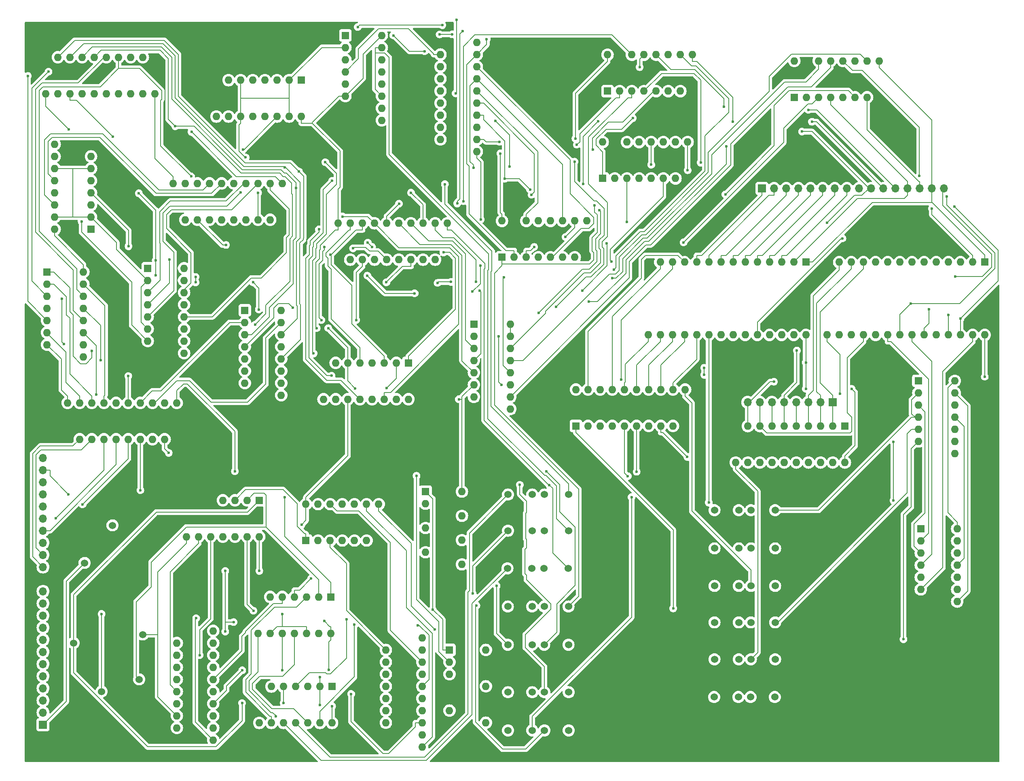
<source format=gbr>
%TF.GenerationSoftware,KiCad,Pcbnew,8.0.2-1*%
%TF.CreationDate,2024-08-04T09:43:41-04:00*%
%TF.ProjectId,stack_controller,73746163-6b5f-4636-9f6e-74726f6c6c65,rev?*%
%TF.SameCoordinates,Original*%
%TF.FileFunction,Copper,L2,Bot*%
%TF.FilePolarity,Positive*%
%FSLAX46Y46*%
G04 Gerber Fmt 4.6, Leading zero omitted, Abs format (unit mm)*
G04 Created by KiCad (PCBNEW 8.0.2-1) date 2024-08-04 09:43:41*
%MOMM*%
%LPD*%
G01*
G04 APERTURE LIST*
%TA.AperFunction,ComponentPad*%
%ADD10C,1.524000*%
%TD*%
%TA.AperFunction,ComponentPad*%
%ADD11R,1.600000X1.600000*%
%TD*%
%TA.AperFunction,ComponentPad*%
%ADD12O,1.600000X1.600000*%
%TD*%
%TA.AperFunction,ComponentPad*%
%ADD13R,1.700000X1.700000*%
%TD*%
%TA.AperFunction,ComponentPad*%
%ADD14O,1.700000X1.700000*%
%TD*%
%TA.AperFunction,ViaPad*%
%ADD15C,0.600000*%
%TD*%
%TA.AperFunction,Conductor*%
%ADD16C,0.200000*%
%TD*%
G04 APERTURE END LIST*
D10*
%TO.P,U40,1,IN*%
%TO.N,Net-(U24-2Q)*%
X179376000Y-128268000D03*
X184456000Y-128268000D03*
%TO.P,U40,2,GND*%
%TO.N,Net-(U1-C_IN)*%
X179376000Y-130808000D03*
X181916000Y-130808000D03*
%TO.P,U40,3,OUT*%
%TO.N,Net-(U13-I2)*%
X186996000Y-128268000D03*
X192076000Y-128268000D03*
%TD*%
%TO.P,U44,1,IN*%
%TO.N,Net-(U44-IN)*%
X179296000Y-159398000D03*
X184376000Y-159398000D03*
%TO.P,U44,2,GND*%
%TO.N,Net-(U1-C_IN)*%
X179296000Y-161938000D03*
X181836000Y-161938000D03*
%TO.P,U44,3,OUT*%
%TO.N,Net-(U13-I5)*%
X186916000Y-159398000D03*
X191996000Y-159398000D03*
%TD*%
D11*
%TO.P,U15,1,\u03A31*%
%TO.N,Net-(U15-\u03A31)*%
X81052000Y-78415000D03*
D12*
%TO.P,U15,2,B1*%
%TO.N,Net-(U15-B1)*%
X81052000Y-80955000D03*
%TO.P,U15,3,A1*%
%TO.N,Net-(U15-A1)*%
X81052000Y-83495000D03*
%TO.P,U15,4,\u03A30*%
%TO.N,Net-(U15-\u03A30)*%
X81052000Y-86035000D03*
%TO.P,U15,5,A0*%
%TO.N,Net-(U15-A0)*%
X81052000Y-88575000D03*
%TO.P,U15,6,B0*%
%TO.N,Net-(U15-B0)*%
X81052000Y-91115000D03*
%TO.P,U15,7,C_IN*%
%TO.N,Net-(U14-C_OUT)*%
X81052000Y-93655000D03*
%TO.P,U15,8,GND*%
%TO.N,Net-(U1-C_IN)*%
X81052000Y-96195000D03*
%TO.P,U15,9,C_OUT*%
%TO.N,Net-(U15-C_OUT)*%
X88672000Y-96195000D03*
%TO.P,U15,10,\u03A33*%
%TO.N,Net-(U15-\u03A33)*%
X88672000Y-93655000D03*
%TO.P,U15,11,B3*%
%TO.N,Net-(U15-B3)*%
X88672000Y-91115000D03*
%TO.P,U15,12,A3*%
%TO.N,Net-(U15-A3)*%
X88672000Y-88575000D03*
%TO.P,U15,13,\u03A32*%
%TO.N,Net-(U15-\u03A32)*%
X88672000Y-86035000D03*
%TO.P,U15,14,A2*%
%TO.N,Net-(U15-A2)*%
X88672000Y-83495000D03*
%TO.P,U15,15,B2*%
%TO.N,Net-(U15-B2)*%
X88672000Y-80955000D03*
%TO.P,U15,16,V+*%
%TO.N,Net-(U1-B0)*%
X88672000Y-78415000D03*
%TD*%
D11*
%TO.P,U8,1,OE#*%
%TO.N,Net-(U1-C_IN)*%
X62230000Y-25400000D03*
D12*
%TO.P,U8,2,D0*%
%TO.N,Net-(U14-A0)*%
X59690000Y-25400000D03*
%TO.P,U8,3,D1*%
%TO.N,Net-(U14-A1)*%
X57150000Y-25400000D03*
%TO.P,U8,4,D2*%
%TO.N,Net-(U14-A2)*%
X54610000Y-25400000D03*
%TO.P,U8,5,D3*%
%TO.N,Net-(U14-A3)*%
X52070000Y-25400000D03*
%TO.P,U8,6,D4*%
%TO.N,Net-(U15-A0)*%
X49530000Y-25400000D03*
%TO.P,U8,7,D5*%
%TO.N,Net-(U15-A1)*%
X46990000Y-25400000D03*
%TO.P,U8,8,D6*%
%TO.N,Net-(U15-A2)*%
X44450000Y-25400000D03*
%TO.P,U8,9,D7*%
%TO.N,Net-(U15-A3)*%
X41910000Y-25400000D03*
%TO.P,U8,10,GND*%
%TO.N,Net-(U1-C_IN)*%
X39370000Y-25400000D03*
%TO.P,U8,11,CLK*%
%TO.N,Net-(U12-CLK)*%
X39370000Y-33020000D03*
%TO.P,U8,12,Q7*%
%TO.N,Net-(U2-A3)*%
X41910000Y-33020000D03*
%TO.P,U8,13,Q6*%
%TO.N,Net-(U2-A2)*%
X44450000Y-33020000D03*
%TO.P,U8,14,Q5*%
%TO.N,Net-(U2-A1)*%
X46990000Y-33020000D03*
%TO.P,U8,15,Q4*%
%TO.N,Net-(U2-A0)*%
X49530000Y-33020000D03*
%TO.P,U8,16,Q3*%
%TO.N,Net-(U1-A3)*%
X52070000Y-33020000D03*
%TO.P,U8,17,Q2*%
%TO.N,Net-(U1-A2)*%
X54610000Y-33020000D03*
%TO.P,U8,18,Q1*%
%TO.N,Net-(U1-A1)*%
X57150000Y-33020000D03*
%TO.P,U8,19,Q0*%
%TO.N,Net-(U1-A0)*%
X59690000Y-33020000D03*
%TO.P,U8,20,V+*%
%TO.N,Net-(U1-B0)*%
X62230000Y-33020000D03*
%TD*%
D11*
%TO.P,U11,1,A14*%
%TO.N,Net-(U10-A14)*%
X198496000Y-68321000D03*
D12*
%TO.P,U11,2,A12*%
%TO.N,Net-(U10-A12)*%
X195956000Y-68321000D03*
%TO.P,U11,3,A7*%
%TO.N,Net-(U10-A7)*%
X193416000Y-68321000D03*
%TO.P,U11,4,A6*%
%TO.N,Net-(U10-A6)*%
X190876000Y-68321000D03*
%TO.P,U11,5,A5*%
%TO.N,Net-(U10-A5)*%
X188336000Y-68321000D03*
%TO.P,U11,6,A4*%
%TO.N,Net-(U10-A4)*%
X185796000Y-68321000D03*
%TO.P,U11,7,A3*%
%TO.N,Net-(U10-A3)*%
X183256000Y-68321000D03*
%TO.P,U11,8,A2*%
%TO.N,Net-(U10-A2)*%
X180716000Y-68321000D03*
%TO.P,U11,9,A1*%
%TO.N,Net-(U10-A1)*%
X178176000Y-68321000D03*
%TO.P,U11,10,A0*%
%TO.N,Net-(U10-A0)*%
X175636000Y-68321000D03*
%TO.P,U11,11,D0*%
%TO.N,Net-(U10-D0)*%
X173096000Y-68321000D03*
%TO.P,U11,12,D1*%
%TO.N,Net-(U10-D1)*%
X170556000Y-68321000D03*
%TO.P,U11,13,D2*%
%TO.N,Net-(U10-D2)*%
X168016000Y-68321000D03*
%TO.P,U11,14,GND*%
%TO.N,Net-(U1-C_IN)*%
X165476000Y-68321000D03*
%TO.P,U11,15,D3*%
%TO.N,Net-(U10-D3)*%
X165476000Y-83561000D03*
%TO.P,U11,16,D4*%
%TO.N,Net-(U10-D4)*%
X168016000Y-83561000D03*
%TO.P,U11,17,D5*%
%TO.N,Net-(U10-D5)*%
X170556000Y-83561000D03*
%TO.P,U11,18,D6*%
%TO.N,Net-(U10-D6)*%
X173096000Y-83561000D03*
%TO.P,U11,19,D7*%
%TO.N,Net-(U10-D7)*%
X175636000Y-83561000D03*
%TO.P,U11,20,CE#*%
%TO.N,Net-(U11-CE#)*%
X178176000Y-83561000D03*
%TO.P,U11,21,A10*%
%TO.N,Net-(U10-A10)*%
X180716000Y-83561000D03*
%TO.P,U11,22,OE#*%
%TO.N,Net-(U10-OE#)*%
X183256000Y-83561000D03*
%TO.P,U11,23,A11*%
%TO.N,Net-(U10-A11)*%
X185796000Y-83561000D03*
%TO.P,U11,24,A9*%
%TO.N,Net-(U10-A9)*%
X188336000Y-83561000D03*
%TO.P,U11,25,A8*%
%TO.N,Net-(U10-A8)*%
X190876000Y-83561000D03*
%TO.P,U11,26,A13*%
%TO.N,Net-(U10-A13)*%
X193416000Y-83561000D03*
%TO.P,U11,27,WE#*%
%TO.N,Net-(U10-WE#)*%
X195956000Y-83561000D03*
%TO.P,U11,28,V+*%
%TO.N,Net-(U1-B0)*%
X198496000Y-83561000D03*
%TD*%
D11*
%TO.P,U24,1,1A*%
%TO.N,Net-(U24-1A)*%
X99060000Y-138430000D03*
D12*
%TO.P,U24,2,1B*%
%TO.N,Net-(U24-1B)*%
X96520000Y-138430000D03*
%TO.P,U24,3,1Q*%
%TO.N,Net-(U24-1Q)*%
X93980000Y-138430000D03*
%TO.P,U24,4,2A*%
%TO.N,Net-(U24-2A)*%
X91440000Y-138430000D03*
%TO.P,U24,5,2B*%
%TO.N,Net-(U24-2B)*%
X88900000Y-138430000D03*
%TO.P,U24,6,2Q*%
%TO.N,Net-(U24-2Q)*%
X86360000Y-138430000D03*
%TO.P,U24,7,GND*%
%TO.N,Net-(U1-C_IN)*%
X83820000Y-138430000D03*
%TO.P,U24,8,4Q*%
%TO.N,Net-(U24-4Q)*%
X83820000Y-146050000D03*
%TO.P,U24,9,4B*%
%TO.N,Net-(U24-2A)*%
X86360000Y-146050000D03*
%TO.P,U24,10,4A*%
%TO.N,Net-(U24-4A)*%
X88900000Y-146050000D03*
%TO.P,U24,11,3Q*%
%TO.N,Net-(U24-3Q)*%
X91440000Y-146050000D03*
%TO.P,U24,12,3B*%
%TO.N,Net-(U24-2A)*%
X93980000Y-146050000D03*
%TO.P,U24,13,3A*%
%TO.N,Net-(U24-3A)*%
X96520000Y-146050000D03*
%TO.P,U24,14,V+*%
%TO.N,Net-(U1-B0)*%
X99060000Y-146050000D03*
%TD*%
D11*
%TO.P,U23,1,S*%
%TO.N,Net-(U20-S)*%
X196088000Y-33782000D03*
D12*
%TO.P,U23,2,A0*%
%TO.N,Net-(U12-D4)*%
X198628000Y-33782000D03*
%TO.P,U23,3,B0*%
%TO.N,Net-(U17-\u03A30)*%
X201168000Y-33782000D03*
%TO.P,U23,4,Q0*%
%TO.N,Net-(U10-A12)*%
X203708000Y-33782000D03*
%TO.P,U23,5,A1*%
%TO.N,Net-(U12-D5)*%
X206248000Y-33782000D03*
%TO.P,U23,6,B1*%
%TO.N,Net-(U17-\u03A31)*%
X208788000Y-33782000D03*
%TO.P,U23,7,Q1*%
%TO.N,Net-(U10-A13)*%
X211328000Y-33782000D03*
%TO.P,U23,8,GND*%
%TO.N,Net-(U1-C_IN)*%
X213868000Y-33782000D03*
%TO.P,U23,9,Q2*%
%TO.N,Net-(U10-A14)*%
X213868000Y-26162000D03*
%TO.P,U23,10,B2*%
%TO.N,Net-(U17-\u03A32)*%
X211328000Y-26162000D03*
%TO.P,U23,11,A2*%
%TO.N,Net-(U12-D6)*%
X208788000Y-26162000D03*
%TO.P,U23,12,Q3*%
%TO.N,Net-(U11-CE#)*%
X206248000Y-26162000D03*
%TO.P,U23,13,B3*%
%TO.N,Net-(U17-\u03A33)*%
X203708000Y-26162000D03*
%TO.P,U23,14,A3*%
%TO.N,Net-(U12-D7)*%
X201168000Y-26162000D03*
%TO.P,U23,15,OE#*%
%TO.N,Net-(U1-C_IN)*%
X198628000Y-26162000D03*
%TO.P,U23,16,V+*%
%TO.N,Net-(U1-B0)*%
X196088000Y-26162000D03*
%TD*%
D11*
%TO.P,U4,1,\u03A31*%
%TO.N,Net-(U4-\u03A31)*%
X60716000Y-69611000D03*
D12*
%TO.P,U4,2,B1*%
%TO.N,Net-(U1-B1)*%
X60716000Y-72151000D03*
%TO.P,U4,3,A1*%
%TO.N,Net-(U12-Q5)*%
X60716000Y-74691000D03*
%TO.P,U4,4,\u03A30*%
%TO.N,Net-(U4-\u03A30)*%
X60716000Y-77231000D03*
%TO.P,U4,5,A0*%
%TO.N,Net-(U12-Q4)*%
X60716000Y-79771000D03*
%TO.P,U4,6,B0*%
%TO.N,Net-(U1-B1)*%
X60716000Y-82311000D03*
%TO.P,U4,7,C_IN*%
%TO.N,Net-(U3-C_OUT)*%
X60716000Y-84851000D03*
%TO.P,U4,8,GND*%
%TO.N,Net-(U1-C_IN)*%
X60716000Y-87391000D03*
%TO.P,U4,9,C_OUT*%
%TO.N,unconnected-(U4-C_OUT-Pad9)*%
X68336000Y-87391000D03*
%TO.P,U4,10,\u03A33*%
%TO.N,Net-(U4-\u03A33)*%
X68336000Y-84851000D03*
%TO.P,U4,11,B3*%
%TO.N,Net-(U1-B1)*%
X68336000Y-82311000D03*
%TO.P,U4,12,A3*%
%TO.N,Net-(U12-Q7)*%
X68336000Y-79771000D03*
%TO.P,U4,13,\u03A32*%
%TO.N,Net-(U4-\u03A32)*%
X68336000Y-77231000D03*
%TO.P,U4,14,A2*%
%TO.N,Net-(U12-Q6)*%
X68336000Y-74691000D03*
%TO.P,U4,15,B2*%
%TO.N,Net-(U1-B1)*%
X68336000Y-72151000D03*
%TO.P,U4,16,V+*%
%TO.N,Net-(U1-B0)*%
X68336000Y-69611000D03*
%TD*%
D11*
%TO.P,U10,1,A14*%
%TO.N,Net-(U10-A14)*%
X235956000Y-68321000D03*
D12*
%TO.P,U10,2,A12*%
%TO.N,Net-(U10-A12)*%
X233416000Y-68321000D03*
%TO.P,U10,3,A7*%
%TO.N,Net-(U10-A7)*%
X230876000Y-68321000D03*
%TO.P,U10,4,A6*%
%TO.N,Net-(U10-A6)*%
X228336000Y-68321000D03*
%TO.P,U10,5,A5*%
%TO.N,Net-(U10-A5)*%
X225796000Y-68321000D03*
%TO.P,U10,6,A4*%
%TO.N,Net-(U10-A4)*%
X223256000Y-68321000D03*
%TO.P,U10,7,A3*%
%TO.N,Net-(U10-A3)*%
X220716000Y-68321000D03*
%TO.P,U10,8,A2*%
%TO.N,Net-(U10-A2)*%
X218176000Y-68321000D03*
%TO.P,U10,9,A1*%
%TO.N,Net-(U10-A1)*%
X215636000Y-68321000D03*
%TO.P,U10,10,A0*%
%TO.N,Net-(U10-A0)*%
X213096000Y-68321000D03*
%TO.P,U10,11,D0*%
%TO.N,Net-(U10-D0)*%
X210556000Y-68321000D03*
%TO.P,U10,12,D1*%
%TO.N,Net-(U10-D1)*%
X208016000Y-68321000D03*
%TO.P,U10,13,D2*%
%TO.N,Net-(U10-D2)*%
X205476000Y-68321000D03*
%TO.P,U10,14,GND*%
%TO.N,Net-(U1-C_IN)*%
X202936000Y-68321000D03*
%TO.P,U10,15,D3*%
%TO.N,Net-(U10-D3)*%
X202936000Y-83561000D03*
%TO.P,U10,16,D4*%
%TO.N,Net-(U10-D4)*%
X205476000Y-83561000D03*
%TO.P,U10,17,D5*%
%TO.N,Net-(U10-D5)*%
X208016000Y-83561000D03*
%TO.P,U10,18,D6*%
%TO.N,Net-(U10-D6)*%
X210556000Y-83561000D03*
%TO.P,U10,19,D7*%
%TO.N,Net-(U10-D7)*%
X213096000Y-83561000D03*
%TO.P,U10,20,CE#*%
%TO.N,Net-(U10-CE#)*%
X215636000Y-83561000D03*
%TO.P,U10,21,A10*%
%TO.N,Net-(U10-A10)*%
X218176000Y-83561000D03*
%TO.P,U10,22,OE#*%
%TO.N,Net-(U10-OE#)*%
X220716000Y-83561000D03*
%TO.P,U10,23,A11*%
%TO.N,Net-(U10-A11)*%
X223256000Y-83561000D03*
%TO.P,U10,24,A9*%
%TO.N,Net-(U10-A9)*%
X225796000Y-83561000D03*
%TO.P,U10,25,A8*%
%TO.N,Net-(U10-A8)*%
X228336000Y-83561000D03*
%TO.P,U10,26,A13*%
%TO.N,Net-(U10-A13)*%
X230876000Y-83561000D03*
%TO.P,U10,27,WE#*%
%TO.N,Net-(U10-WE#)*%
X233416000Y-83561000D03*
%TO.P,U10,28,V+*%
%TO.N,Net-(U1-B0)*%
X235956000Y-83561000D03*
%TD*%
D10*
%TO.P,U39,1,IN*%
%TO.N,Net-(U25-Q0)*%
X179376000Y-120268000D03*
X184456000Y-120268000D03*
%TO.P,U39,2,GND*%
%TO.N,Net-(U1-C_IN)*%
X179376000Y-122808000D03*
X181916000Y-122808000D03*
%TO.P,U39,3,OUT*%
%TO.N,Net-(U19-1B)*%
X186996000Y-120268000D03*
X192076000Y-120268000D03*
%TD*%
%TO.P,U37,1,IN*%
%TO.N,Net-(U27-Q1)*%
X136104000Y-140444000D03*
X141184000Y-140444000D03*
%TO.P,U37,2,GND*%
%TO.N,Net-(U1-C_IN)*%
X136104000Y-142984000D03*
X138644000Y-142984000D03*
%TO.P,U37,3,OUT*%
%TO.N,Net-(U20-S)*%
X143724000Y-140444000D03*
X148804000Y-140444000D03*
%TD*%
D11*
%TO.P,U2,1,\u03A31*%
%TO.N,Net-(U2-\u03A31)*%
X92875000Y-30200000D03*
D12*
%TO.P,U2,2,B1*%
%TO.N,Net-(U1-B1)*%
X90335000Y-30200000D03*
%TO.P,U2,3,A1*%
%TO.N,Net-(U2-A1)*%
X87795000Y-30200000D03*
%TO.P,U2,4,\u03A30*%
%TO.N,Net-(U2-\u03A30)*%
X85255000Y-30200000D03*
%TO.P,U2,5,A0*%
%TO.N,Net-(U2-A0)*%
X82715000Y-30200000D03*
%TO.P,U2,6,B0*%
%TO.N,Net-(U1-B1)*%
X80175000Y-30200000D03*
%TO.P,U2,7,C_IN*%
%TO.N,Net-(U1-C_OUT)*%
X77635000Y-30200000D03*
%TO.P,U2,8,GND*%
%TO.N,Net-(U1-C_IN)*%
X75095000Y-30200000D03*
%TO.P,U2,9,C_OUT*%
%TO.N,Net-(U2-C_OUT)*%
X75095000Y-37820000D03*
%TO.P,U2,10,\u03A33*%
%TO.N,Net-(U2-\u03A33)*%
X77635000Y-37820000D03*
%TO.P,U2,11,B3*%
%TO.N,Net-(U1-B1)*%
X80175000Y-37820000D03*
%TO.P,U2,12,A3*%
%TO.N,Net-(U2-A3)*%
X82715000Y-37820000D03*
%TO.P,U2,13,\u03A32*%
%TO.N,Net-(U2-\u03A32)*%
X85255000Y-37820000D03*
%TO.P,U2,14,A2*%
%TO.N,Net-(U2-A2)*%
X87795000Y-37820000D03*
%TO.P,U2,15,B2*%
%TO.N,Net-(U1-B1)*%
X90335000Y-37820000D03*
%TO.P,U2,16,V+*%
%TO.N,Net-(U1-B0)*%
X92875000Y-37820000D03*
%TD*%
D11*
%TO.P,U25,1,0A*%
%TO.N,Net-(U25-0A)*%
X84074000Y-118200000D03*
D12*
%TO.P,U25,2,0B*%
%TO.N,Net-(U24-1B)*%
X81534000Y-118200000D03*
%TO.P,U25,3,Q0*%
%TO.N,Net-(U25-Q0)*%
X78994000Y-118200000D03*
%TO.P,U25,4,Q1*%
%TO.N,unconnected-(U25-Q1-Pad4)*%
X76454000Y-118200000D03*
%TO.P,U25,5,1A*%
%TO.N,Net-(U1-C_IN)*%
X73914000Y-118200000D03*
%TO.P,U25,6,1B*%
X71374000Y-118200000D03*
%TO.P,U25,7,GND*%
X68834000Y-118200000D03*
%TO.P,U25,8,2A*%
%TO.N,Net-(U25-2A)*%
X68834000Y-125820000D03*
%TO.P,U25,9,2B*%
%TO.N,Net-(U25-2B)*%
X71374000Y-125820000D03*
%TO.P,U25,10,Q2*%
%TO.N,Net-(U24-3A)*%
X73914000Y-125820000D03*
%TO.P,U25,11,Q3*%
%TO.N,Net-(U25-Q3)*%
X76454000Y-125820000D03*
%TO.P,U25,12,3A*%
%TO.N,Net-(U25-3A)*%
X78994000Y-125820000D03*
%TO.P,U25,13,3B*%
%TO.N,Net-(U25-3B)*%
X81534000Y-125820000D03*
%TO.P,U25,14,V+*%
%TO.N,Net-(U1-B0)*%
X84074000Y-125820000D03*
%TD*%
D11*
%TO.P,U13,1,I0*%
%TO.N,Net-(U11-CE#)*%
X222566000Y-124171000D03*
D12*
%TO.P,U13,2,O0*%
%TO.N,Net-(U10-CE#)*%
X222566000Y-126711000D03*
%TO.P,U13,3,I1*%
%TO.N,Net-(U13-I1)*%
X222566000Y-129251000D03*
%TO.P,U13,4,O1*%
%TO.N,Net-(U10-OE#)*%
X222566000Y-131791000D03*
%TO.P,U13,5,I2*%
%TO.N,Net-(U13-I2)*%
X222566000Y-134331000D03*
%TO.P,U13,6,O2*%
%TO.N,Net-(U10-WE#)*%
X222566000Y-136871000D03*
%TO.P,U13,7,GND*%
%TO.N,Net-(U1-C_IN)*%
X222566000Y-139411000D03*
%TO.P,U13,8,03*%
%TO.N,Net-(U13-03)*%
X230186000Y-139411000D03*
%TO.P,U13,9,I3*%
%TO.N,Net-(U13-I3)*%
X230186000Y-136871000D03*
%TO.P,U13,10,O4*%
%TO.N,Net-(U13-O4)*%
X230186000Y-134331000D03*
%TO.P,U13,11,I4*%
%TO.N,Net-(U13-I4)*%
X230186000Y-131791000D03*
%TO.P,U13,12,O5*%
%TO.N,Net-(U13-O5)*%
X230186000Y-129251000D03*
%TO.P,U13,13,I5*%
%TO.N,Net-(U13-I5)*%
X230186000Y-126711000D03*
%TO.P,U13,14,V+*%
%TO.N,Net-(U1-B0)*%
X230186000Y-124171000D03*
%TD*%
D11*
%TO.P,U14,1,\u03A31*%
%TO.N,Net-(U14-\u03A31)*%
X39634000Y-70373000D03*
D12*
%TO.P,U14,2,B1*%
%TO.N,Net-(U14-B1)*%
X39634000Y-72913000D03*
%TO.P,U14,3,A1*%
%TO.N,Net-(U14-A1)*%
X39634000Y-75453000D03*
%TO.P,U14,4,\u03A30*%
%TO.N,Net-(U14-\u03A30)*%
X39634000Y-77993000D03*
%TO.P,U14,5,A0*%
%TO.N,Net-(U14-A0)*%
X39634000Y-80533000D03*
%TO.P,U14,6,B0*%
%TO.N,Net-(U14-B0)*%
X39634000Y-83073000D03*
%TO.P,U14,7,C_IN*%
%TO.N,Net-(U1-B0)*%
X39634000Y-85613000D03*
%TO.P,U14,8,GND*%
%TO.N,Net-(U1-C_IN)*%
X39634000Y-88153000D03*
%TO.P,U14,9,C_OUT*%
%TO.N,Net-(U14-C_OUT)*%
X47254000Y-88153000D03*
%TO.P,U14,10,\u03A33*%
%TO.N,Net-(U14-\u03A33)*%
X47254000Y-85613000D03*
%TO.P,U14,11,B3*%
%TO.N,Net-(U14-B3)*%
X47254000Y-83073000D03*
%TO.P,U14,12,A3*%
%TO.N,Net-(U14-A3)*%
X47254000Y-80533000D03*
%TO.P,U14,13,\u03A32*%
%TO.N,Net-(U14-\u03A32)*%
X47254000Y-77993000D03*
%TO.P,U14,14,A2*%
%TO.N,Net-(U14-A2)*%
X47254000Y-75453000D03*
%TO.P,U14,15,B2*%
%TO.N,Net-(U14-B2)*%
X47254000Y-72913000D03*
%TO.P,U14,16,V+*%
%TO.N,Net-(U1-B0)*%
X47254000Y-70373000D03*
%TD*%
D11*
%TO.P,U3,1,\u03A31*%
%TO.N,Net-(U3-\u03A31)*%
X48852000Y-61410000D03*
D12*
%TO.P,U3,2,B1*%
%TO.N,Net-(U1-B1)*%
X48852000Y-58870000D03*
%TO.P,U3,3,A1*%
%TO.N,Net-(U12-Q1)*%
X48852000Y-56330000D03*
%TO.P,U3,4,\u03A30*%
%TO.N,Net-(U3-\u03A30)*%
X48852000Y-53790000D03*
%TO.P,U3,5,A0*%
%TO.N,Net-(U12-Q0)*%
X48852000Y-51250000D03*
%TO.P,U3,6,B0*%
%TO.N,Net-(U1-B1)*%
X48852000Y-48710000D03*
%TO.P,U3,7,C_IN*%
%TO.N,Net-(U2-C_OUT)*%
X48852000Y-46170000D03*
%TO.P,U3,8,GND*%
%TO.N,Net-(U1-C_IN)*%
X48852000Y-43630000D03*
%TO.P,U3,9,C_OUT*%
%TO.N,Net-(U3-C_OUT)*%
X41232000Y-43630000D03*
%TO.P,U3,10,\u03A33*%
%TO.N,Net-(U3-\u03A33)*%
X41232000Y-46170000D03*
%TO.P,U3,11,B3*%
%TO.N,Net-(U1-B1)*%
X41232000Y-48710000D03*
%TO.P,U3,12,A3*%
%TO.N,Net-(U12-Q3)*%
X41232000Y-51250000D03*
%TO.P,U3,13,\u03A32*%
%TO.N,Net-(U3-\u03A32)*%
X41232000Y-53790000D03*
%TO.P,U3,14,A2*%
%TO.N,Net-(U12-Q2)*%
X41232000Y-56330000D03*
%TO.P,U3,15,B2*%
%TO.N,Net-(U1-B1)*%
X41232000Y-58870000D03*
%TO.P,U3,16,V+*%
%TO.N,Net-(U1-B0)*%
X41232000Y-61410000D03*
%TD*%
D13*
%TO.P,U5,1,READ_0*%
%TO.N,Net-(U25-2B)*%
X38800000Y-165197000D03*
D14*
%TO.P,U5,2,READ_1*%
%TO.N,Net-(U25-2A)*%
X38800000Y-162657000D03*
%TO.P,U5,3,READ_2*%
%TO.N,Net-(U28-2A)*%
X38800000Y-160117000D03*
%TO.P,U5,4,READ_3*%
%TO.N,unconnected-(U5-READ_3-Pad4)*%
X38800000Y-157577000D03*
%TO.P,U5,5,WRITE_0*%
%TO.N,Net-(U24-1B)*%
X38800000Y-155037000D03*
%TO.P,U5,6,WRITE_1*%
%TO.N,Net-(U25-0A)*%
X38800000Y-152497000D03*
%TO.P,U5,7,WRITE_2*%
%TO.N,unconnected-(U5-WRITE_2-Pad7)*%
X38800000Y-149957000D03*
%TO.P,U5,8,WRITE_2*%
%TO.N,unconnected-(U5-WRITE_2-Pad8)*%
X38800000Y-147417000D03*
%TO.P,U5,9,READ_READY*%
%TO.N,Net-(U26-Q0)*%
X38800000Y-144877000D03*
%TO.P,U5,10,CLK_A*%
%TO.N,Net-(U24-2A)*%
X38800000Y-142337000D03*
%TO.P,U5,11,CLK_B*%
%TO.N,Net-(U26-CLK)*%
X38800000Y-139797000D03*
%TO.P,U5,12,V+*%
%TO.N,Net-(U1-B0)*%
X38800000Y-137257000D03*
%TO.P,U5,13,GND*%
%TO.N,Net-(U1-C_IN)*%
X38800000Y-134717000D03*
%TO.P,U5,14,D0*%
%TO.N,Net-(U18-D0)*%
X38800000Y-132177000D03*
%TO.P,U5,15,D1*%
%TO.N,Net-(U18-D1)*%
X38800000Y-129637000D03*
%TO.P,U5,16,D2*%
%TO.N,Net-(U18-D2)*%
X38800000Y-127097000D03*
%TO.P,U5,17,D3*%
%TO.N,Net-(U18-D3)*%
X38800000Y-124557000D03*
%TO.P,U5,18,D4*%
%TO.N,Net-(U18-D4)*%
X38800000Y-122017000D03*
%TO.P,U5,19,D5*%
%TO.N,Net-(U18-D5)*%
X38800000Y-119477000D03*
%TO.P,U5,20,D6*%
%TO.N,Net-(U18-D6)*%
X38800000Y-116937000D03*
%TO.P,U5,21,D7*%
%TO.N,Net-(U18-D7)*%
X38800000Y-114397000D03*
%TO.P,U5,22,FAULT*%
%TO.N,Net-(U25-Q3)*%
X38800000Y-111857000D03*
%TO.P,U5,23,ENABLE*%
%TO.N,unconnected-(U5-ENABLE-Pad23)*%
X38800000Y-109317000D03*
%TD*%
D11*
%TO.P,U28,1,1A*%
%TO.N,Net-(U25-Q0)*%
X93840000Y-126620000D03*
D12*
%TO.P,U28,2,1B*%
%TO.N,Net-(U28-1B)*%
X96380000Y-126620000D03*
%TO.P,U28,3,1Q*%
%TO.N,Net-(U26-D0)*%
X98920000Y-126620000D03*
%TO.P,U28,4,2A*%
%TO.N,Net-(U28-2A)*%
X101460000Y-126620000D03*
%TO.P,U28,5,2B*%
%TO.N,Net-(U24-2A)*%
X104000000Y-126620000D03*
%TO.P,U28,6,2Q*%
%TO.N,Net-(U28-2Q)*%
X106540000Y-126620000D03*
%TO.P,U28,7,GND*%
%TO.N,Net-(U1-C_IN)*%
X109080000Y-126620000D03*
%TO.P,U28,8,4Q*%
%TO.N,Net-(U27-3B)*%
X109080000Y-119000000D03*
%TO.P,U28,9,4B*%
%TO.N,Net-(U26-CLK)*%
X106540000Y-119000000D03*
%TO.P,U28,10,4A*%
%TO.N,Net-(U26-Q0)*%
X104000000Y-119000000D03*
%TO.P,U28,11,3Q*%
%TO.N,Net-(U24-1A)*%
X101460000Y-119000000D03*
%TO.P,U28,12,3B*%
%TO.N,Net-(U26-Q1)*%
X98920000Y-119000000D03*
%TO.P,U28,13,3A*%
%TO.N,Net-(U26-CLK)*%
X96380000Y-119000000D03*
%TO.P,U28,14,V+*%
%TO.N,Net-(U1-B0)*%
X93840000Y-119000000D03*
%TD*%
D11*
%TO.P,U1,1,\u03A31*%
%TO.N,Net-(U1-\u03A31)*%
X102108000Y-20828000D03*
D12*
%TO.P,U1,2,B1*%
%TO.N,Net-(U1-B1)*%
X102108000Y-23368000D03*
%TO.P,U1,3,A1*%
%TO.N,Net-(U1-A1)*%
X102108000Y-25908000D03*
%TO.P,U1,4,\u03A30*%
%TO.N,Net-(U1-\u03A30)*%
X102108000Y-28448000D03*
%TO.P,U1,5,A0*%
%TO.N,Net-(U1-A0)*%
X102108000Y-30988000D03*
%TO.P,U1,6,B0*%
%TO.N,Net-(U1-B0)*%
X102108000Y-33528000D03*
%TO.P,U1,7,C_IN*%
%TO.N,Net-(U1-C_IN)*%
X102108000Y-36068000D03*
%TO.P,U1,8,GND*%
X102108000Y-38608000D03*
%TO.P,U1,9,C_OUT*%
%TO.N,Net-(U1-C_OUT)*%
X109728000Y-38608000D03*
%TO.P,U1,10,\u03A33*%
%TO.N,Net-(U1-\u03A33)*%
X109728000Y-36068000D03*
%TO.P,U1,11,B3*%
%TO.N,Net-(U1-B1)*%
X109728000Y-33528000D03*
%TO.P,U1,12,A3*%
%TO.N,Net-(U1-A3)*%
X109728000Y-30988000D03*
%TO.P,U1,13,\u03A32*%
%TO.N,Net-(U1-\u03A32)*%
X109728000Y-28448000D03*
%TO.P,U1,14,A2*%
%TO.N,Net-(U1-A2)*%
X109728000Y-25908000D03*
%TO.P,U1,15,B2*%
%TO.N,Net-(U1-B1)*%
X109728000Y-23368000D03*
%TO.P,U1,16,V+*%
%TO.N,Net-(U1-B0)*%
X109728000Y-20828000D03*
%TD*%
D11*
%TO.P,U20,1,S*%
%TO.N,Net-(U20-S)*%
X134889000Y-67300000D03*
D12*
%TO.P,U20,2,A0*%
%TO.N,Net-(U14-A0)*%
X137429000Y-67300000D03*
%TO.P,U20,3,B0*%
%TO.N,Net-(U14-\u03A30)*%
X139969000Y-67300000D03*
%TO.P,U20,4,Q0*%
%TO.N,Net-(U10-A0)*%
X142509000Y-67300000D03*
%TO.P,U20,5,A1*%
%TO.N,Net-(U14-A1)*%
X145049000Y-67300000D03*
%TO.P,U20,6,B1*%
%TO.N,Net-(U14-\u03A31)*%
X147589000Y-67300000D03*
%TO.P,U20,7,Q1*%
%TO.N,Net-(U10-A1)*%
X150129000Y-67300000D03*
%TO.P,U20,8,GND*%
%TO.N,Net-(U1-C_IN)*%
X152669000Y-67300000D03*
%TO.P,U20,9,Q2*%
%TO.N,Net-(U10-A2)*%
X152669000Y-59680000D03*
%TO.P,U20,10,B2*%
%TO.N,Net-(U14-\u03A32)*%
X150129000Y-59680000D03*
%TO.P,U20,11,A2*%
%TO.N,Net-(U14-A2)*%
X147589000Y-59680000D03*
%TO.P,U20,12,Q3*%
%TO.N,Net-(U10-A3)*%
X145049000Y-59680000D03*
%TO.P,U20,13,B3*%
%TO.N,Net-(U14-\u03A33)*%
X142509000Y-59680000D03*
%TO.P,U20,14,A3*%
%TO.N,Net-(U14-A3)*%
X139969000Y-59680000D03*
%TO.P,U20,15,OE#*%
%TO.N,Net-(U1-C_IN)*%
X137429000Y-59680000D03*
%TO.P,U20,16,V+*%
%TO.N,Net-(U1-B0)*%
X134889000Y-59680000D03*
%TD*%
D11*
%TO.P,U47,1,1A*%
%TO.N,Net-(U26-Q0)*%
X123890000Y-149539000D03*
D12*
%TO.P,U47,2,1B*%
%TO.N,Net-(U47-1B)*%
X123890000Y-152079000D03*
%TO.P,U47,3,1Q*%
%TO.N,Net-(U44-IN)*%
X123890000Y-154619000D03*
%TO.P,U47,4,2A*%
%TO.N,Net-(U1-C_IN)*%
X123890000Y-157159000D03*
%TO.P,U47,5,2B*%
X123890000Y-159699000D03*
%TO.P,U47,6,2Q*%
%TO.N,unconnected-(U47-2Q-Pad6)*%
X123890000Y-162239000D03*
%TO.P,U47,7,GND*%
%TO.N,Net-(U1-C_IN)*%
X123890000Y-164779000D03*
%TO.P,U47,8,4Q*%
%TO.N,unconnected-(U47-4Q-Pad8)*%
X131510000Y-164779000D03*
%TO.P,U47,9,4B*%
%TO.N,Net-(U1-C_IN)*%
X131510000Y-162239000D03*
%TO.P,U47,10,4A*%
X131510000Y-159699000D03*
%TO.P,U47,11,3Q*%
%TO.N,unconnected-(U47-3Q-Pad11)*%
X131510000Y-157159000D03*
%TO.P,U47,12,3B*%
%TO.N,Net-(U1-C_IN)*%
X131510000Y-154619000D03*
%TO.P,U47,13,3A*%
X131510000Y-152079000D03*
%TO.P,U47,14,V+*%
%TO.N,Net-(U1-B0)*%
X131510000Y-149539000D03*
%TD*%
D10*
%TO.P,U36,1,IN*%
%TO.N,Net-(U27-Q2)*%
X136024000Y-132444000D03*
X141104000Y-132444000D03*
%TO.P,U36,2,GND*%
%TO.N,Net-(U1-C_IN)*%
X136024000Y-134984000D03*
X138564000Y-134984000D03*
%TO.P,U36,3,OUT*%
%TO.N,Net-(U19-4A)*%
X143644000Y-132444000D03*
X148724000Y-132444000D03*
%TD*%
D11*
%TO.P,U6,1,OE#*%
%TO.N,Net-(U1-C_IN)*%
X122000000Y-22300000D03*
D12*
%TO.P,U6,2,D0*%
%TO.N,Net-(U1-\u03A30)*%
X122000000Y-24840000D03*
%TO.P,U6,3,D1*%
%TO.N,Net-(U1-\u03A31)*%
X122000000Y-27380000D03*
%TO.P,U6,4,D2*%
%TO.N,Net-(U1-\u03A32)*%
X122000000Y-29920000D03*
%TO.P,U6,5,D3*%
%TO.N,Net-(U1-\u03A33)*%
X122000000Y-32460000D03*
%TO.P,U6,6,D4*%
%TO.N,Net-(U2-\u03A30)*%
X122000000Y-35000000D03*
%TO.P,U6,7,D5*%
%TO.N,Net-(U2-\u03A31)*%
X122000000Y-37540000D03*
%TO.P,U6,8,D6*%
%TO.N,Net-(U2-\u03A32)*%
X122000000Y-40080000D03*
%TO.P,U6,9,D7*%
%TO.N,Net-(U2-\u03A33)*%
X122000000Y-42620000D03*
%TO.P,U6,10,GND*%
%TO.N,Net-(U1-C_IN)*%
X122000000Y-45160000D03*
%TO.P,U6,11,CLK*%
%TO.N,Net-(U19-4A)*%
X129620000Y-45160000D03*
%TO.P,U6,12,Q7*%
%TO.N,Net-(U15-A3)*%
X129620000Y-42620000D03*
%TO.P,U6,13,Q6*%
%TO.N,Net-(U15-A2)*%
X129620000Y-40080000D03*
%TO.P,U6,14,Q5*%
%TO.N,Net-(U15-A1)*%
X129620000Y-37540000D03*
%TO.P,U6,15,Q4*%
%TO.N,Net-(U15-A0)*%
X129620000Y-35000000D03*
%TO.P,U6,16,Q3*%
%TO.N,Net-(U14-A3)*%
X129620000Y-32460000D03*
%TO.P,U6,17,Q2*%
%TO.N,Net-(U14-A2)*%
X129620000Y-29920000D03*
%TO.P,U6,18,Q1*%
%TO.N,Net-(U14-A1)*%
X129620000Y-27380000D03*
%TO.P,U6,19,Q0*%
%TO.N,Net-(U14-A0)*%
X129620000Y-24840000D03*
%TO.P,U6,20,V+*%
%TO.N,Net-(U1-B0)*%
X129620000Y-22300000D03*
%TD*%
D10*
%TO.P,U43,1,IN*%
%TO.N,Net-(U27-3B)*%
X179376000Y-151508000D03*
X184456000Y-151508000D03*
%TO.P,U43,2,GND*%
%TO.N,Net-(U1-C_IN)*%
X179376000Y-154048000D03*
X181916000Y-154048000D03*
%TO.P,U43,3,OUT*%
%TO.N,Net-(U29-CLK)*%
X186996000Y-151508000D03*
X192076000Y-151508000D03*
%TD*%
D11*
%TO.P,U21,1,S*%
%TO.N,Net-(U20-S)*%
X155971000Y-50790000D03*
D12*
%TO.P,U21,2,A0*%
%TO.N,Net-(U15-A0)*%
X158511000Y-50790000D03*
%TO.P,U21,3,B0*%
%TO.N,Net-(U15-\u03A30)*%
X161051000Y-50790000D03*
%TO.P,U21,4,Q0*%
%TO.N,Net-(U10-A4)*%
X163591000Y-50790000D03*
%TO.P,U21,5,A1*%
%TO.N,Net-(U15-A1)*%
X166131000Y-50790000D03*
%TO.P,U21,6,B1*%
%TO.N,Net-(U15-\u03A31)*%
X168671000Y-50790000D03*
%TO.P,U21,7,Q1*%
%TO.N,Net-(U10-A5)*%
X171211000Y-50790000D03*
%TO.P,U21,8,GND*%
%TO.N,Net-(U1-C_IN)*%
X173751000Y-50790000D03*
%TO.P,U21,9,Q2*%
%TO.N,Net-(U10-A6)*%
X173751000Y-43170000D03*
%TO.P,U21,10,B2*%
%TO.N,Net-(U15-\u03A32)*%
X171211000Y-43170000D03*
%TO.P,U21,11,A2*%
%TO.N,Net-(U15-A2)*%
X168671000Y-43170000D03*
%TO.P,U21,12,Q3*%
%TO.N,Net-(U10-A7)*%
X166131000Y-43170000D03*
%TO.P,U21,13,B3*%
%TO.N,Net-(U15-\u03A33)*%
X163591000Y-43170000D03*
%TO.P,U21,14,A3*%
%TO.N,Net-(U15-A3)*%
X161051000Y-43170000D03*
%TO.P,U21,15,OE#*%
%TO.N,Net-(U1-C_IN)*%
X158511000Y-43170000D03*
%TO.P,U21,16,V+*%
%TO.N,Net-(U1-B0)*%
X155971000Y-43170000D03*
%TD*%
D11*
%TO.P,U18,1,OE#*%
%TO.N,Net-(U1-C_IN)*%
X43942000Y-105410000D03*
D12*
%TO.P,U18,2,D0*%
%TO.N,Net-(U18-D0)*%
X46482000Y-105410000D03*
%TO.P,U18,3,D1*%
%TO.N,Net-(U18-D1)*%
X49022000Y-105410000D03*
%TO.P,U18,4,D2*%
%TO.N,Net-(U18-D2)*%
X51562000Y-105410000D03*
%TO.P,U18,5,D3*%
%TO.N,Net-(U18-D3)*%
X54102000Y-105410000D03*
%TO.P,U18,6,D4*%
%TO.N,Net-(U18-D4)*%
X56642000Y-105410000D03*
%TO.P,U18,7,D5*%
%TO.N,Net-(U18-D5)*%
X59182000Y-105410000D03*
%TO.P,U18,8,D6*%
%TO.N,Net-(U18-D6)*%
X61722000Y-105410000D03*
%TO.P,U18,9,D7*%
%TO.N,Net-(U18-D7)*%
X64262000Y-105410000D03*
%TO.P,U18,10,GND*%
%TO.N,Net-(U1-C_IN)*%
X66802000Y-105410000D03*
%TO.P,U18,11,CLK*%
%TO.N,Net-(U18-CLK)*%
X66802000Y-97790000D03*
%TO.P,U18,12,Q7*%
%TO.N,Net-(U15-B3)*%
X64262000Y-97790000D03*
%TO.P,U18,13,Q6*%
%TO.N,Net-(U15-B2)*%
X61722000Y-97790000D03*
%TO.P,U18,14,Q5*%
%TO.N,Net-(U15-B1)*%
X59182000Y-97790000D03*
%TO.P,U18,15,Q4*%
%TO.N,Net-(U15-B0)*%
X56642000Y-97790000D03*
%TO.P,U18,16,Q3*%
%TO.N,Net-(U14-B3)*%
X54102000Y-97790000D03*
%TO.P,U18,17,Q2*%
%TO.N,Net-(U14-B2)*%
X51562000Y-97790000D03*
%TO.P,U18,18,Q1*%
%TO.N,Net-(U14-B1)*%
X49022000Y-97790000D03*
%TO.P,U18,19,Q0*%
%TO.N,Net-(U14-B0)*%
X46482000Y-97790000D03*
%TO.P,U18,20,V+*%
%TO.N,Net-(U1-B0)*%
X43942000Y-97790000D03*
%TD*%
D10*
%TO.P,U45,1,IN*%
%TO.N,Net-(U13-I3)*%
X136144000Y-158396000D03*
X141224000Y-158396000D03*
%TO.P,U45,2,GND*%
%TO.N,Net-(U1-C_IN)*%
X136144000Y-160936000D03*
X138684000Y-160936000D03*
%TO.P,U45,3,OUT*%
%TO.N,Net-(U25-3A)*%
X143764000Y-158396000D03*
X148844000Y-158396000D03*
%TD*%
D11*
%TO.P,U7,1,OE#*%
%TO.N,Net-(U1-C_IN)*%
X100575000Y-67800000D03*
D12*
%TO.P,U7,2,D0*%
%TO.N,Net-(U3-\u03A30)*%
X103115000Y-67800000D03*
%TO.P,U7,3,D1*%
%TO.N,Net-(U3-\u03A31)*%
X105655000Y-67800000D03*
%TO.P,U7,4,D2*%
%TO.N,Net-(U3-\u03A32)*%
X108195000Y-67800000D03*
%TO.P,U7,5,D3*%
%TO.N,Net-(U3-\u03A33)*%
X110735000Y-67800000D03*
%TO.P,U7,6,D4*%
%TO.N,Net-(U4-\u03A30)*%
X113275000Y-67800000D03*
%TO.P,U7,7,D5*%
%TO.N,Net-(U4-\u03A31)*%
X115815000Y-67800000D03*
%TO.P,U7,8,D6*%
%TO.N,Net-(U4-\u03A32)*%
X118355000Y-67800000D03*
%TO.P,U7,9,D7*%
%TO.N,Net-(U4-\u03A33)*%
X120895000Y-67800000D03*
%TO.P,U7,10,GND*%
%TO.N,Net-(U1-C_IN)*%
X123435000Y-67800000D03*
%TO.P,U7,11,CLK*%
%TO.N,Net-(U19-4A)*%
X123435000Y-60180000D03*
%TO.P,U7,12,Q7*%
%TO.N,Net-(U12-D7)*%
X120895000Y-60180000D03*
%TO.P,U7,13,Q6*%
%TO.N,Net-(U12-D6)*%
X118355000Y-60180000D03*
%TO.P,U7,14,Q5*%
%TO.N,Net-(U12-D5)*%
X115815000Y-60180000D03*
%TO.P,U7,15,Q4*%
%TO.N,Net-(U12-D4)*%
X113275000Y-60180000D03*
%TO.P,U7,16,Q3*%
%TO.N,Net-(U12-D3)*%
X110735000Y-60180000D03*
%TO.P,U7,17,Q2*%
%TO.N,Net-(U12-D2)*%
X108195000Y-60180000D03*
%TO.P,U7,18,Q1*%
%TO.N,Net-(U12-D1)*%
X105655000Y-60180000D03*
%TO.P,U7,19,Q0*%
%TO.N,Net-(U12-D0)*%
X103115000Y-60180000D03*
%TO.P,U7,20,V+*%
%TO.N,Net-(U1-B0)*%
X100575000Y-60180000D03*
%TD*%
D13*
%TO.P,U32,1,0*%
%TO.N,Net-(U10-D0)*%
X204099000Y-97668000D03*
D14*
%TO.P,U32,2,1*%
%TO.N,Net-(U10-D1)*%
X201559000Y-97668000D03*
%TO.P,U32,3,2*%
%TO.N,Net-(U10-D2)*%
X199019000Y-97668000D03*
%TO.P,U32,4,3*%
%TO.N,Net-(U10-D3)*%
X196479000Y-97668000D03*
%TO.P,U32,5,4*%
%TO.N,Net-(U10-D4)*%
X193939000Y-97668000D03*
%TO.P,U32,6,5*%
%TO.N,Net-(U10-D5)*%
X191399000Y-97668000D03*
%TO.P,U32,7,6*%
%TO.N,Net-(U10-D6)*%
X188859000Y-97668000D03*
%TO.P,U32,8,7*%
%TO.N,Net-(U10-D7)*%
X186319000Y-97668000D03*
%TD*%
D11*
%TO.P,U16,1,\u03A31*%
%TO.N,Net-(U16-\u03A31)*%
X115301000Y-89418000D03*
D12*
%TO.P,U16,2,B1*%
%TO.N,Net-(U1-B0)*%
X112761000Y-89418000D03*
%TO.P,U16,3,A1*%
%TO.N,Net-(U12-D1)*%
X110221000Y-89418000D03*
%TO.P,U16,4,\u03A30*%
%TO.N,Net-(U16-\u03A30)*%
X107681000Y-89418000D03*
%TO.P,U16,5,A0*%
%TO.N,Net-(U12-D0)*%
X105141000Y-89418000D03*
%TO.P,U16,6,B0*%
%TO.N,Net-(U1-B0)*%
X102601000Y-89418000D03*
%TO.P,U16,7,C_IN*%
%TO.N,Net-(U15-C_OUT)*%
X100061000Y-89418000D03*
%TO.P,U16,8,GND*%
%TO.N,Net-(U1-C_IN)*%
X97521000Y-89418000D03*
%TO.P,U16,9,C_OUT*%
%TO.N,Net-(U16-C_OUT)*%
X97521000Y-97038000D03*
%TO.P,U16,10,\u03A33*%
%TO.N,Net-(U16-\u03A33)*%
X100061000Y-97038000D03*
%TO.P,U16,11,B3*%
%TO.N,Net-(U1-B0)*%
X102601000Y-97038000D03*
%TO.P,U16,12,A3*%
%TO.N,Net-(U12-D3)*%
X105141000Y-97038000D03*
%TO.P,U16,13,\u03A32*%
%TO.N,Net-(U16-\u03A32)*%
X107681000Y-97038000D03*
%TO.P,U16,14,A2*%
%TO.N,Net-(U12-D2)*%
X110221000Y-97038000D03*
%TO.P,U16,15,B2*%
%TO.N,Net-(U1-B0)*%
X112761000Y-97038000D03*
%TO.P,U16,16,V+*%
X115301000Y-97038000D03*
%TD*%
D11*
%TO.P,U31,1,I0*%
%TO.N,Net-(U26-Q0)*%
X118882000Y-116375000D03*
D12*
%TO.P,U31,2,O0*%
%TO.N,Net-(U28-1B)*%
X118882000Y-118915000D03*
%TO.P,U31,3,I1*%
%TO.N,Net-(U1-C_IN)*%
X118882000Y-121455000D03*
%TO.P,U31,4,O1*%
%TO.N,unconnected-(U31-O1-Pad4)*%
X118882000Y-123995000D03*
%TO.P,U31,5,I2*%
%TO.N,Net-(U1-C_IN)*%
X118882000Y-126535000D03*
%TO.P,U31,6,O2*%
%TO.N,unconnected-(U31-O2-Pad6)*%
X118882000Y-129075000D03*
%TO.P,U31,7,GND*%
%TO.N,Net-(U1-C_IN)*%
X118882000Y-131615000D03*
%TO.P,U31,8,03*%
%TO.N,unconnected-(U31-03-Pad8)*%
X126502000Y-131615000D03*
%TO.P,U31,9,I3*%
%TO.N,Net-(U1-C_IN)*%
X126502000Y-129075000D03*
%TO.P,U31,10,O4*%
%TO.N,unconnected-(U31-O4-Pad10)*%
X126502000Y-126535000D03*
%TO.P,U31,11,I4*%
%TO.N,Net-(U1-C_IN)*%
X126502000Y-123995000D03*
%TO.P,U31,12,O5*%
%TO.N,unconnected-(U31-O5-Pad12)*%
X126502000Y-121455000D03*
%TO.P,U31,13,I5*%
%TO.N,Net-(U1-C_IN)*%
X126502000Y-118915000D03*
%TO.P,U31,14,V+*%
%TO.N,Net-(U1-B0)*%
X126502000Y-116375000D03*
%TD*%
D13*
%TO.P,U33,1,0*%
%TO.N,Net-(U10-A0)*%
X189312500Y-52872500D03*
D14*
%TO.P,U33,2,1*%
%TO.N,Net-(U10-A1)*%
X191852500Y-52872500D03*
%TO.P,U33,3,2*%
%TO.N,Net-(U10-A2)*%
X194392500Y-52872500D03*
%TO.P,U33,4,3*%
%TO.N,Net-(U10-A3)*%
X196932500Y-52872500D03*
%TO.P,U33,5,4*%
%TO.N,Net-(U10-A4)*%
X199472500Y-52872500D03*
%TO.P,U33,6,5*%
%TO.N,Net-(U10-A5)*%
X202012500Y-52872500D03*
%TO.P,U33,7,6*%
%TO.N,Net-(U10-A6)*%
X204552500Y-52872500D03*
%TO.P,U33,8,7*%
%TO.N,Net-(U10-A7)*%
X207092500Y-52872500D03*
%TO.P,U33,9,8*%
%TO.N,Net-(U10-A8)*%
X209632500Y-52872500D03*
%TO.P,U33,10,9*%
%TO.N,Net-(U10-A9)*%
X212172500Y-52872500D03*
%TO.P,U33,11,10*%
%TO.N,Net-(U10-A10)*%
X214712500Y-52872500D03*
%TO.P,U33,12,11*%
%TO.N,Net-(U10-A11)*%
X217252500Y-52872500D03*
%TO.P,U33,13,12*%
%TO.N,Net-(U10-A12)*%
X219792500Y-52872500D03*
%TO.P,U33,14,13*%
%TO.N,Net-(U10-A13)*%
X222332500Y-52872500D03*
%TO.P,U33,15,14*%
%TO.N,Net-(U10-A14)*%
X224872500Y-52872500D03*
%TO.P,U33,16,15*%
%TO.N,Net-(U11-CE#)*%
X227412500Y-52872500D03*
%TD*%
D10*
%TO.P,U42,1,IN*%
%TO.N,Net-(U26-Q3)*%
X179376000Y-143768000D03*
X184456000Y-143768000D03*
%TO.P,U42,2,GND*%
%TO.N,Net-(U1-C_IN)*%
X179376000Y-146308000D03*
X181916000Y-146308000D03*
%TO.P,U42,3,OUT*%
%TO.N,Net-(U19-2B)*%
X186996000Y-143768000D03*
X192076000Y-143768000D03*
%TD*%
%TO.P,U35,1,IN*%
%TO.N,Net-(U24-1B)*%
X136144000Y-124561500D03*
X141224000Y-124561500D03*
%TO.P,U35,2,GND*%
%TO.N,Net-(U1-C_IN)*%
X136144000Y-127101500D03*
X138684000Y-127101500D03*
%TO.P,U35,3,OUT*%
%TO.N,Net-(U1-B1)*%
X143764000Y-124561500D03*
X148844000Y-124561500D03*
%TD*%
D11*
%TO.P,U9,1,OE#*%
%TO.N,Net-(U1-C_IN)*%
X66812000Y-145542000D03*
D12*
%TO.P,U9,2,D0*%
%TO.N,Net-(U26-Q0)*%
X66812000Y-148082000D03*
%TO.P,U9,3,D1*%
%TO.N,Net-(U24-3A)*%
X66812000Y-150622000D03*
%TO.P,U9,4,D2*%
%TO.N,Net-(U26-Q2)*%
X66812000Y-153162000D03*
%TO.P,U9,5,D3*%
%TO.N,Net-(U26-Q3)*%
X66812000Y-155702000D03*
%TO.P,U9,6,D4*%
%TO.N,Net-(U25-2B)*%
X66812000Y-158242000D03*
%TO.P,U9,7,D5*%
%TO.N,Net-(U26-Q4)*%
X66812000Y-160782000D03*
%TO.P,U9,8,D6*%
%TO.N,Net-(U25-2A)*%
X66812000Y-163322000D03*
%TO.P,U9,9,D7*%
%TO.N,Net-(U26-Q5)*%
X66812000Y-165862000D03*
%TO.P,U9,10,GND*%
%TO.N,Net-(U1-C_IN)*%
X66812000Y-168402000D03*
%TO.P,U9,11,CLK*%
%TO.N,Net-(U24-2A)*%
X74432000Y-168402000D03*
%TO.P,U9,12,Q7*%
%TO.N,Net-(U26-D6)*%
X74432000Y-165862000D03*
%TO.P,U9,13,Q6*%
%TO.N,Net-(U26-D5)*%
X74432000Y-163322000D03*
%TO.P,U9,14,Q5*%
%TO.N,Net-(U24-4A)*%
X74432000Y-160782000D03*
%TO.P,U9,15,Q4*%
%TO.N,Net-(U26-D4)*%
X74432000Y-158242000D03*
%TO.P,U9,16,Q3*%
%TO.N,Net-(U24-2B)*%
X74432000Y-155702000D03*
%TO.P,U9,17,Q2*%
%TO.N,Net-(U26-D3)*%
X74432000Y-153162000D03*
%TO.P,U9,18,Q1*%
%TO.N,Net-(U26-D2)*%
X74432000Y-150622000D03*
%TO.P,U9,19,Q0*%
%TO.N,Net-(U26-D1)*%
X74432000Y-148082000D03*
%TO.P,U9,20,V+*%
%TO.N,Net-(U1-B0)*%
X74432000Y-145542000D03*
%TD*%
D11*
%TO.P,U22,1,S*%
%TO.N,Net-(U20-S)*%
X156987000Y-32502000D03*
D12*
%TO.P,U22,2,A0*%
%TO.N,Net-(U12-D0)*%
X159527000Y-32502000D03*
%TO.P,U22,3,B0*%
%TO.N,Net-(U16-\u03A30)*%
X162067000Y-32502000D03*
%TO.P,U22,4,Q0*%
%TO.N,Net-(U10-A8)*%
X164607000Y-32502000D03*
%TO.P,U22,5,A1*%
%TO.N,Net-(U12-D1)*%
X167147000Y-32502000D03*
%TO.P,U22,6,B1*%
%TO.N,Net-(U16-\u03A31)*%
X169687000Y-32502000D03*
%TO.P,U22,7,Q1*%
%TO.N,Net-(U10-A9)*%
X172227000Y-32502000D03*
%TO.P,U22,8,GND*%
%TO.N,Net-(U1-C_IN)*%
X174767000Y-32502000D03*
%TO.P,U22,9,Q2*%
%TO.N,Net-(U10-A10)*%
X174767000Y-24882000D03*
%TO.P,U22,10,B2*%
%TO.N,Net-(U16-\u03A32)*%
X172227000Y-24882000D03*
%TO.P,U22,11,A2*%
%TO.N,Net-(U12-D2)*%
X169687000Y-24882000D03*
%TO.P,U22,12,Q3*%
%TO.N,Net-(U10-A11)*%
X167147000Y-24882000D03*
%TO.P,U22,13,B3*%
%TO.N,Net-(U16-\u03A33)*%
X164607000Y-24882000D03*
%TO.P,U22,14,A3*%
%TO.N,Net-(U12-D3)*%
X162067000Y-24882000D03*
%TO.P,U22,15,OE#*%
%TO.N,Net-(U1-C_IN)*%
X159527000Y-24882000D03*
%TO.P,U22,16,V+*%
%TO.N,Net-(U1-B0)*%
X156987000Y-24882000D03*
%TD*%
D11*
%TO.P,U12,1,OE#*%
%TO.N,Net-(U1-C_IN)*%
X66040000Y-59436000D03*
D12*
%TO.P,U12,2,D0*%
%TO.N,Net-(U12-D0)*%
X68580000Y-59436000D03*
%TO.P,U12,3,D1*%
%TO.N,Net-(U12-D1)*%
X71120000Y-59436000D03*
%TO.P,U12,4,D2*%
%TO.N,Net-(U12-D2)*%
X73660000Y-59436000D03*
%TO.P,U12,5,D3*%
%TO.N,Net-(U12-D3)*%
X76200000Y-59436000D03*
%TO.P,U12,6,D4*%
%TO.N,Net-(U12-D4)*%
X78740000Y-59436000D03*
%TO.P,U12,7,D5*%
%TO.N,Net-(U12-D5)*%
X81280000Y-59436000D03*
%TO.P,U12,8,D6*%
%TO.N,Net-(U12-D6)*%
X83820000Y-59436000D03*
%TO.P,U12,9,D7*%
%TO.N,Net-(U12-D7)*%
X86360000Y-59436000D03*
%TO.P,U12,10,GND*%
%TO.N,Net-(U1-C_IN)*%
X88900000Y-59436000D03*
%TO.P,U12,11,CLK*%
%TO.N,Net-(U12-CLK)*%
X88900000Y-51816000D03*
%TO.P,U12,12,Q7*%
%TO.N,Net-(U12-Q7)*%
X86360000Y-51816000D03*
%TO.P,U12,13,Q6*%
%TO.N,Net-(U12-Q6)*%
X83820000Y-51816000D03*
%TO.P,U12,14,Q5*%
%TO.N,Net-(U12-Q5)*%
X81280000Y-51816000D03*
%TO.P,U12,15,Q4*%
%TO.N,Net-(U12-Q4)*%
X78740000Y-51816000D03*
%TO.P,U12,16,Q3*%
%TO.N,Net-(U12-Q3)*%
X76200000Y-51816000D03*
%TO.P,U12,17,Q2*%
%TO.N,Net-(U12-Q2)*%
X73660000Y-51816000D03*
%TO.P,U12,18,Q1*%
%TO.N,Net-(U12-Q1)*%
X71120000Y-51816000D03*
%TO.P,U12,19,Q0*%
%TO.N,Net-(U12-Q0)*%
X68580000Y-51816000D03*
%TO.P,U12,20,V+*%
%TO.N,Net-(U1-B0)*%
X66040000Y-51816000D03*
%TD*%
D10*
%TO.P,U38,1,IN*%
%TO.N,Net-(U28-2Q)*%
X136104000Y-148444000D03*
X141184000Y-148444000D03*
%TO.P,U38,2,GND*%
%TO.N,Net-(U1-C_IN)*%
X136104000Y-150984000D03*
X138644000Y-150984000D03*
%TO.P,U38,3,OUT*%
%TO.N,Net-(U18-CLK)*%
X143724000Y-148444000D03*
X148804000Y-148444000D03*
%TD*%
D11*
%TO.P,U17,1,\u03A31*%
%TO.N,Net-(U17-\u03A31)*%
X129000000Y-81300000D03*
D12*
%TO.P,U17,2,B1*%
%TO.N,Net-(U1-B0)*%
X129000000Y-83840000D03*
%TO.P,U17,3,A1*%
%TO.N,Net-(U12-D5)*%
X129000000Y-86380000D03*
%TO.P,U17,4,\u03A30*%
%TO.N,Net-(U17-\u03A30)*%
X129000000Y-88920000D03*
%TO.P,U17,5,A0*%
%TO.N,Net-(U12-D4)*%
X129000000Y-91460000D03*
%TO.P,U17,6,B0*%
%TO.N,Net-(U1-B0)*%
X129000000Y-94000000D03*
%TO.P,U17,7,C_IN*%
%TO.N,Net-(U16-C_OUT)*%
X129000000Y-96540000D03*
%TO.P,U17,8,GND*%
%TO.N,Net-(U1-C_IN)*%
X129000000Y-99080000D03*
%TO.P,U17,9,C_OUT*%
%TO.N,unconnected-(U17-C_OUT-Pad9)*%
X136620000Y-99080000D03*
%TO.P,U17,10,\u03A33*%
%TO.N,Net-(U17-\u03A33)*%
X136620000Y-96540000D03*
%TO.P,U17,11,B3*%
%TO.N,Net-(U1-B0)*%
X136620000Y-94000000D03*
%TO.P,U17,12,A3*%
%TO.N,Net-(U12-D7)*%
X136620000Y-91460000D03*
%TO.P,U17,13,\u03A32*%
%TO.N,Net-(U17-\u03A32)*%
X136620000Y-88920000D03*
%TO.P,U17,14,A2*%
%TO.N,Net-(U12-D6)*%
X136620000Y-86380000D03*
%TO.P,U17,15,B2*%
%TO.N,Net-(U1-B0)*%
X136620000Y-83840000D03*
%TO.P,U17,16,V+*%
X136620000Y-81300000D03*
%TD*%
D10*
%TO.P,U41,1,IN*%
%TO.N,Net-(U24-3Q)*%
X179376000Y-136138000D03*
X184456000Y-136138000D03*
%TO.P,U41,2,GND*%
%TO.N,Net-(U1-C_IN)*%
X179376000Y-138678000D03*
X181916000Y-138678000D03*
%TO.P,U41,3,OUT*%
%TO.N,Net-(U30-CLK)*%
X186996000Y-136138000D03*
X192076000Y-136138000D03*
%TD*%
D11*
%TO.P,U29,1,OE#*%
%TO.N,Net-(U13-O5)*%
X206679000Y-102668000D03*
D12*
%TO.P,U29,2,D0*%
%TO.N,Net-(U10-D0)*%
X204139000Y-102668000D03*
%TO.P,U29,3,D1*%
%TO.N,Net-(U10-D1)*%
X201599000Y-102668000D03*
%TO.P,U29,4,D2*%
%TO.N,Net-(U10-D2)*%
X199059000Y-102668000D03*
%TO.P,U29,5,D3*%
%TO.N,Net-(U10-D3)*%
X196519000Y-102668000D03*
%TO.P,U29,6,D4*%
%TO.N,Net-(U10-D4)*%
X193979000Y-102668000D03*
%TO.P,U29,7,D5*%
%TO.N,Net-(U10-D5)*%
X191439000Y-102668000D03*
%TO.P,U29,8,D6*%
%TO.N,Net-(U10-D6)*%
X188899000Y-102668000D03*
%TO.P,U29,9,D7*%
%TO.N,Net-(U10-D7)*%
X186359000Y-102668000D03*
%TO.P,U29,10,GND*%
%TO.N,Net-(U1-C_IN)*%
X183819000Y-102668000D03*
%TO.P,U29,11,CLK*%
%TO.N,Net-(U29-CLK)*%
X183819000Y-110288000D03*
%TO.P,U29,12,Q7*%
%TO.N,Net-(U18-D7)*%
X186359000Y-110288000D03*
%TO.P,U29,13,Q6*%
%TO.N,Net-(U18-D6)*%
X188899000Y-110288000D03*
%TO.P,U29,14,Q5*%
%TO.N,Net-(U18-D5)*%
X191439000Y-110288000D03*
%TO.P,U29,15,Q4*%
%TO.N,Net-(U18-D4)*%
X193979000Y-110288000D03*
%TO.P,U29,16,Q3*%
%TO.N,Net-(U18-D3)*%
X196519000Y-110288000D03*
%TO.P,U29,17,Q2*%
%TO.N,Net-(U18-D2)*%
X199059000Y-110288000D03*
%TO.P,U29,18,Q1*%
%TO.N,Net-(U18-D1)*%
X201599000Y-110288000D03*
%TO.P,U29,19,Q0*%
%TO.N,Net-(U18-D0)*%
X204139000Y-110288000D03*
%TO.P,U29,20,V+*%
%TO.N,Net-(U1-B0)*%
X206679000Y-110288000D03*
%TD*%
D10*
%TO.P,U46,1,IN*%
%TO.N,Net-(U19-4Q)*%
X136144000Y-166396000D03*
X141224000Y-166396000D03*
%TO.P,U46,2,GND*%
%TO.N,Net-(U1-C_IN)*%
X136144000Y-168936000D03*
X138684000Y-168936000D03*
%TO.P,U46,3,OUT*%
%TO.N,Net-(U25-3B)*%
X143764000Y-166396000D03*
X148844000Y-166396000D03*
%TD*%
%TO.P,U34,1,IN*%
%TO.N,Net-(U27-Q3)*%
X136144000Y-116994000D03*
X141224000Y-116994000D03*
%TO.P,U34,2,GND*%
%TO.N,Net-(U1-C_IN)*%
X136144000Y-119534000D03*
X138684000Y-119534000D03*
%TO.P,U34,3,OUT*%
%TO.N,Net-(U12-CLK)*%
X143764000Y-116994000D03*
X148844000Y-116994000D03*
%TD*%
D11*
%TO.P,U19,1,1A*%
%TO.N,Net-(U13-03)*%
X222058000Y-93183000D03*
D12*
%TO.P,U19,2,1B*%
%TO.N,Net-(U19-1B)*%
X222058000Y-95723000D03*
%TO.P,U19,3,1Q*%
%TO.N,Net-(U13-I1)*%
X222058000Y-98263000D03*
%TO.P,U19,4,2A*%
%TO.N,Net-(U19-1B)*%
X222058000Y-100803000D03*
%TO.P,U19,5,2B*%
%TO.N,Net-(U19-2B)*%
X222058000Y-103343000D03*
%TO.P,U19,6,2Q*%
%TO.N,Net-(U13-I3)*%
X222058000Y-105883000D03*
%TO.P,U19,7,GND*%
%TO.N,Net-(U1-C_IN)*%
X222058000Y-108423000D03*
%TO.P,U19,8,4Q*%
%TO.N,Net-(U19-4Q)*%
X229678000Y-108423000D03*
%TO.P,U19,9,4B*%
%TO.N,Net-(U12-CLK)*%
X229678000Y-105883000D03*
%TO.P,U19,10,4A*%
%TO.N,Net-(U19-4A)*%
X229678000Y-103343000D03*
%TO.P,U19,11,3Q*%
%TO.N,Net-(U13-I4)*%
X229678000Y-100803000D03*
%TO.P,U19,12,3B*%
%TO.N,Net-(U19-2B)*%
X229678000Y-98263000D03*
%TO.P,U19,13,3A*%
%TO.N,Net-(U13-03)*%
X229678000Y-95723000D03*
%TO.P,U19,14,V+*%
%TO.N,Net-(U1-B0)*%
X229678000Y-93183000D03*
%TD*%
D11*
%TO.P,U30,1,OE#*%
%TO.N,Net-(U13-O4)*%
X150368000Y-102616000D03*
D12*
%TO.P,U30,2,D0*%
%TO.N,Net-(U18-D0)*%
X152908000Y-102616000D03*
%TO.P,U30,3,D1*%
%TO.N,Net-(U18-D1)*%
X155448000Y-102616000D03*
%TO.P,U30,4,D2*%
%TO.N,Net-(U18-D2)*%
X157988000Y-102616000D03*
%TO.P,U30,5,D3*%
%TO.N,Net-(U18-D3)*%
X160528000Y-102616000D03*
%TO.P,U30,6,D4*%
%TO.N,Net-(U18-D4)*%
X163068000Y-102616000D03*
%TO.P,U30,7,D5*%
%TO.N,Net-(U18-D5)*%
X165608000Y-102616000D03*
%TO.P,U30,8,D6*%
%TO.N,Net-(U18-D6)*%
X168148000Y-102616000D03*
%TO.P,U30,9,D7*%
%TO.N,Net-(U18-D7)*%
X170688000Y-102616000D03*
%TO.P,U30,10,GND*%
%TO.N,Net-(U1-C_IN)*%
X173228000Y-102616000D03*
%TO.P,U30,11,CLK*%
%TO.N,Net-(U30-CLK)*%
X173228000Y-94996000D03*
%TO.P,U30,12,Q7*%
%TO.N,Net-(U10-D7)*%
X170688000Y-94996000D03*
%TO.P,U30,13,Q6*%
%TO.N,Net-(U10-D6)*%
X168148000Y-94996000D03*
%TO.P,U30,14,Q5*%
%TO.N,Net-(U10-D5)*%
X165608000Y-94996000D03*
%TO.P,U30,15,Q4*%
%TO.N,Net-(U10-D4)*%
X163068000Y-94996000D03*
%TO.P,U30,16,Q3*%
%TO.N,Net-(U10-D3)*%
X160528000Y-94996000D03*
%TO.P,U30,17,Q2*%
%TO.N,Net-(U10-D2)*%
X157988000Y-94996000D03*
%TO.P,U30,18,Q1*%
%TO.N,Net-(U10-D1)*%
X155448000Y-94996000D03*
%TO.P,U30,19,Q0*%
%TO.N,Net-(U10-D0)*%
X152908000Y-94996000D03*
%TO.P,U30,20,V+*%
%TO.N,Net-(U1-B0)*%
X150368000Y-94996000D03*
%TD*%
D11*
%TO.P,U26,1,OE#*%
%TO.N,Net-(U1-C_IN)*%
X110570000Y-147004000D03*
D12*
%TO.P,U26,2,D0*%
%TO.N,Net-(U26-D0)*%
X110570000Y-149544000D03*
%TO.P,U26,3,D1*%
%TO.N,Net-(U26-D1)*%
X110570000Y-152084000D03*
%TO.P,U26,4,D2*%
%TO.N,Net-(U26-D2)*%
X110570000Y-154624000D03*
%TO.P,U26,5,D3*%
%TO.N,Net-(U26-D3)*%
X110570000Y-157164000D03*
%TO.P,U26,6,D4*%
%TO.N,Net-(U26-D4)*%
X110570000Y-159704000D03*
%TO.P,U26,7,D5*%
%TO.N,Net-(U26-D5)*%
X110570000Y-162244000D03*
%TO.P,U26,8,D6*%
%TO.N,Net-(U26-D6)*%
X110570000Y-164784000D03*
%TO.P,U26,9,D7*%
%TO.N,Net-(U1-C_IN)*%
X110570000Y-167324000D03*
%TO.P,U26,10,GND*%
X110570000Y-169864000D03*
%TO.P,U26,11,CLK*%
%TO.N,Net-(U26-CLK)*%
X118190000Y-169864000D03*
%TO.P,U26,12,Q7*%
%TO.N,unconnected-(U26-Q7-Pad12)*%
X118190000Y-167324000D03*
%TO.P,U26,13,Q6*%
%TO.N,Net-(U26-Q6)*%
X118190000Y-164784000D03*
%TO.P,U26,14,Q5*%
%TO.N,Net-(U26-Q5)*%
X118190000Y-162244000D03*
%TO.P,U26,15,Q4*%
%TO.N,Net-(U26-Q4)*%
X118190000Y-159704000D03*
%TO.P,U26,16,Q3*%
%TO.N,Net-(U26-Q3)*%
X118190000Y-157164000D03*
%TO.P,U26,17,Q2*%
%TO.N,Net-(U26-Q2)*%
X118190000Y-154624000D03*
%TO.P,U26,18,Q1*%
%TO.N,Net-(U26-Q1)*%
X118190000Y-152084000D03*
%TO.P,U26,19,Q0*%
%TO.N,Net-(U26-Q0)*%
X118190000Y-149544000D03*
%TO.P,U26,20,V+*%
%TO.N,Net-(U1-B0)*%
X118190000Y-147004000D03*
%TD*%
D11*
%TO.P,U27,1,0A*%
%TO.N,Net-(U1-B0)*%
X99319000Y-157200000D03*
D12*
%TO.P,U27,2,0B*%
X96779000Y-157200000D03*
%TO.P,U27,3,Q0*%
%TO.N,unconnected-(U27-Q0-Pad3)*%
X94239000Y-157200000D03*
%TO.P,U27,4,Q1*%
%TO.N,Net-(U27-Q1)*%
X91699000Y-157200000D03*
%TO.P,U27,5,1A*%
%TO.N,Net-(U25-0A)*%
X89159000Y-157200000D03*
%TO.P,U27,6,1B*%
%TO.N,Net-(U26-Q6)*%
X86619000Y-157200000D03*
%TO.P,U27,7,GND*%
%TO.N,Net-(U1-C_IN)*%
X84079000Y-157200000D03*
%TO.P,U27,8,2A*%
%TO.N,Net-(U24-4Q)*%
X84079000Y-164820000D03*
%TO.P,U27,9,2B*%
%TO.N,Net-(U24-1Q)*%
X86619000Y-164820000D03*
%TO.P,U27,10,Q2*%
%TO.N,Net-(U27-Q2)*%
X89159000Y-164820000D03*
%TO.P,U27,11,Q3*%
%TO.N,Net-(U27-Q3)*%
X91699000Y-164820000D03*
%TO.P,U27,12,3A*%
%TO.N,Net-(U24-3Q)*%
X94239000Y-164820000D03*
%TO.P,U27,13,3B*%
%TO.N,Net-(U27-3B)*%
X96779000Y-164820000D03*
%TO.P,U27,14,V+*%
%TO.N,Net-(U1-B0)*%
X99319000Y-164820000D03*
%TD*%
D10*
%TO.P,R3,1*%
%TO.N,Net-(U25-2A)*%
X59690000Y-146304000D03*
%TO.P,R3,2*%
%TO.N,Net-(U1-C_IN)*%
X59690000Y-136144000D03*
%TD*%
%TO.P,R5,1*%
%TO.N,Net-(U24-1B)*%
X58928000Y-155702000D03*
%TO.P,R5,2*%
%TO.N,Net-(U1-C_IN)*%
X58928000Y-165862000D03*
%TD*%
%TO.P,R2,1*%
%TO.N,Net-(U28-2A)*%
X51054000Y-158242000D03*
%TO.P,R2,2*%
%TO.N,Net-(U1-C_IN)*%
X51054000Y-168402000D03*
%TD*%
%TO.P,R6,1*%
%TO.N,Net-(U47-1B)*%
X53340000Y-123444000D03*
%TO.P,R6,2*%
%TO.N,Net-(U1-C_IN)*%
X53340000Y-133604000D03*
%TD*%
%TO.P,R1,1*%
%TO.N,Net-(U25-0A)*%
X45212000Y-148082000D03*
%TO.P,R1,2*%
%TO.N,Net-(U1-C_IN)*%
X45212000Y-158242000D03*
%TD*%
%TO.P,R4,1*%
%TO.N,Net-(U25-2B)*%
X47498000Y-131318000D03*
%TO.P,R4,2*%
%TO.N,Net-(U1-C_IN)*%
X47498000Y-141478000D03*
%TD*%
D15*
%TO.N,Net-(U47-1B)*%
X116996100Y-113064900D03*
%TO.N,Net-(U28-2Q)*%
X133764000Y-136099500D03*
%TO.N,Net-(U27-Q1)*%
X102315000Y-143124000D03*
%TO.N,Net-(U25-3A)*%
X138614400Y-114965400D03*
%TO.N,Net-(U25-3B)*%
X129533300Y-140235400D03*
X82869100Y-141339200D03*
%TO.N,Net-(U13-O5)*%
X216842700Y-105939600D03*
X216842700Y-118218200D03*
%TO.N,Net-(U26-Q3)*%
X117244100Y-144382500D03*
%TO.N,Net-(U24-1B)*%
X128760600Y-137702900D03*
%TO.N,Net-(U28-2A)*%
X51054000Y-142001500D03*
%TO.N,Net-(U27-3B)*%
X120785800Y-145255200D03*
X103991500Y-144257800D03*
%TO.N,Net-(U26-Q6)*%
X103308100Y-158756000D03*
%TO.N,Net-(U25-Q3)*%
X44134800Y-116980000D03*
%TO.N,Net-(U25-0A)*%
X80474200Y-160667400D03*
X89159000Y-160667400D03*
%TO.N,Net-(U24-4Q)*%
X87525800Y-163418300D03*
%TO.N,Net-(U19-4Q)*%
X162017300Y-117538800D03*
%TO.N,Net-(U18-D3)*%
X161229700Y-113141200D03*
%TO.N,Net-(U18-D5)*%
X59182000Y-116078300D03*
%TO.N,Net-(U18-D2)*%
X41474500Y-121989500D03*
%TO.N,Net-(U18-D4)*%
X47089900Y-119053000D03*
X163068000Y-112220000D03*
%TO.N,Net-(U18-D6)*%
X173678800Y-109112100D03*
%TO.N,Net-(U18-D7)*%
X65109900Y-108266100D03*
%TO.N,Net-(U13-O4)*%
X170730600Y-140852300D03*
%TO.N,Net-(U13-I3)*%
X218937500Y-147302600D03*
%TO.N,Net-(U24-4A)*%
X80505100Y-153797200D03*
X88900000Y-153797200D03*
%TO.N,Net-(U24-3A)*%
X71595900Y-150622000D03*
%TO.N,Net-(U26-Q0)*%
X120391500Y-141069500D03*
%TO.N,Net-(U24-2A)*%
X70861500Y-142903200D03*
X94943800Y-134602500D03*
X88916600Y-142060700D03*
%TO.N,Net-(U24-1A)*%
X89426200Y-117597400D03*
%TO.N,Net-(U12-CLK)*%
X69891200Y-41031000D03*
X122930900Y-51989700D03*
X44173900Y-40526000D03*
%TO.N,Net-(U12-D1)*%
X153903000Y-44745200D03*
X77098200Y-64721700D03*
X98954800Y-66759000D03*
%TO.N,Net-(U12-D2)*%
X126652400Y-19955700D03*
X125512400Y-56034800D03*
X101525900Y-58769600D03*
%TO.N,Net-(U20-S)*%
X162287200Y-38160600D03*
X154295800Y-56421000D03*
%TO.N,Net-(U12-D7)*%
X129476500Y-72469600D03*
X135323100Y-71538100D03*
X157995800Y-71710800D03*
X106791200Y-64230700D03*
X107691300Y-65130800D03*
%TO.N,Net-(U12-D0)*%
X150553100Y-43719800D03*
%TO.N,Net-(U12-D6)*%
X150087900Y-47285000D03*
X115841000Y-53783400D03*
X83820000Y-53783400D03*
%TO.N,Net-(U12-D3)*%
X96556200Y-61462600D03*
X113322100Y-56088500D03*
X126852600Y-55561500D03*
%TO.N,Net-(U18-CLK)*%
X144208400Y-112122700D03*
X78974200Y-112122700D03*
%TO.N,Net-(U17-\u03A30)*%
X172896100Y-64184000D03*
X156804700Y-64385500D03*
X151692500Y-74257700D03*
X130241500Y-74257700D03*
%TO.N,Net-(U17-\u03A31)*%
X181656200Y-54129500D03*
X155260900Y-57413500D03*
X142584300Y-78927300D03*
%TO.N,Net-(U16-\u03A32)*%
X158311200Y-69906700D03*
%TO.N,Net-(U16-\u03A31)*%
X122636400Y-66283800D03*
X151871500Y-51941900D03*
X155047100Y-38840700D03*
%TO.N,Net-(U16-\u03A33)*%
X99204700Y-92111900D03*
X163706600Y-27482600D03*
X133501900Y-38771000D03*
X136439700Y-48277400D03*
X99323200Y-51288000D03*
%TO.N,Net-(U16-\u03A30)*%
X146188500Y-77722800D03*
%TO.N,Net-(U15-\u03A31)*%
X157840600Y-68202100D03*
%TO.N,Net-(U15-B0)*%
X56642000Y-92186700D03*
%TO.N,Net-(U15-\u03A30)*%
X161051000Y-59869600D03*
X130385400Y-69065400D03*
X128717000Y-74504300D03*
X91092700Y-77862800D03*
%TO.N,Net-(U15-\u03A32)*%
X181836900Y-44083700D03*
X153091900Y-76614700D03*
%TO.N,Net-(U15-\u03A33)*%
X97891400Y-47379400D03*
X95451100Y-87444600D03*
%TO.N,Net-(U14-\u03A32)*%
X148167000Y-63043700D03*
X50838400Y-88888600D03*
%TO.N,Net-(U14-\u03A31)*%
X49053300Y-86912600D03*
X121399700Y-72674100D03*
X124219700Y-72473900D03*
%TO.N,Net-(U14-B3)*%
X49936700Y-96059200D03*
%TO.N,Net-(U14-\u03A30)*%
X141629100Y-65131600D03*
X116606100Y-74854200D03*
X106700800Y-71147400D03*
%TO.N,Net-(U19-4A)*%
X130443400Y-59383900D03*
X144814000Y-114996000D03*
%TO.N,Net-(U12-Q4)*%
X80187600Y-53732000D03*
%TO.N,Net-(U11-CE#)*%
X178176000Y-118679100D03*
X222249700Y-50264800D03*
X229744800Y-71316300D03*
%TO.N,Net-(U10-A9)*%
X197708500Y-40976800D03*
X202946200Y-60044000D03*
X206165800Y-63341000D03*
%TO.N,Net-(U10-D3)*%
X205641900Y-95851100D03*
%TO.N,Net-(U10-D1)*%
X159823600Y-92905700D03*
%TO.N,Net-(U10-A13)*%
X229585000Y-56643900D03*
X230876000Y-80145200D03*
%TO.N,Net-(U10-D7)*%
X191812900Y-93356500D03*
%TO.N,Net-(U10-A11)*%
X181388900Y-35781200D03*
X199037000Y-36419000D03*
X224243300Y-78162500D03*
%TO.N,Net-(U10-A7)*%
X166131000Y-47913500D03*
%TO.N,Net-(U10-D4)*%
X196614200Y-86829200D03*
%TO.N,Net-(U10-A8)*%
X176485000Y-47476600D03*
X228336000Y-79397300D03*
%TO.N,Net-(U10-A10)*%
X199775400Y-38909900D03*
X183208100Y-38909900D03*
X228037100Y-54536400D03*
X220432900Y-77024900D03*
%TO.N,Net-(U10-A12)*%
X224907300Y-57088400D03*
%TO.N,Net-(U10-A6)*%
X173751000Y-49080000D03*
%TO.N,Net-(U15-A0)*%
X66477700Y-39856700D03*
X83186900Y-81417100D03*
X141078100Y-54222300D03*
%TO.N,Net-(U15-A1)*%
X140761000Y-53086000D03*
X135488800Y-50847600D03*
X91755500Y-52806200D03*
%TO.N,Net-(U14-A1)*%
X39951800Y-28422300D03*
%TO.N,Net-(U14-A3)*%
X125359800Y-17597900D03*
X125194800Y-32977500D03*
%TO.N,Net-(U14-A2)*%
X69801100Y-50373500D03*
X128925600Y-48573200D03*
%TO.N,Net-(U15-A3)*%
X92380900Y-49333600D03*
X134362600Y-43120500D03*
%TO.N,Net-(U15-A2)*%
X89423400Y-48468500D03*
%TO.N,Net-(U14-A0)*%
X35615400Y-29326900D03*
X131686300Y-21600600D03*
X122395300Y-18699400D03*
X104689100Y-19081400D03*
%TO.N,Net-(U4-\u03A30)*%
X65268600Y-67765100D03*
%TO.N,Net-(U4-\u03A31)*%
X110680100Y-72550800D03*
%TO.N,Net-(U3-\u03A30)*%
X56700000Y-65004300D03*
%TO.N,Net-(U3-C_OUT)*%
X46879700Y-59775200D03*
%TO.N,Net-(U3-\u03A31)*%
X104365500Y-80436700D03*
X97067600Y-80436700D03*
X97718800Y-65146500D03*
%TO.N,Net-(U3-\u03A33)*%
X103706700Y-65424100D03*
%TO.N,Net-(U2-A2)*%
X80711000Y-44713000D03*
X53433000Y-42077300D03*
%TO.N,Net-(U1-B1)*%
X81216100Y-46387900D03*
%TO.N,Net-(U1-C_IN)*%
X53340000Y-136144000D03*
X50409400Y-134717000D03*
X88383600Y-66464400D03*
X97520600Y-69042300D03*
X88383600Y-62384200D03*
X67017600Y-62384200D03*
X49578400Y-156944800D03*
X66812000Y-136144000D03*
X124137400Y-44839700D03*
X83461400Y-133986000D03*
X56009000Y-57310100D03*
X198166700Y-29602200D03*
X174767000Y-29758900D03*
X179089100Y-104242000D03*
X103509700Y-45160000D03*
X60716000Y-94740700D03*
X175673000Y-124929700D03*
X62896900Y-121561800D03*
X220408600Y-139514900D03*
X80335300Y-157458200D03*
X81484400Y-146879500D03*
X80200600Y-145595700D03*
X64894500Y-62812300D03*
X125600500Y-154492000D03*
X159527000Y-29758900D03*
X158511000Y-48196200D03*
X68621400Y-94740700D03*
X202240900Y-71901100D03*
X39634000Y-95267700D03*
X110570000Y-130096400D03*
X94651800Y-45160000D03*
X93476400Y-66535800D03*
X118030900Y-135755400D03*
X75095000Y-24086900D03*
X50607200Y-30460600D03*
X50607200Y-27612200D03*
X64342100Y-43630000D03*
X61851700Y-27007700D03*
X152669000Y-62190700D03*
X83006600Y-139885600D03*
X110570000Y-139004600D03*
X104571000Y-66134900D03*
X123435000Y-70604600D03*
X158493100Y-65995900D03*
X163098400Y-71252300D03*
X166902500Y-66034000D03*
%TO.N,Net-(U1-B0)*%
X76950200Y-145693100D03*
X76950200Y-132995500D03*
X235956000Y-92301500D03*
X125850000Y-97038000D03*
X150268000Y-42426600D03*
X208105100Y-94851400D03*
X198496000Y-94851400D03*
X177225100Y-91926800D03*
X177225100Y-90451000D03*
X198496000Y-89333700D03*
X134783600Y-94000000D03*
X134217500Y-83840000D03*
X98514600Y-82161800D03*
X84074000Y-132995500D03*
X96779000Y-161080200D03*
X99319000Y-161293000D03*
X98618800Y-153679900D03*
X96779000Y-155232300D03*
X104137600Y-94748300D03*
X110743800Y-94725500D03*
X96106100Y-82161800D03*
X62392500Y-71043900D03*
X58854300Y-53886200D03*
X92944900Y-123315200D03*
X83983700Y-78232400D03*
X82769000Y-72550800D03*
X70731300Y-72550800D03*
X70731300Y-71418000D03*
X78693400Y-143717000D03*
X97658300Y-143507900D03*
X134537900Y-45556100D03*
X62392500Y-67950000D03*
X42753700Y-76026500D03*
X43162000Y-85446800D03*
X112155100Y-20828000D03*
X118708200Y-24145200D03*
X121827500Y-20623100D03*
X124444000Y-20612700D03*
%TD*%
D16*
%TO.N,Net-(U47-1B)*%
X116996100Y-138949500D02*
X116996100Y-113064900D01*
X121687500Y-143640900D02*
X116996100Y-138949500D01*
X121687500Y-149876500D02*
X121687500Y-143640900D01*
X123890000Y-152079000D02*
X121687500Y-149876500D01*
%TO.N,Net-(U30-CLK)*%
X186996000Y-132811000D02*
X186996000Y-136138000D01*
X174629700Y-120444700D02*
X186996000Y-132811000D01*
X174629700Y-97799400D02*
X174629700Y-120444700D01*
X173228000Y-96397700D02*
X174629700Y-97799400D01*
X173228000Y-94996000D02*
X173228000Y-96397700D01*
%TO.N,Net-(U29-CLK)*%
X188424700Y-150079300D02*
X186996000Y-151508000D01*
X188424700Y-116295400D02*
X188424700Y-150079300D01*
X183819000Y-111689700D02*
X188424700Y-116295400D01*
X183819000Y-110288000D02*
X183819000Y-111689700D01*
%TO.N,Net-(U28-2Q)*%
X133764000Y-146104000D02*
X133764000Y-136099500D01*
X136104000Y-148444000D02*
X133764000Y-146104000D01*
%TO.N,Net-(U27-Q1)*%
X94585200Y-154313800D02*
X91699000Y-157200000D01*
X97927600Y-154313800D02*
X94585200Y-154313800D01*
X98195400Y-154581600D02*
X97927600Y-154313800D01*
X98997600Y-154581600D02*
X98195400Y-154581600D01*
X102315000Y-151264200D02*
X98997600Y-154581600D01*
X102315000Y-143124000D02*
X102315000Y-151264200D01*
%TO.N,Net-(U27-Q3)*%
X98848900Y-171969900D02*
X91699000Y-164820000D01*
X118702700Y-171969900D02*
X98848900Y-171969900D01*
X127766300Y-162906300D02*
X118702700Y-171969900D01*
X127766300Y-137422100D02*
X127766300Y-162906300D01*
X128058900Y-137129500D02*
X127766300Y-137422100D01*
X128058900Y-125079100D02*
X128058900Y-137129500D01*
X136144000Y-116994000D02*
X128058900Y-125079100D01*
%TO.N,Net-(U27-Q2)*%
X97010600Y-172671600D02*
X89159000Y-164820000D01*
X119060400Y-172671600D02*
X97010600Y-172671600D01*
X128622300Y-163109700D02*
X119060400Y-172671600D01*
X128622300Y-139845700D02*
X128622300Y-163109700D01*
X136024000Y-132444000D02*
X128622300Y-139845700D01*
%TO.N,Net-(U25-Q0)*%
X93840000Y-126620000D02*
X93840000Y-125218300D01*
X93572900Y-125218300D02*
X93840000Y-125218300D01*
X92043200Y-123688600D02*
X93572900Y-125218300D01*
X92043200Y-118937500D02*
X92043200Y-123688600D01*
X89097800Y-115992100D02*
X92043200Y-118937500D01*
X81201900Y-115992100D02*
X89097800Y-115992100D01*
X78994000Y-118200000D02*
X81201900Y-115992100D01*
%TO.N,Net-(U25-3A)*%
X138614400Y-116924200D02*
X138614400Y-114965400D01*
X140059700Y-118369500D02*
X138614400Y-116924200D01*
X140059700Y-120698300D02*
X140059700Y-118369500D01*
X139840700Y-120917300D02*
X140059700Y-120698300D01*
X139840700Y-126211400D02*
X139840700Y-120917300D01*
X140058600Y-126429300D02*
X139840700Y-126211400D01*
X140058600Y-128146900D02*
X140058600Y-126429300D01*
X139697900Y-128507600D02*
X140058600Y-128146900D01*
X139697900Y-133577800D02*
X139697900Y-128507600D01*
X140023000Y-133902900D02*
X139697900Y-133577800D01*
X140023000Y-134814500D02*
X140023000Y-133902900D01*
X140023100Y-134814500D02*
X140023000Y-134814500D01*
X145087700Y-139879100D02*
X140023100Y-134814500D01*
X145087700Y-141008900D02*
X145087700Y-139879100D01*
X139777200Y-146319400D02*
X145087700Y-141008900D01*
X139777200Y-149040300D02*
X139777200Y-146319400D01*
X143764000Y-153027100D02*
X139777200Y-149040300D01*
X143764000Y-158396000D02*
X143764000Y-153027100D01*
%TO.N,Net-(U25-3B)*%
X81534000Y-140004100D02*
X82869100Y-141339200D01*
X81534000Y-125820000D02*
X81534000Y-140004100D01*
X129344700Y-140424000D02*
X129533300Y-140235400D01*
X129344700Y-164612900D02*
X129344700Y-140424000D01*
X135033400Y-170301600D02*
X129344700Y-164612900D01*
X139858400Y-170301600D02*
X135033400Y-170301600D01*
X143764000Y-166396000D02*
X139858400Y-170301600D01*
%TO.N,Net-(U13-O5)*%
X216842700Y-118218200D02*
X216842700Y-105939600D01*
%TO.N,Net-(U26-Q3)*%
X117550800Y-144382500D02*
X117244100Y-144382500D01*
X119591700Y-146423400D02*
X117550800Y-144382500D01*
X119591700Y-155762300D02*
X119591700Y-146423400D01*
X118190000Y-157164000D02*
X119591700Y-155762300D01*
%TO.N,Net-(U24-1B)*%
X128760600Y-131944900D02*
X128760600Y-137702900D01*
X136144000Y-124561500D02*
X128760600Y-131944900D01*
X68787600Y-123833100D02*
X85479600Y-123833100D01*
X61454000Y-131166700D02*
X68787600Y-123833100D01*
X61454000Y-136317000D02*
X61454000Y-131166700D01*
X58298600Y-139472400D02*
X61454000Y-136317000D01*
X58298600Y-155072600D02*
X58298600Y-139472400D01*
X58928000Y-155702000D02*
X58298600Y-155072600D01*
X85479600Y-117128400D02*
X85479600Y-123833100D01*
X85085400Y-116734200D02*
X85479600Y-117128400D01*
X82999800Y-116734200D02*
X85085400Y-116734200D01*
X81534000Y-118200000D02*
X82999800Y-116734200D01*
X96520000Y-134873500D02*
X96520000Y-138430000D01*
X85479600Y-123833100D02*
X96520000Y-134873500D01*
%TO.N,Net-(U28-2A)*%
X51054000Y-158242000D02*
X51054000Y-142001500D01*
%TO.N,Net-(U27-3B)*%
X115865200Y-127186900D02*
X109080000Y-120401700D01*
X115865200Y-140334600D02*
X115865200Y-127186900D01*
X120785800Y-145255200D02*
X115865200Y-140334600D01*
X109080000Y-119000000D02*
X109080000Y-120401700D01*
X103991500Y-155186900D02*
X103991500Y-144257800D01*
X96779000Y-162399400D02*
X103991500Y-155186900D01*
X96779000Y-164820000D02*
X96779000Y-162399400D01*
%TO.N,Net-(U26-Q6)*%
X118190000Y-164784000D02*
X116788300Y-164784000D01*
X103308100Y-164589400D02*
X103308100Y-158756000D01*
X109985300Y-171266600D02*
X103308100Y-164589400D01*
X111181800Y-171266600D02*
X109985300Y-171266600D01*
X116788300Y-165660100D02*
X111181800Y-171266600D01*
X116788300Y-164784000D02*
X116788300Y-165660100D01*
%TO.N,Net-(U26-D0)*%
X98920000Y-126620000D02*
X98920000Y-128021700D01*
X102334100Y-131435800D02*
X98920000Y-128021700D01*
X102334100Y-141308100D02*
X102334100Y-131435800D01*
X110570000Y-149544000D02*
X102334100Y-141308100D01*
%TO.N,Net-(U26-CLK)*%
X106540000Y-119000000D02*
X106540000Y-120401700D01*
X120293400Y-167760600D02*
X118190000Y-169864000D01*
X120293400Y-146132800D02*
X120293400Y-167760600D01*
X114872800Y-140712200D02*
X120293400Y-146132800D01*
X114872800Y-128734500D02*
X114872800Y-140712200D01*
X106540000Y-120401700D02*
X114872800Y-128734500D01*
%TO.N,Net-(U26-Q1)*%
X100343800Y-120423800D02*
X98920000Y-119000000D01*
X104932500Y-120423800D02*
X100343800Y-120423800D01*
X111537900Y-127029200D02*
X104932500Y-120423800D01*
X111537900Y-145431900D02*
X111537900Y-127029200D01*
X118190000Y-152084000D02*
X111537900Y-145431900D01*
%TO.N,Net-(U25-Q3)*%
X40251700Y-113096900D02*
X44134800Y-116980000D01*
X40251700Y-111857000D02*
X40251700Y-113096900D01*
X38800000Y-111857000D02*
X40251700Y-111857000D01*
%TO.N,Net-(U25-0A)*%
X45212000Y-137971600D02*
X45212000Y-148082000D01*
X62523500Y-120660100D02*
X45212000Y-137971600D01*
X81613900Y-120660100D02*
X62523500Y-120660100D01*
X84074000Y-118200000D02*
X81613900Y-120660100D01*
X89159000Y-157200000D02*
X89159000Y-160667400D01*
X80474200Y-164389200D02*
X80474200Y-160667400D01*
X75030000Y-169833400D02*
X80474200Y-164389200D01*
X60709600Y-169833400D02*
X75030000Y-169833400D01*
X45212000Y-154335800D02*
X60709600Y-169833400D01*
X45212000Y-148082000D02*
X45212000Y-154335800D01*
%TO.N,Net-(U24-1Q)*%
X86619000Y-164820000D02*
X86619000Y-163418300D01*
X86246900Y-163418300D02*
X86619000Y-163418300D01*
X81237000Y-158408400D02*
X86246900Y-163418300D01*
X81237000Y-155717900D02*
X81237000Y-158408400D01*
X82399200Y-154555700D02*
X81237000Y-155717900D01*
X82399200Y-145456400D02*
X82399200Y-154555700D01*
X87306700Y-140548900D02*
X82399200Y-145456400D01*
X91861100Y-140548900D02*
X87306700Y-140548900D01*
X93980000Y-138430000D02*
X91861100Y-140548900D01*
%TO.N,Net-(U24-3Q)*%
X91440000Y-152603700D02*
X91440000Y-146050000D01*
X88956100Y-155087600D02*
X91440000Y-152603700D01*
X84155700Y-155087600D02*
X88956100Y-155087600D01*
X82661700Y-156581600D02*
X84155700Y-155087600D01*
X82661700Y-157773100D02*
X82661700Y-156581600D01*
X86729100Y-161840500D02*
X82661700Y-157773100D01*
X91259500Y-161840500D02*
X86729100Y-161840500D01*
X94239000Y-164820000D02*
X91259500Y-161840500D01*
%TO.N,Net-(U24-4Q)*%
X87525800Y-163305400D02*
X87525800Y-163418300D01*
X86865000Y-162644600D02*
X87525800Y-163305400D01*
X86516300Y-162644600D02*
X86865000Y-162644600D01*
X81938700Y-158067000D02*
X86516300Y-162644600D01*
X81938700Y-156008500D02*
X81938700Y-158067000D01*
X83820000Y-154127200D02*
X81938700Y-156008500D01*
X83820000Y-146050000D02*
X83820000Y-154127200D01*
%TO.N,Net-(U19-4Q)*%
X162017300Y-142682700D02*
X162017300Y-117538800D01*
X141224000Y-163476000D02*
X162017300Y-142682700D01*
X141224000Y-166396000D02*
X141224000Y-163476000D01*
%TO.N,Net-(U19-1B)*%
X201191300Y-120268000D02*
X192076000Y-120268000D01*
X220656300Y-100803000D02*
X201191300Y-120268000D01*
X222058000Y-100803000D02*
X221357200Y-100803000D01*
X221357200Y-100803000D02*
X220656300Y-100803000D01*
X220636800Y-97144200D02*
X222058000Y-95723000D01*
X220636800Y-100082600D02*
X220636800Y-97144200D01*
X221357200Y-100803000D02*
X220636800Y-100082600D01*
%TO.N,Net-(U18-D3)*%
X160528000Y-112439500D02*
X161229700Y-113141200D01*
X160528000Y-102616000D02*
X160528000Y-112439500D01*
X54102000Y-110706700D02*
X54102000Y-105410000D01*
X40251700Y-124557000D02*
X54102000Y-110706700D01*
X38800000Y-124557000D02*
X40251700Y-124557000D01*
%TO.N,Net-(U18-D1)*%
X46775700Y-107656300D02*
X49022000Y-105410000D01*
X38384200Y-107656300D02*
X46775700Y-107656300D01*
X37345000Y-108695500D02*
X38384200Y-107656300D01*
X37345000Y-128182000D02*
X37345000Y-108695500D01*
X38800000Y-129637000D02*
X37345000Y-128182000D01*
%TO.N,Net-(U18-D5)*%
X59182000Y-105410000D02*
X59182000Y-106811700D01*
X59182000Y-106811700D02*
X59182000Y-116078300D01*
%TO.N,Net-(U18-D0)*%
X45061200Y-106830800D02*
X46482000Y-105410000D01*
X38217400Y-106830800D02*
X45061200Y-106830800D01*
X36637700Y-108410500D02*
X38217400Y-106830800D01*
X36637700Y-130014700D02*
X36637700Y-108410500D01*
X38800000Y-132177000D02*
X36637700Y-130014700D01*
%TO.N,Net-(U18-D2)*%
X51562000Y-111902000D02*
X41474500Y-121989500D01*
X51562000Y-105410000D02*
X51562000Y-111902000D01*
%TO.N,Net-(U18-D4)*%
X56642000Y-109500900D02*
X56642000Y-105410000D01*
X47089900Y-119053000D02*
X56642000Y-109500900D01*
X163068000Y-102616000D02*
X163068000Y-112220000D01*
%TO.N,Net-(U18-D6)*%
X168584400Y-104017700D02*
X173678800Y-109112100D01*
X168148000Y-104017700D02*
X168584400Y-104017700D01*
X168148000Y-102616000D02*
X168148000Y-104017700D01*
%TO.N,Net-(U18-D7)*%
X64262000Y-107418200D02*
X65109900Y-108266100D01*
X64262000Y-105410000D02*
X64262000Y-107418200D01*
%TO.N,Net-(U13-I1)*%
X221137300Y-127822300D02*
X222566000Y-129251000D01*
X221137300Y-123148800D02*
X221137300Y-127822300D01*
X223460400Y-120825700D02*
X221137300Y-123148800D01*
X223460400Y-99665400D02*
X223460400Y-120825700D01*
X222058000Y-98263000D02*
X223460400Y-99665400D01*
%TO.N,Net-(U13-O4)*%
X170730600Y-124380300D02*
X170730600Y-140852300D01*
X150368000Y-104017700D02*
X170730600Y-124380300D01*
X150368000Y-102616000D02*
X150368000Y-104017700D01*
%TO.N,Net-(U13-03)*%
X232366700Y-137230300D02*
X230186000Y-139411000D01*
X232366700Y-98411700D02*
X232366700Y-137230300D01*
X229678000Y-95723000D02*
X232366700Y-98411700D01*
%TO.N,Net-(U13-I4)*%
X231623300Y-130353700D02*
X230186000Y-131791000D01*
X231623300Y-102748300D02*
X231623300Y-130353700D01*
X229678000Y-100803000D02*
X231623300Y-102748300D01*
%TO.N,Net-(U13-I3)*%
X218937500Y-121185800D02*
X218937500Y-147302600D01*
X220545300Y-119578000D02*
X218937500Y-121185800D01*
X220545300Y-107395700D02*
X220545300Y-119578000D01*
X222058000Y-105883000D02*
X220545300Y-107395700D01*
%TO.N,Net-(U24-4A)*%
X88900000Y-146050000D02*
X88900000Y-153797200D01*
X77207300Y-157095000D02*
X80505100Y-153797200D01*
X77207300Y-158006700D02*
X77207300Y-157095000D01*
X74432000Y-160782000D02*
X77207300Y-158006700D01*
%TO.N,Net-(U24-3A)*%
X71595900Y-145320100D02*
X71595900Y-150622000D01*
X73914000Y-143002000D02*
X71595900Y-145320100D01*
X73914000Y-125820000D02*
X73914000Y-143002000D01*
%TO.N,Net-(U25-2B)*%
X43670700Y-135145300D02*
X47498000Y-131318000D01*
X43670700Y-160326300D02*
X43670700Y-135145300D01*
X38800000Y-165197000D02*
X43670700Y-160326300D01*
X65401700Y-156831700D02*
X66812000Y-158242000D01*
X65401700Y-133194000D02*
X65401700Y-156831700D01*
X71374000Y-127221700D02*
X65401700Y-133194000D01*
X71374000Y-125820000D02*
X71374000Y-127221700D01*
%TO.N,Net-(U25-2A)*%
X68834000Y-125820000D02*
X68834000Y-127221700D01*
X59690000Y-146304000D02*
X62843100Y-146304000D01*
X62843100Y-159353100D02*
X62843100Y-146304000D01*
X66812000Y-163322000D02*
X62843100Y-159353100D01*
X62843100Y-133212600D02*
X68834000Y-127221700D01*
X62843100Y-146304000D02*
X62843100Y-133212600D01*
%TO.N,Net-(U24-2B)*%
X88900000Y-138430000D02*
X88900000Y-139831700D01*
X87031600Y-139831700D02*
X88900000Y-139831700D01*
X81158900Y-145704400D02*
X87031600Y-139831700D01*
X81158900Y-145929700D02*
X81158900Y-145704400D01*
X80405400Y-146683200D02*
X81158900Y-145929700D01*
X80405400Y-149728600D02*
X80405400Y-146683200D01*
X74432000Y-155702000D02*
X80405400Y-149728600D01*
%TO.N,Net-(U26-Q0)*%
X123890000Y-149539000D02*
X122488300Y-149539000D01*
X120391500Y-117884500D02*
X120391500Y-141069500D01*
X118882000Y-116375000D02*
X120391500Y-117884500D01*
X122488300Y-143166300D02*
X120391500Y-141069500D01*
X122488300Y-149539000D02*
X122488300Y-143166300D01*
%TO.N,Net-(U19-2B)*%
X222058000Y-103343000D02*
X220656300Y-103343000D01*
X219731800Y-104267500D02*
X220656300Y-103343000D01*
X219731800Y-116604300D02*
X219731800Y-104267500D01*
X192568100Y-143768000D02*
X219731800Y-116604300D01*
X192076000Y-143768000D02*
X192568100Y-143768000D01*
%TO.N,Net-(U24-2A)*%
X93980000Y-146050000D02*
X93980000Y-144648300D01*
X70694200Y-164664200D02*
X74432000Y-168402000D01*
X70694200Y-143070500D02*
X70694200Y-164664200D01*
X70861500Y-142903200D02*
X70694200Y-143070500D01*
X92518000Y-137028300D02*
X91440000Y-137028300D01*
X94943800Y-134602500D02*
X92518000Y-137028300D01*
X91440000Y-138430000D02*
X91440000Y-137028300D01*
X87761700Y-144648300D02*
X88916600Y-144648300D01*
X86360000Y-146050000D02*
X87761700Y-144648300D01*
X88916600Y-144648300D02*
X93980000Y-144648300D01*
X88916600Y-144648300D02*
X88916600Y-142060700D01*
%TO.N,Net-(U24-1A)*%
X89426200Y-125765200D02*
X89426200Y-117597400D01*
X99060000Y-135399000D02*
X89426200Y-125765200D01*
X99060000Y-138430000D02*
X99060000Y-135399000D01*
%TO.N,Net-(U12-CLK)*%
X79237000Y-50376800D02*
X69891200Y-41031000D01*
X87460800Y-50376800D02*
X79237000Y-50376800D01*
X88900000Y-51816000D02*
X87460800Y-50376800D01*
X39370000Y-33020000D02*
X39370000Y-34421700D01*
X39370000Y-35722100D02*
X44173900Y-40526000D01*
X39370000Y-34421700D02*
X39370000Y-35722100D01*
X122930900Y-56156400D02*
X122930900Y-51989700D01*
X132790800Y-66016300D02*
X122930900Y-56156400D01*
X132790800Y-70168700D02*
X132790800Y-66016300D01*
X132614000Y-70345500D02*
X132790800Y-70168700D01*
X132614000Y-98539300D02*
X132614000Y-70345500D01*
X148844000Y-114769300D02*
X132614000Y-98539300D01*
X148844000Y-116994000D02*
X148844000Y-114769300D01*
%TO.N,Net-(U12-D1)*%
X153812400Y-44654600D02*
X153903000Y-44745200D01*
X153812400Y-42343100D02*
X153812400Y-44654600D01*
X157139300Y-39016200D02*
X153812400Y-42343100D01*
X160156600Y-39016200D02*
X157139300Y-39016200D01*
X160156600Y-39016100D02*
X160156600Y-39016200D01*
X166670700Y-32502000D02*
X160156600Y-39016100D01*
X167147000Y-32502000D02*
X166670700Y-32502000D01*
X105655000Y-60180000D02*
X105655000Y-61581700D01*
X110221000Y-89418000D02*
X110221000Y-88016300D01*
X99084600Y-66759000D02*
X99124100Y-66798500D01*
X98954800Y-66759000D02*
X99084600Y-66759000D01*
X104340900Y-61581700D02*
X99124100Y-66798500D01*
X105655000Y-61581700D02*
X104340900Y-61581700D01*
X103426600Y-81221900D02*
X110221000Y-88016300D01*
X103426600Y-73152600D02*
X103426600Y-81221900D01*
X99124100Y-68850100D02*
X103426600Y-73152600D01*
X99124100Y-66798500D02*
X99124100Y-68850100D01*
X76405700Y-64721700D02*
X77098200Y-64721700D01*
X71120000Y-59436000D02*
X76405700Y-64721700D01*
%TO.N,Net-(U12-D2)*%
X110221000Y-97038000D02*
X110221000Y-95636300D01*
X106784600Y-58769600D02*
X101525900Y-58769600D01*
X108195000Y-60180000D02*
X106784600Y-58769600D01*
X125512400Y-55622100D02*
X125512400Y-56034800D01*
X126096600Y-55037900D02*
X125512400Y-55622100D01*
X126096600Y-20511500D02*
X126096600Y-55037900D01*
X126652400Y-19955700D02*
X126096600Y-20511500D01*
X113317200Y-65302200D02*
X108195000Y-60180000D01*
X123914700Y-65302200D02*
X113317200Y-65302200D01*
X125823100Y-67210600D02*
X123914700Y-65302200D01*
X125823100Y-81363600D02*
X125823100Y-67210600D01*
X111550400Y-95636300D02*
X125823100Y-81363600D01*
X110221000Y-95636300D02*
X111550400Y-95636300D01*
%TO.N,Net-(U20-S)*%
X134889000Y-67300000D02*
X134889000Y-68701700D01*
X155971000Y-45228100D02*
X155971000Y-50790000D01*
X154569300Y-43826400D02*
X155971000Y-45228100D01*
X154569300Y-42584900D02*
X154569300Y-43826400D01*
X156670800Y-40483400D02*
X154569300Y-42584900D01*
X159964400Y-40483400D02*
X156670800Y-40483400D01*
X162287200Y-38160600D02*
X159964400Y-40483400D01*
X153279300Y-68701700D02*
X134889000Y-68701700D01*
X154082900Y-67898100D02*
X153279300Y-68701700D01*
X154082900Y-66323500D02*
X154082900Y-67898100D01*
X153765900Y-66006500D02*
X154082900Y-66323500D01*
X153765900Y-63172300D02*
X153765900Y-66006500D01*
X154846500Y-62091700D02*
X153765900Y-63172300D01*
X154846500Y-58401100D02*
X154846500Y-62091700D01*
X154295800Y-57850400D02*
X154846500Y-58401100D01*
X154295800Y-56421000D02*
X154295800Y-57850400D01*
X134889000Y-69062800D02*
X134889000Y-68701700D01*
X133315700Y-70636100D02*
X134889000Y-69062800D01*
X133315700Y-98248700D02*
X133315700Y-70636100D01*
X150973400Y-115906400D02*
X133315700Y-98248700D01*
X150973400Y-138274600D02*
X150973400Y-115906400D01*
X148804000Y-140444000D02*
X150973400Y-138274600D01*
%TO.N,Net-(U12-D7)*%
X135133600Y-71727600D02*
X135323100Y-71538100D01*
X135133600Y-89973600D02*
X135133600Y-71727600D01*
X136620000Y-91460000D02*
X135133600Y-89973600D01*
X120895000Y-60707500D02*
X120895000Y-61581700D01*
X120895000Y-60707500D02*
X120895000Y-60180000D01*
X158774600Y-71710800D02*
X157995800Y-71710800D01*
X160158500Y-70326900D02*
X158774600Y-71710800D01*
X160158500Y-67590400D02*
X160158500Y-70326900D01*
X164445700Y-63303200D02*
X160158500Y-67590400D01*
X165272300Y-63303200D02*
X164445700Y-63303200D01*
X178790100Y-49785400D02*
X165272300Y-63303200D01*
X178790100Y-45855400D02*
X178790100Y-49785400D01*
X194071300Y-30574200D02*
X178790100Y-45855400D01*
X198503300Y-30574200D02*
X194071300Y-30574200D01*
X201168000Y-27909500D02*
X198503300Y-30574200D01*
X201168000Y-26162000D02*
X201168000Y-27909500D01*
X107691300Y-65130800D02*
X106791200Y-64230700D01*
X129476500Y-67887100D02*
X129476500Y-72469600D01*
X124786500Y-63197100D02*
X129476500Y-67887100D01*
X122510400Y-63197100D02*
X124786500Y-63197100D01*
X120895000Y-61581700D02*
X122510400Y-63197100D01*
%TO.N,Net-(U12-D0)*%
X103115000Y-60180000D02*
X103115000Y-61581700D01*
X105141000Y-89418000D02*
X105141000Y-88016300D01*
X159527000Y-32502000D02*
X159527000Y-33903700D01*
X151169800Y-43103100D02*
X150553100Y-43719800D01*
X151169800Y-41442900D02*
X151169800Y-43103100D01*
X158709000Y-33903700D02*
X151169800Y-41442900D01*
X159527000Y-33903700D02*
X158709000Y-33903700D01*
X105141000Y-86242600D02*
X105141000Y-88016300D01*
X99124100Y-80225700D02*
X105141000Y-86242600D01*
X99124100Y-69842500D02*
X99124100Y-80225700D01*
X98422400Y-69140800D02*
X99124100Y-69842500D01*
X98422400Y-67501700D02*
X98422400Y-69140800D01*
X98053100Y-67132400D02*
X98422400Y-67501700D01*
X98053100Y-66385600D02*
X98053100Y-67132400D01*
X102857000Y-61581700D02*
X98053100Y-66385600D01*
X103115000Y-61581700D02*
X102857000Y-61581700D01*
%TO.N,Net-(U12-D6)*%
X118355000Y-56297400D02*
X115841000Y-53783400D01*
X118355000Y-60180000D02*
X118355000Y-56297400D01*
X83820000Y-59436000D02*
X83820000Y-53783400D01*
X143999000Y-79001000D02*
X136620000Y-86380000D01*
X143999000Y-78597500D02*
X143999000Y-79001000D01*
X152059800Y-70536700D02*
X143999000Y-78597500D01*
X153428900Y-70536700D02*
X152059800Y-70536700D01*
X155486300Y-68479300D02*
X153428900Y-70536700D01*
X155486300Y-65742300D02*
X155486300Y-68479300D01*
X155171200Y-65427200D02*
X155486300Y-65742300D01*
X155171200Y-63751600D02*
X155171200Y-65427200D01*
X156249900Y-62672900D02*
X155171200Y-63751600D01*
X156249900Y-57094600D02*
X156249900Y-62672900D01*
X154674600Y-55519300D02*
X156249900Y-57094600D01*
X154132400Y-55519300D02*
X154674600Y-55519300D01*
X150087900Y-51474800D02*
X154132400Y-55519300D01*
X150087900Y-47285000D02*
X150087900Y-51474800D01*
%TO.N,Net-(U12-D4)*%
X117695500Y-64600500D02*
X113275000Y-60180000D01*
X124205300Y-64600500D02*
X117695500Y-64600500D01*
X126524800Y-66920000D02*
X124205300Y-64600500D01*
X126524800Y-88984800D02*
X126524800Y-66920000D01*
X129000000Y-91460000D02*
X126524800Y-88984800D01*
%TO.N,Net-(U12-D5)*%
X119533800Y-63898800D02*
X115815000Y-60180000D01*
X124495900Y-63898800D02*
X119533800Y-63898800D01*
X127226500Y-66629400D02*
X124495900Y-63898800D01*
X127226500Y-84606500D02*
X127226500Y-66629400D01*
X129000000Y-86380000D02*
X127226500Y-84606500D01*
%TO.N,Net-(U12-D3)*%
X110735000Y-58675600D02*
X113322100Y-56088500D01*
X110735000Y-60180000D02*
X110735000Y-58675600D01*
X126798300Y-55507200D02*
X126852600Y-55561500D01*
X126798300Y-23130500D02*
X126798300Y-55507200D01*
X129229900Y-20698900D02*
X126798300Y-23130500D01*
X157883900Y-20698900D02*
X129229900Y-20698900D01*
X162067000Y-24882000D02*
X157883900Y-20698900D01*
X101165800Y-93062800D02*
X105141000Y-97038000D01*
X98186400Y-93062800D02*
X101165800Y-93062800D01*
X93798500Y-88674900D02*
X98186400Y-93062800D01*
X93798500Y-67489100D02*
X93798500Y-88674900D01*
X94544600Y-66743000D02*
X93798500Y-67489100D01*
X94544600Y-64932600D02*
X94544600Y-66743000D01*
X94712000Y-64765200D02*
X94544600Y-64932600D01*
X94712000Y-63901300D02*
X94712000Y-64765200D01*
X96556200Y-62057100D02*
X94712000Y-63901300D01*
X96556200Y-61462600D02*
X96556200Y-62057100D01*
%TO.N,Net-(U18-CLK)*%
X78974200Y-103800800D02*
X78974200Y-112122700D01*
X69010300Y-93836900D02*
X78974200Y-103800800D01*
X68204600Y-93836900D02*
X69010300Y-93836900D01*
X66802000Y-95239500D02*
X68204600Y-93836900D01*
X66802000Y-97790000D02*
X66802000Y-95239500D01*
X147004300Y-114918600D02*
X144208400Y-112122700D01*
X147004300Y-120632100D02*
X147004300Y-114918600D01*
X150220600Y-123848400D02*
X147004300Y-120632100D01*
X150220600Y-136020900D02*
X150220600Y-123848400D01*
X146367300Y-139874200D02*
X150220600Y-136020900D01*
X146367300Y-145800700D02*
X146367300Y-139874200D01*
X143724000Y-148444000D02*
X146367300Y-145800700D01*
%TO.N,Net-(U17-\u03A33)*%
X203708000Y-26162000D02*
X203708000Y-27563700D01*
X161562000Y-71598000D02*
X136620000Y-96540000D01*
X161562000Y-68171500D02*
X161562000Y-71598000D01*
X165026900Y-64706600D02*
X161562000Y-68171500D01*
X166019200Y-64706600D02*
X165026900Y-64706600D01*
X182786600Y-47939200D02*
X166019200Y-64706600D01*
X182786600Y-43580400D02*
X182786600Y-47939200D01*
X194739600Y-31627400D02*
X182786600Y-43580400D01*
X199644300Y-31627400D02*
X194739600Y-31627400D01*
X203708000Y-27563700D02*
X199644300Y-31627400D01*
%TO.N,Net-(U17-\u03A30)*%
X130421400Y-74437600D02*
X130241500Y-74257700D01*
X130421400Y-87498600D02*
X130421400Y-74437600D01*
X129000000Y-88920000D02*
X130421400Y-87498600D01*
X156889700Y-64470500D02*
X156804700Y-64385500D01*
X156889700Y-69060500D02*
X156889700Y-64470500D01*
X151692500Y-74257700D02*
X156889700Y-69060500D01*
X193866000Y-43214100D02*
X172896100Y-64184000D01*
X193866000Y-40286900D02*
X193866000Y-43214100D01*
X198969200Y-35183700D02*
X193866000Y-40286900D01*
X199766300Y-35183700D02*
X198969200Y-35183700D01*
X201168000Y-33782000D02*
X199766300Y-35183700D01*
%TO.N,Net-(U17-\u03A31)*%
X185658700Y-50127000D02*
X181656200Y-54129500D01*
X185658700Y-50125000D02*
X185658700Y-50127000D01*
X191848600Y-43935100D02*
X185658700Y-50125000D01*
X191848600Y-35510700D02*
X191848600Y-43935100D01*
X194979000Y-32380300D02*
X191848600Y-35510700D01*
X207386300Y-32380300D02*
X194979000Y-32380300D01*
X208788000Y-33782000D02*
X207386300Y-32380300D01*
X151676600Y-69835000D02*
X142584300Y-78927300D01*
X153138300Y-69835000D02*
X151676600Y-69835000D01*
X154784600Y-68188700D02*
X153138300Y-69835000D01*
X154784600Y-66032900D02*
X154784600Y-68188700D01*
X154469500Y-65717800D02*
X154784600Y-66032900D01*
X154469500Y-63461000D02*
X154469500Y-65717800D01*
X155548200Y-62382300D02*
X154469500Y-63461000D01*
X155548200Y-57700800D02*
X155548200Y-62382300D01*
X155260900Y-57413500D02*
X155548200Y-57700800D01*
%TO.N,Net-(U17-\u03A32)*%
X136620000Y-88920000D02*
X138021700Y-88920000D01*
X139257800Y-88920000D02*
X138021700Y-88920000D01*
X157369400Y-70808400D02*
X139257800Y-88920000D01*
X158684700Y-70808400D02*
X157369400Y-70808400D01*
X159456800Y-70036300D02*
X158684700Y-70808400D01*
X159456800Y-67299800D02*
X159456800Y-70036300D01*
X164155100Y-62601500D02*
X159456800Y-67299800D01*
X164981700Y-62601500D02*
X164155100Y-62601500D01*
X178088400Y-49494800D02*
X164981700Y-62601500D01*
X178088400Y-45307300D02*
X178088400Y-49494800D01*
X190845000Y-32550700D02*
X178088400Y-45307300D01*
X190845000Y-29400100D02*
X190845000Y-32550700D01*
X195515300Y-24729800D02*
X190845000Y-29400100D01*
X209895800Y-24729800D02*
X195515300Y-24729800D01*
X211328000Y-26162000D02*
X209895800Y-24729800D01*
%TO.N,Net-(U16-\u03A32)*%
X158755100Y-69462800D02*
X158311200Y-69906700D01*
X158755100Y-67009200D02*
X158755100Y-69462800D01*
X163864500Y-61899800D02*
X158755100Y-67009200D01*
X164691100Y-61899800D02*
X163864500Y-61899800D01*
X177386700Y-49204200D02*
X164691100Y-61899800D01*
X177386700Y-41874200D02*
X177386700Y-49204200D01*
X182339800Y-36921100D02*
X177386700Y-41874200D01*
X182339800Y-34051200D02*
X182339800Y-36921100D01*
X175510900Y-27222300D02*
X182339800Y-34051200D01*
X174567300Y-27222300D02*
X175510900Y-27222300D01*
X172227000Y-24882000D02*
X174567300Y-27222300D01*
%TO.N,Net-(U16-\u03A31)*%
X115301000Y-89418000D02*
X115301000Y-88016300D01*
X151871500Y-42016300D02*
X155047100Y-38840700D01*
X151871500Y-51941900D02*
X151871500Y-42016300D01*
X122636400Y-66283900D02*
X122636400Y-66283800D01*
X123904100Y-66283900D02*
X122636400Y-66283900D01*
X125121400Y-67501200D02*
X123904100Y-66283900D01*
X125121400Y-78195900D02*
X125121400Y-67501200D01*
X115301000Y-88016300D02*
X125121400Y-78195900D01*
%TO.N,Net-(U16-\u03A33)*%
X163706600Y-25782400D02*
X163706600Y-27482600D01*
X164607000Y-24882000D02*
X163706600Y-25782400D01*
X136439700Y-41708800D02*
X133501900Y-38771000D01*
X136439700Y-48277400D02*
X136439700Y-41708800D01*
X98227800Y-92111900D02*
X99204700Y-92111900D01*
X94500200Y-88384300D02*
X98227800Y-92111900D01*
X94500200Y-67779700D02*
X94500200Y-88384300D01*
X95246300Y-67033600D02*
X94500200Y-67779700D01*
X95246300Y-65223200D02*
X95246300Y-67033600D01*
X95413700Y-65055800D02*
X95246300Y-65223200D01*
X95413700Y-64191900D02*
X95413700Y-65055800D01*
X97458000Y-62147600D02*
X95413700Y-64191900D01*
X97458000Y-53153200D02*
X97458000Y-62147600D01*
X99323200Y-51288000D02*
X97458000Y-53153200D01*
%TO.N,Net-(U16-\u03A30)*%
X162067000Y-32502000D02*
X162067000Y-33903700D01*
X152483400Y-71427900D02*
X146188500Y-77722800D01*
X153530000Y-71427900D02*
X152483400Y-71427900D01*
X156188000Y-68769900D02*
X153530000Y-71427900D01*
X156188000Y-65451600D02*
X156188000Y-68769900D01*
X155872900Y-65136500D02*
X156188000Y-65451600D01*
X155872900Y-64042200D02*
X155872900Y-65136500D01*
X156951600Y-62963500D02*
X155872900Y-64042200D01*
X156951600Y-55871600D02*
X156951600Y-62963500D01*
X153001300Y-51921300D02*
X156951600Y-55871600D01*
X153001300Y-42161900D02*
X153001300Y-51921300D01*
X161259500Y-33903700D02*
X153001300Y-42161900D01*
X162067000Y-33903700D02*
X161259500Y-33903700D01*
%TO.N,Net-(U15-B2)*%
X85418500Y-84208500D02*
X88672000Y-80955000D01*
X85418500Y-93834500D02*
X85418500Y-84208500D01*
X81623900Y-97629100D02*
X85418500Y-93834500D01*
X73959700Y-97629100D02*
X81623900Y-97629100D01*
X69463800Y-93133200D02*
X73959700Y-97629100D01*
X66792900Y-93133200D02*
X69463800Y-93133200D01*
X62136100Y-97790000D02*
X66792900Y-93133200D01*
X61722000Y-97790000D02*
X62136100Y-97790000D01*
%TO.N,Net-(U15-\u03A31)*%
X168671000Y-50790000D02*
X168671000Y-52191700D01*
X157591400Y-67952900D02*
X157840600Y-68202100D01*
X157591400Y-65622500D02*
X157591400Y-67952900D01*
X168671000Y-54542900D02*
X157591400Y-65622500D01*
X168671000Y-52191700D02*
X168671000Y-54542900D01*
%TO.N,Net-(U15-B0)*%
X56642000Y-97790000D02*
X56642000Y-92186700D01*
%TO.N,Net-(U15-B1)*%
X81052000Y-80955000D02*
X79650300Y-80955000D01*
X77854700Y-80955000D02*
X79650300Y-80955000D01*
X63490200Y-95319500D02*
X77854700Y-80955000D01*
X61652500Y-95319500D02*
X63490200Y-95319500D01*
X59182000Y-97790000D02*
X61652500Y-95319500D01*
%TO.N,Net-(U15-\u03A30)*%
X87107100Y-79979900D02*
X81052000Y-86035000D01*
X87107100Y-77926500D02*
X87107100Y-79979900D01*
X88022800Y-77010800D02*
X87107100Y-77926500D01*
X90240700Y-77010800D02*
X88022800Y-77010800D01*
X91092700Y-77862800D02*
X90240700Y-77010800D01*
X161051000Y-50790000D02*
X161051000Y-59869600D01*
X130385400Y-72835900D02*
X130385400Y-69065400D01*
X128717000Y-74504300D02*
X130385400Y-72835900D01*
%TO.N,Net-(U15-\u03A32)*%
X154863000Y-76614700D02*
X153091900Y-76614700D01*
X160860200Y-70617500D02*
X154863000Y-76614700D01*
X160860200Y-67881000D02*
X160860200Y-70617500D01*
X164736300Y-64004900D02*
X160860200Y-67881000D01*
X165634300Y-64004900D02*
X164736300Y-64004900D01*
X181836900Y-47802300D02*
X165634300Y-64004900D01*
X181836900Y-44083700D02*
X181836900Y-47802300D01*
%TO.N,Net-(U15-\u03A33)*%
X95201900Y-87195400D02*
X95451100Y-87444600D01*
X95201900Y-68070300D02*
X95201900Y-87195400D01*
X95948000Y-67324200D02*
X95201900Y-68070300D01*
X95948000Y-65513800D02*
X95948000Y-67324200D01*
X96115400Y-65346400D02*
X95948000Y-65513800D01*
X96115400Y-64482500D02*
X96115400Y-65346400D01*
X98159700Y-62438200D02*
X96115400Y-64482500D01*
X98159700Y-54103400D02*
X98159700Y-62438200D01*
X100251900Y-52011200D02*
X98159700Y-54103400D01*
X100251900Y-49739900D02*
X100251900Y-52011200D01*
X97891400Y-47379400D02*
X100251900Y-49739900D01*
%TO.N,Net-(U14-\u03A32)*%
X50838400Y-81577400D02*
X47254000Y-77993000D01*
X50838400Y-88888600D02*
X50838400Y-81577400D01*
X150129000Y-59680000D02*
X150129000Y-61081700D01*
X150129000Y-61081700D02*
X148167000Y-63043700D01*
%TO.N,Net-(U14-B0)*%
X43577800Y-93484100D02*
X46482000Y-96388300D01*
X43577800Y-87137700D02*
X43577800Y-93484100D01*
X39634000Y-83193900D02*
X43577800Y-87137700D01*
X39634000Y-83073000D02*
X39634000Y-83193900D01*
X46482000Y-97790000D02*
X46482000Y-96388300D01*
%TO.N,Net-(U14-\u03A31)*%
X49053300Y-88363800D02*
X49053300Y-86912600D01*
X47833000Y-89584100D02*
X49053300Y-88363800D01*
X46644200Y-89584100D02*
X47833000Y-89584100D01*
X45106500Y-88046400D02*
X46644200Y-89584100D01*
X45106500Y-79393200D02*
X45106500Y-88046400D01*
X44406300Y-78693000D02*
X45106500Y-79393200D01*
X44406300Y-73743600D02*
X44406300Y-78693000D01*
X41035700Y-70373000D02*
X44406300Y-73743600D01*
X121599900Y-72473900D02*
X121399700Y-72674100D01*
X124219700Y-72473900D02*
X121599900Y-72473900D01*
X39634000Y-70373000D02*
X41035700Y-70373000D01*
%TO.N,Net-(U14-B3)*%
X49955000Y-85774000D02*
X47254000Y-83073000D01*
X49955000Y-87286100D02*
X49955000Y-85774000D01*
X49936700Y-87304400D02*
X49955000Y-87286100D01*
X49936700Y-96059200D02*
X49936700Y-87304400D01*
%TO.N,Net-(U14-B1)*%
X49022000Y-97790000D02*
X49022000Y-96388300D01*
X39634000Y-72913000D02*
X41035700Y-72913000D01*
X44404800Y-91771100D02*
X49022000Y-96388300D01*
X44404800Y-80034000D02*
X44404800Y-91771100D01*
X43704600Y-79333800D02*
X44404800Y-80034000D01*
X43704600Y-75581900D02*
X43704600Y-79333800D01*
X41035700Y-72913000D02*
X43704600Y-75581900D01*
%TO.N,Net-(U14-\u03A30)*%
X139969000Y-67300000D02*
X139969000Y-65898300D01*
X110407600Y-74854200D02*
X106700800Y-71147400D01*
X116606100Y-74854200D02*
X110407600Y-74854200D01*
X140862400Y-65898300D02*
X141629100Y-65131600D01*
X139969000Y-65898300D02*
X140862400Y-65898300D01*
%TO.N,Net-(U14-B2)*%
X51759300Y-77418300D02*
X47254000Y-72913000D01*
X51759300Y-96191000D02*
X51759300Y-77418300D01*
X51562000Y-96388300D02*
X51759300Y-96191000D01*
X51562000Y-97790000D02*
X51562000Y-96388300D01*
%TO.N,Net-(U19-4A)*%
X123435000Y-60180000D02*
X123435000Y-61581700D01*
X129620000Y-45160000D02*
X129620000Y-46561700D01*
X145544300Y-129264300D02*
X148724000Y-132444000D01*
X145544300Y-115726300D02*
X145544300Y-129264300D01*
X144814000Y-114996000D02*
X145544300Y-115726300D01*
X130443400Y-47385100D02*
X129620000Y-46561700D01*
X130443400Y-59383900D02*
X130443400Y-47385100D01*
X124246400Y-61581700D02*
X123435000Y-61581700D01*
X131321300Y-68656600D02*
X124246400Y-61581700D01*
X131321300Y-69653600D02*
X131321300Y-68656600D01*
X131160700Y-69814200D02*
X131321300Y-69653600D01*
X131160700Y-101461800D02*
X131160700Y-69814200D01*
X144694800Y-114995900D02*
X131160700Y-101461800D01*
X144814000Y-114995900D02*
X144694800Y-114995900D01*
X144814000Y-114996000D02*
X144814000Y-114995900D01*
%TO.N,Net-(U12-Q4)*%
X66219500Y-74267500D02*
X60716000Y-79771000D01*
X66219500Y-66288900D02*
X66219500Y-74267500D01*
X63913300Y-63982700D02*
X66219500Y-66288900D01*
X63913300Y-58047200D02*
X63913300Y-63982700D01*
X65331100Y-56629400D02*
X63913300Y-58047200D01*
X77290200Y-56629400D02*
X65331100Y-56629400D01*
X80187600Y-53732000D02*
X77290200Y-56629400D01*
%TO.N,Net-(U12-Q6)*%
X68336000Y-74133200D02*
X68336000Y-74691000D01*
X68336100Y-74133200D02*
X68336000Y-74133200D01*
X69780400Y-72688900D02*
X68336100Y-74133200D01*
X69780400Y-66422300D02*
X69780400Y-72688900D01*
X64635500Y-61277400D02*
X69780400Y-66422300D01*
X64635500Y-58388600D02*
X64635500Y-61277400D01*
X65691600Y-57332500D02*
X64635500Y-58388600D01*
X78303500Y-57332500D02*
X65691600Y-57332500D01*
X83820000Y-51816000D02*
X78303500Y-57332500D01*
%TO.N,Net-(U12-Q5)*%
X63299300Y-72107700D02*
X60716000Y-74691000D01*
X63299300Y-64361000D02*
X63299300Y-72107700D01*
X63211600Y-64273300D02*
X63299300Y-64361000D01*
X63211600Y-57756500D02*
X63211600Y-64273300D01*
X65445500Y-55522600D02*
X63211600Y-57756500D01*
X77121900Y-55522600D02*
X65445500Y-55522600D01*
X80828500Y-51816000D02*
X77121900Y-55522600D01*
X81280000Y-51816000D02*
X80828500Y-51816000D01*
%TO.N,Net-(U12-Q7)*%
X86360000Y-51816000D02*
X86360000Y-53217700D01*
X68336000Y-79771000D02*
X69737700Y-79771000D01*
X74273800Y-79771000D02*
X69737700Y-79771000D01*
X74273800Y-79770900D02*
X74273800Y-79771000D01*
X82395600Y-71649100D02*
X74273800Y-79770900D01*
X84493300Y-71649100D02*
X82395600Y-71649100D01*
X89767900Y-66374500D02*
X84493300Y-71649100D01*
X89767900Y-63179700D02*
X89767900Y-66374500D01*
X90331600Y-62616000D02*
X89767900Y-63179700D01*
X90331600Y-57189300D02*
X90331600Y-62616000D01*
X86360000Y-53217700D02*
X90331600Y-57189300D01*
%TO.N,Net-(U12-Q2)*%
X39128600Y-54226600D02*
X41232000Y-56330000D01*
X39128600Y-42754600D02*
X39128600Y-54226600D01*
X40406300Y-41476900D02*
X39128600Y-42754600D01*
X51335800Y-41476900D02*
X40406300Y-41476900D01*
X63077000Y-53218100D02*
X51335800Y-41476900D01*
X72257900Y-53218100D02*
X63077000Y-53218100D01*
X73660000Y-51816000D02*
X72257900Y-53218100D01*
%TO.N,Net-(U12-Q3)*%
X39830300Y-49848300D02*
X41232000Y-51250000D01*
X39830300Y-43045200D02*
X39830300Y-49848300D01*
X40694200Y-42181300D02*
X39830300Y-43045200D01*
X50698000Y-42181300D02*
X40694200Y-42181300D01*
X62436500Y-53919800D02*
X50698000Y-42181300D01*
X74096200Y-53919800D02*
X62436500Y-53919800D01*
X76200000Y-51816000D02*
X74096200Y-53919800D01*
%TO.N,Net-(U11-CE#)*%
X178176000Y-83561000D02*
X178176000Y-118679100D01*
X208271200Y-28185200D02*
X206248000Y-26162000D01*
X210322900Y-28185200D02*
X208271200Y-28185200D01*
X222249700Y-40112000D02*
X210322900Y-28185200D01*
X222249700Y-50264800D02*
X222249700Y-40112000D01*
X235412500Y-71316300D02*
X229744800Y-71316300D01*
X237357700Y-69371100D02*
X235412500Y-71316300D01*
X237357700Y-66684300D02*
X237357700Y-69371100D01*
X227130200Y-56456800D02*
X237357700Y-66684300D01*
X227130200Y-53154800D02*
X227130200Y-56456800D01*
X227412500Y-52872500D02*
X227130200Y-53154800D01*
%TO.N,Net-(U10-A3)*%
X184337400Y-66919300D02*
X183256000Y-66919300D01*
X196932500Y-54324200D02*
X184337400Y-66919300D01*
X196932500Y-52872500D02*
X196932500Y-54324200D01*
X183256000Y-68321000D02*
X183256000Y-66919300D01*
%TO.N,Net-(U10-D2)*%
X199059000Y-99159700D02*
X199059000Y-102668000D01*
X199019000Y-99119700D02*
X199059000Y-99159700D01*
X199019000Y-97668000D02*
X199019000Y-99119700D01*
X199019000Y-97668000D02*
X199019000Y-96216300D01*
X205476000Y-68321000D02*
X205476000Y-69722700D01*
X168016000Y-68321000D02*
X168016000Y-69722700D01*
X205476000Y-69941200D02*
X205476000Y-69722700D01*
X200045500Y-75371700D02*
X205476000Y-69941200D01*
X200045500Y-95189800D02*
X200045500Y-75371700D01*
X199019000Y-96216300D02*
X200045500Y-95189800D01*
X157988000Y-79750700D02*
X168016000Y-69722700D01*
X157988000Y-94996000D02*
X157988000Y-79750700D01*
%TO.N,Net-(U10-A2)*%
X181797400Y-66919300D02*
X180716000Y-66919300D01*
X194392500Y-54324200D02*
X181797400Y-66919300D01*
X194392500Y-52872500D02*
X194392500Y-54324200D01*
X180716000Y-68321000D02*
X180716000Y-66919300D01*
%TO.N,Net-(U10-A9)*%
X199837900Y-40976800D02*
X211721300Y-52860100D01*
X197708500Y-40976800D02*
X199837900Y-40976800D01*
X212160100Y-52860100D02*
X211721300Y-52860100D01*
X212172500Y-52872500D02*
X212160100Y-52860100D01*
X208666000Y-54324200D02*
X202946200Y-60044000D01*
X210257200Y-54324200D02*
X208666000Y-54324200D01*
X211721300Y-52860100D02*
X210257200Y-54324200D01*
X205933600Y-63341000D02*
X206165800Y-63341000D01*
X188336000Y-80938600D02*
X205933600Y-63341000D01*
X188336000Y-83561000D02*
X188336000Y-80938600D01*
%TO.N,Net-(U10-D3)*%
X196519000Y-99159700D02*
X196519000Y-102668000D01*
X196479000Y-99119700D02*
X196519000Y-99159700D01*
X196479000Y-97668000D02*
X196479000Y-99119700D01*
X165476000Y-83561000D02*
X165476000Y-84962700D01*
X202936000Y-83561000D02*
X202936000Y-84962700D01*
X160725300Y-89713400D02*
X165476000Y-84962700D01*
X160725300Y-93397000D02*
X160725300Y-89713400D01*
X160528000Y-93594300D02*
X160725300Y-93397000D01*
X160528000Y-94996000D02*
X160528000Y-93594300D01*
X205641900Y-87668600D02*
X205641900Y-95851100D01*
X202936000Y-84962700D02*
X205641900Y-87668600D01*
%TO.N,Net-(U10-D1)*%
X201559000Y-101226300D02*
X201599000Y-101266300D01*
X201559000Y-97668000D02*
X201559000Y-101226300D01*
X201599000Y-102668000D02*
X201599000Y-101266300D01*
X201559000Y-97668000D02*
X201559000Y-96216300D01*
X208016000Y-68321000D02*
X208016000Y-69722700D01*
X200779000Y-95436300D02*
X201559000Y-96216300D01*
X200779000Y-76959700D02*
X200779000Y-95436300D01*
X208016000Y-69722700D02*
X200779000Y-76959700D01*
X159823600Y-80455100D02*
X159823600Y-92905700D01*
X170556000Y-69722700D02*
X159823600Y-80455100D01*
X170556000Y-68321000D02*
X170556000Y-69722700D01*
%TO.N,Net-(U10-A4)*%
X186877400Y-66919300D02*
X185796000Y-66919300D01*
X199472500Y-54324200D02*
X186877400Y-66919300D01*
X199472500Y-52872500D02*
X199472500Y-54324200D01*
X185796000Y-68321000D02*
X185796000Y-66919300D01*
%TO.N,Net-(U10-A13)*%
X222332500Y-52380300D02*
X222332500Y-51420800D01*
X222332500Y-52380300D02*
X222332500Y-52872500D01*
X222130600Y-51420800D02*
X222332500Y-51420800D01*
X211328000Y-40618200D02*
X222130600Y-51420800D01*
X211328000Y-33782000D02*
X211328000Y-40618200D01*
X230876000Y-83561000D02*
X230876000Y-80145200D01*
X238761100Y-65820000D02*
X229585000Y-56643900D01*
X238761100Y-72260100D02*
X238761100Y-65820000D01*
X230876000Y-80145200D02*
X238761100Y-72260100D01*
%TO.N,Net-(U10-D5)*%
X191439000Y-99159700D02*
X191439000Y-102668000D01*
X191399000Y-99119700D02*
X191439000Y-99159700D01*
X191399000Y-97668000D02*
X191399000Y-99119700D01*
X165608000Y-89910700D02*
X170556000Y-84962700D01*
X165608000Y-94996000D02*
X165608000Y-89910700D01*
X170556000Y-83561000D02*
X170556000Y-84962700D01*
%TO.N,Net-(U10-D7)*%
X186359000Y-99159700D02*
X186359000Y-102668000D01*
X186319000Y-99119700D02*
X186359000Y-99159700D01*
X175636000Y-88646300D02*
X175636000Y-83561000D01*
X170688000Y-93594300D02*
X175636000Y-88646300D01*
X170688000Y-94996000D02*
X170688000Y-93594300D01*
X186319000Y-97668000D02*
X186319000Y-98160100D01*
X186319000Y-98160100D02*
X186319000Y-99119700D01*
X191001100Y-93356500D02*
X191812900Y-93356500D01*
X186319000Y-98038600D02*
X191001100Y-93356500D01*
X186319000Y-98160100D02*
X186319000Y-98038600D01*
%TO.N,Net-(U10-A11)*%
X200799000Y-36419000D02*
X217252500Y-52872500D01*
X199037000Y-36419000D02*
X200799000Y-36419000D01*
X224243300Y-81172000D02*
X224243300Y-78162500D01*
X223256000Y-82159300D02*
X224243300Y-81172000D01*
X223256000Y-83561000D02*
X223256000Y-82159300D01*
X181388900Y-34104300D02*
X181388900Y-35781200D01*
X175264400Y-27979800D02*
X181388900Y-34104300D01*
X170244800Y-27979800D02*
X175264400Y-27979800D01*
X167147000Y-24882000D02*
X170244800Y-27979800D01*
%TO.N,Net-(U10-A14)*%
X224872500Y-38568200D02*
X224872500Y-52872500D01*
X213868000Y-27563700D02*
X224872500Y-38568200D01*
X213868000Y-26162000D02*
X213868000Y-27563700D01*
X235956000Y-68321000D02*
X235956000Y-66919300D01*
X224872500Y-55835800D02*
X224872500Y-52872500D01*
X198496000Y-68321000D02*
X199897700Y-68321000D01*
X212382900Y-55835800D02*
X199897700Y-68321000D01*
X224872500Y-55835800D02*
X212382900Y-55835800D01*
X224929900Y-55835800D02*
X224872500Y-55835800D01*
X235956000Y-66861900D02*
X224929900Y-55835800D01*
X235956000Y-66919300D02*
X235956000Y-66861900D01*
%TO.N,Net-(U10-A5)*%
X189417400Y-66919300D02*
X188336000Y-66919300D01*
X202012500Y-54324200D02*
X189417400Y-66919300D01*
X202012500Y-52872500D02*
X202012500Y-54324200D01*
X188336000Y-68321000D02*
X188336000Y-66919300D01*
%TO.N,Net-(U10-A7)*%
X207092500Y-52872500D02*
X207092500Y-54324200D01*
X193416000Y-68321000D02*
X193416000Y-66919300D01*
X194497400Y-66919300D02*
X193416000Y-66919300D01*
X207092500Y-54324200D02*
X194497400Y-66919300D01*
X166131000Y-43170000D02*
X166131000Y-47913500D01*
%TO.N,Net-(U10-D6)*%
X188899000Y-99159700D02*
X188899000Y-102668000D01*
X188859000Y-99119700D02*
X188899000Y-99159700D01*
X168148000Y-89910700D02*
X173096000Y-84962700D01*
X168148000Y-94996000D02*
X168148000Y-89910700D01*
X173096000Y-83561000D02*
X173096000Y-84962700D01*
X188859000Y-98160100D02*
X188859000Y-99119700D01*
X188859000Y-98160100D02*
X188859000Y-97668000D01*
X190322300Y-104091300D02*
X188899000Y-102668000D01*
X207732000Y-104091300D02*
X190322300Y-104091300D01*
X208105100Y-103718200D02*
X207732000Y-104091300D01*
X208105100Y-100788300D02*
X208105100Y-103718200D01*
X207196100Y-99879300D02*
X208105100Y-100788300D01*
X207196100Y-88322600D02*
X207196100Y-99879300D01*
X210556000Y-84962700D02*
X207196100Y-88322600D01*
X210556000Y-83561000D02*
X210556000Y-84962700D01*
%TO.N,Net-(U10-D0)*%
X204139000Y-99159700D02*
X204139000Y-102668000D01*
X204099000Y-99119700D02*
X204139000Y-99159700D01*
X204099000Y-98393800D02*
X204099000Y-99119700D01*
X204099000Y-98393800D02*
X204099000Y-97668000D01*
X201480700Y-78798000D02*
X210556000Y-69722700D01*
X201480700Y-93598000D02*
X201480700Y-78798000D01*
X204099000Y-96216300D02*
X201480700Y-93598000D01*
X204099000Y-97668000D02*
X204099000Y-96216300D01*
X210556000Y-68321000D02*
X210556000Y-69722700D01*
X152908000Y-94996000D02*
X152908000Y-93594300D01*
X171686800Y-66911800D02*
X173096000Y-68321000D01*
X167299900Y-66911800D02*
X171686800Y-66911800D01*
X167276000Y-66935700D02*
X167299900Y-66911800D01*
X166529100Y-66935700D02*
X167276000Y-66935700D01*
X166505200Y-66911800D02*
X166529100Y-66935700D01*
X164898500Y-66911800D02*
X166505200Y-66911800D01*
X164049300Y-67761000D02*
X164898500Y-66911800D01*
X164049300Y-71687300D02*
X164049300Y-67761000D01*
X152908000Y-82828600D02*
X164049300Y-71687300D01*
X152908000Y-93594300D02*
X152908000Y-82828600D01*
%TO.N,Net-(U10-WE#)*%
X227154700Y-91224000D02*
X233416000Y-84962700D01*
X227154700Y-132282300D02*
X227154700Y-91224000D01*
X222566000Y-136871000D02*
X227154700Y-132282300D01*
X233416000Y-83561000D02*
X233416000Y-84962700D01*
%TO.N,Net-(U10-D4)*%
X193979000Y-99159700D02*
X193979000Y-102668000D01*
X193939000Y-99119700D02*
X193979000Y-99159700D01*
X163068000Y-89910700D02*
X168016000Y-84962700D01*
X163068000Y-94996000D02*
X163068000Y-89910700D01*
X168016000Y-83561000D02*
X168016000Y-84962700D01*
X193939000Y-98160100D02*
X193939000Y-99119700D01*
X193939000Y-98160100D02*
X193939000Y-97668000D01*
X196614200Y-93541100D02*
X196614200Y-86829200D01*
X193939000Y-96216300D02*
X196614200Y-93541100D01*
X193939000Y-97668000D02*
X193939000Y-96216300D01*
%TO.N,Net-(U10-A0)*%
X176717400Y-66919300D02*
X175636000Y-66919300D01*
X189312500Y-54324200D02*
X176717400Y-66919300D01*
X189312500Y-52872500D02*
X189312500Y-54324200D01*
X175636000Y-68321000D02*
X175636000Y-66919300D01*
%TO.N,Net-(U10-A8)*%
X228336000Y-83561000D02*
X228336000Y-82159300D01*
X228336000Y-82159300D02*
X228336000Y-79397300D01*
X176485000Y-30192700D02*
X176485000Y-47476600D01*
X175119400Y-28827100D02*
X176485000Y-30192700D01*
X168281900Y-28827100D02*
X175119400Y-28827100D01*
X164607000Y-32502000D02*
X168281900Y-28827100D01*
%TO.N,Net-(U10-A10)*%
X200749900Y-38909900D02*
X199775400Y-38909900D01*
X214712500Y-52872500D02*
X200749900Y-38909900D01*
X174767000Y-24882000D02*
X174767000Y-26283700D01*
X218176000Y-83561000D02*
X218176000Y-82335100D01*
X218176000Y-79281800D02*
X220432900Y-77024900D01*
X218176000Y-82335100D02*
X218176000Y-79281800D01*
X228037100Y-56371400D02*
X228037100Y-54536400D01*
X238059400Y-66393700D02*
X228037100Y-56371400D01*
X238059400Y-69661700D02*
X238059400Y-66393700D01*
X230696200Y-77024900D02*
X238059400Y-69661700D01*
X220432900Y-77024900D02*
X230696200Y-77024900D01*
X183208100Y-33856500D02*
X183208100Y-38909900D01*
X175635300Y-26283700D02*
X183208100Y-33856500D01*
X174767000Y-26283700D02*
X175635300Y-26283700D01*
%TO.N,Net-(U10-A12)*%
X203708000Y-35336300D02*
X203708000Y-33782000D01*
X219792500Y-51420800D02*
X203708000Y-35336300D01*
X219792500Y-52380300D02*
X219792500Y-51420800D01*
X219792500Y-52380300D02*
X219792500Y-52872500D01*
X219792500Y-52872500D02*
X219792500Y-54324200D01*
X219090800Y-55025900D02*
X219792500Y-54324200D01*
X209251100Y-55025900D02*
X219090800Y-55025900D01*
X195956000Y-68321000D02*
X209251100Y-55025900D01*
X224907300Y-58410600D02*
X233416000Y-66919300D01*
X224907300Y-57088400D02*
X224907300Y-58410600D01*
X233416000Y-68321000D02*
X233416000Y-66919300D01*
%TO.N,Net-(U10-CE#)*%
X215636000Y-83561000D02*
X215636000Y-84962700D01*
X216319400Y-84962700D02*
X215636000Y-84962700D01*
X224194700Y-92838000D02*
X216319400Y-84962700D01*
X224194700Y-125082300D02*
X224194700Y-92838000D01*
X222566000Y-126711000D02*
X224194700Y-125082300D01*
%TO.N,Net-(U10-OE#)*%
X220716000Y-83561000D02*
X220716000Y-84962700D01*
X224898800Y-89145500D02*
X220716000Y-84962700D01*
X224898800Y-129458200D02*
X224898800Y-89145500D01*
X222566000Y-131791000D02*
X224898800Y-129458200D01*
%TO.N,Net-(U10-A6)*%
X191957400Y-66919300D02*
X190876000Y-66919300D01*
X204552500Y-54324200D02*
X191957400Y-66919300D01*
X204552500Y-52872500D02*
X204552500Y-54324200D01*
X190876000Y-68321000D02*
X190876000Y-66919300D01*
X173751000Y-43170000D02*
X173751000Y-49080000D01*
%TO.N,Net-(U10-A1)*%
X190771100Y-54324200D02*
X178176000Y-66919300D01*
X191852500Y-54324200D02*
X190771100Y-54324200D01*
X178176000Y-68321000D02*
X178176000Y-66919300D01*
X191852500Y-52872500D02*
X191852500Y-54324200D01*
%TO.N,Net-(U15-A0)*%
X141662700Y-45641000D02*
X131021700Y-35000000D01*
X141662700Y-53637700D02*
X141662700Y-45641000D01*
X141078100Y-54222300D02*
X141662700Y-53637700D01*
X129620000Y-35000000D02*
X131021700Y-35000000D01*
X50970100Y-23959900D02*
X49530000Y-25400000D01*
X63306300Y-23959900D02*
X50970100Y-23959900D01*
X65042200Y-25695800D02*
X63306300Y-23959900D01*
X65042200Y-38421200D02*
X65042200Y-25695800D01*
X66477700Y-39856700D02*
X65042200Y-38421200D01*
X85456000Y-79148000D02*
X83186900Y-81417100D01*
X85456000Y-77345500D02*
X85456000Y-79148000D01*
X90469600Y-72331900D02*
X85456000Y-77345500D01*
X90469600Y-63470300D02*
X90469600Y-72331900D01*
X91034400Y-62905500D02*
X90469600Y-63470300D01*
X91034400Y-54185100D02*
X91034400Y-62905500D01*
X90853800Y-54004500D02*
X91034400Y-54185100D01*
X90853800Y-51776400D02*
X90853800Y-54004500D01*
X89454200Y-50376800D02*
X90853800Y-51776400D01*
X89064000Y-50376800D02*
X89454200Y-50376800D01*
X88362300Y-49675100D02*
X89064000Y-50376800D01*
X80251100Y-49675100D02*
X88362300Y-49675100D01*
X70432700Y-39856700D02*
X80251100Y-49675100D01*
X66477700Y-39856700D02*
X70432700Y-39856700D01*
%TO.N,Net-(U15-A1)*%
X138522600Y-50847600D02*
X140761000Y-53086000D01*
X135488800Y-50847600D02*
X138522600Y-50847600D01*
X49131800Y-23258200D02*
X46990000Y-25400000D01*
X63596900Y-23258200D02*
X49131800Y-23258200D01*
X65743900Y-25405200D02*
X63596900Y-23258200D01*
X65743900Y-34175600D02*
X65743900Y-25405200D01*
X80541700Y-48973400D02*
X65743900Y-34175600D01*
X88652900Y-48973400D02*
X80541700Y-48973400D01*
X89354600Y-49675100D02*
X88652900Y-48973400D01*
X89744800Y-49675100D02*
X89354600Y-49675100D01*
X91755500Y-51685800D02*
X89744800Y-49675100D01*
X91755500Y-52806200D02*
X91755500Y-51685800D01*
X131021700Y-38504400D02*
X131021700Y-37540000D01*
X135488800Y-42971500D02*
X131021700Y-38504400D01*
X135488800Y-50847600D02*
X135488800Y-42971500D01*
X129620000Y-37540000D02*
X131021700Y-37540000D01*
X81052000Y-83495000D02*
X82453700Y-83495000D01*
X86157700Y-79791000D02*
X82453700Y-83495000D01*
X86157700Y-77832800D02*
X86157700Y-79791000D01*
X91171300Y-72819200D02*
X86157700Y-77832800D01*
X91171300Y-63760900D02*
X91171300Y-72819200D01*
X91755500Y-63176700D02*
X91171300Y-63760900D01*
X91755500Y-52806200D02*
X91755500Y-63176700D01*
%TO.N,Net-(U14-A1)*%
X36472600Y-31901500D02*
X39951800Y-28422300D01*
X36472600Y-72291600D02*
X36472600Y-31901500D01*
X39634000Y-75453000D02*
X36472600Y-72291600D01*
X149138600Y-46898600D02*
X129620000Y-27380000D01*
X149138600Y-53994400D02*
X149138600Y-46898600D01*
X154117100Y-58972900D02*
X149138600Y-53994400D01*
X154117100Y-60226100D02*
X154117100Y-58972900D01*
X153067400Y-61275800D02*
X154117100Y-60226100D01*
X151499700Y-61275800D02*
X153067400Y-61275800D01*
X145475500Y-67300000D02*
X151499700Y-61275800D01*
X145049000Y-67300000D02*
X145475500Y-67300000D01*
%TO.N,Net-(U14-A3)*%
X139969000Y-59680000D02*
X139969000Y-58278300D01*
X45143400Y-78422400D02*
X47254000Y-80533000D01*
X45143400Y-69988800D02*
X45143400Y-78422400D01*
X37213700Y-62059100D02*
X45143400Y-69988800D01*
X37213700Y-32152700D02*
X37213700Y-62059100D01*
X38577800Y-30788600D02*
X37213700Y-32152700D01*
X46155700Y-30788600D02*
X38577800Y-30788600D01*
X51544300Y-25400000D02*
X46155700Y-30788600D01*
X52070000Y-25400000D02*
X51544300Y-25400000D01*
X142364400Y-45204400D02*
X129620000Y-32460000D01*
X142364400Y-55882900D02*
X142364400Y-45204400D01*
X139969000Y-58278300D02*
X142364400Y-55882900D01*
X125359800Y-32812500D02*
X125359800Y-17597900D01*
X125194800Y-32977500D02*
X125359800Y-32812500D01*
%TO.N,Net-(U14-A2)*%
X147589000Y-47889000D02*
X147589000Y-59680000D01*
X129620000Y-29920000D02*
X147589000Y-47889000D01*
X63440300Y-44012700D02*
X69801100Y-50373500D01*
X63440300Y-34420200D02*
X63440300Y-44012700D01*
X63635300Y-34225200D02*
X63440300Y-34420200D01*
X63635300Y-32393600D02*
X63635300Y-34225200D01*
X58996500Y-27754800D02*
X63635300Y-32393600D01*
X54610000Y-27754800D02*
X58996500Y-27754800D01*
X54610000Y-25400000D02*
X54610000Y-27754800D01*
X45845200Y-74044200D02*
X47254000Y-75453000D01*
X45845200Y-69698200D02*
X45845200Y-74044200D01*
X37966500Y-61819500D02*
X45845200Y-69698200D01*
X37966500Y-32392200D02*
X37966500Y-61819500D01*
X38752900Y-31605800D02*
X37966500Y-32392200D01*
X50759000Y-31605800D02*
X38752900Y-31605800D01*
X54610000Y-27754800D02*
X50759000Y-31605800D01*
X128925600Y-47993600D02*
X128925600Y-48573200D01*
X128201700Y-47269700D02*
X128925600Y-47993600D01*
X128201700Y-31338300D02*
X128201700Y-47269700D01*
X129620000Y-29920000D02*
X128201700Y-31338300D01*
%TO.N,Net-(U15-A3)*%
X45455200Y-21854800D02*
X41910000Y-25400000D01*
X64178100Y-21854800D02*
X45455200Y-21854800D01*
X67148800Y-24825500D02*
X64178100Y-21854800D01*
X67148800Y-33595900D02*
X67148800Y-24825500D01*
X81119700Y-47566800D02*
X67148800Y-33595900D01*
X90614100Y-47566800D02*
X81119700Y-47566800D01*
X92380900Y-49333600D02*
X90614100Y-47566800D01*
X131522200Y-43120500D02*
X134362600Y-43120500D01*
X131021700Y-42620000D02*
X131522200Y-43120500D01*
X129620000Y-42620000D02*
X131021700Y-42620000D01*
X92696100Y-84550900D02*
X88672000Y-88575000D01*
X92696100Y-77198700D02*
X92696100Y-84550900D01*
X92574700Y-77077300D02*
X92696100Y-77198700D01*
X92574700Y-64342100D02*
X92574700Y-77077300D01*
X93308600Y-63608200D02*
X92574700Y-64342100D01*
X93308600Y-63320100D02*
X93308600Y-63608200D01*
X93360500Y-63268200D02*
X93308600Y-63320100D01*
X93360500Y-50313200D02*
X93360500Y-63268200D01*
X92380900Y-49333600D02*
X93360500Y-50313200D01*
%TO.N,Net-(U15-A2)*%
X47293500Y-22556500D02*
X44450000Y-25400000D01*
X63887500Y-22556500D02*
X47293500Y-22556500D01*
X66445600Y-25114600D02*
X63887500Y-22556500D01*
X66445600Y-33885000D02*
X66445600Y-25114600D01*
X80832300Y-48271700D02*
X66445600Y-33885000D01*
X89226600Y-48271700D02*
X80832300Y-48271700D01*
X89423400Y-48468500D02*
X89226600Y-48271700D01*
X91994400Y-80172600D02*
X88672000Y-83495000D01*
X91994400Y-77489300D02*
X91994400Y-80172600D01*
X91873000Y-77367900D02*
X91994400Y-77489300D01*
X91873000Y-64051500D02*
X91873000Y-77367900D01*
X92606900Y-63317600D02*
X91873000Y-64051500D01*
X92606900Y-63029500D02*
X92606900Y-63317600D01*
X92658800Y-62977600D02*
X92606900Y-63029500D01*
X92658800Y-51596800D02*
X92658800Y-62977600D01*
X89530500Y-48468500D02*
X92658800Y-51596800D01*
X89423400Y-48468500D02*
X89530500Y-48468500D01*
%TO.N,Net-(U14-A0)*%
X35615400Y-76514400D02*
X35615400Y-29326900D01*
X39634000Y-80533000D02*
X35615400Y-76514400D01*
X137429000Y-67300000D02*
X137429000Y-65898300D01*
X127500000Y-26960000D02*
X129620000Y-24840000D01*
X127500000Y-47735200D02*
X127500000Y-26960000D01*
X127974700Y-48209900D02*
X127500000Y-47735200D01*
X127974700Y-58190300D02*
X127974700Y-48209900D01*
X135682700Y-65898300D02*
X127974700Y-58190300D01*
X137429000Y-65898300D02*
X135682700Y-65898300D01*
X131686300Y-22773700D02*
X131686300Y-21600600D01*
X129620000Y-24840000D02*
X131686300Y-22773700D01*
X105071100Y-18699400D02*
X104689100Y-19081400D01*
X122395300Y-18699400D02*
X105071100Y-18699400D01*
%TO.N,Net-(U4-\u03A30)*%
X65268600Y-72678400D02*
X65268600Y-67765100D01*
X60716000Y-77231000D02*
X65268600Y-72678400D01*
%TO.N,Net-(U4-\u03A31)*%
X115815000Y-67800000D02*
X115815000Y-69201700D01*
X114029200Y-69201700D02*
X110680100Y-72550800D01*
X115815000Y-69201700D02*
X114029200Y-69201700D01*
%TO.N,Net-(U3-\u03A30)*%
X56700000Y-61638000D02*
X56700000Y-65004300D01*
X48852000Y-53790000D02*
X56700000Y-61638000D01*
%TO.N,Net-(U3-C_OUT)*%
X46879700Y-62032900D02*
X46879700Y-59775200D01*
X57374600Y-72527800D02*
X46879700Y-62032900D01*
X57374600Y-81509600D02*
X57374600Y-72527800D01*
X60716000Y-84851000D02*
X57374600Y-81509600D01*
%TO.N,Net-(U3-\u03A31)*%
X105655000Y-67800000D02*
X105655000Y-69201700D01*
X104365500Y-70491200D02*
X104365500Y-80436700D01*
X105655000Y-69201700D02*
X104365500Y-70491200D01*
X96618900Y-79988000D02*
X97067600Y-80436700D01*
X96618900Y-68668900D02*
X96618900Y-79988000D01*
X97351400Y-67936400D02*
X96618900Y-68668900D01*
X97351400Y-66095000D02*
X97351400Y-67936400D01*
X97718800Y-65727600D02*
X97351400Y-66095000D01*
X97718800Y-65146500D02*
X97718800Y-65727600D01*
%TO.N,Net-(U3-\u03A33)*%
X108967500Y-66032500D02*
X110735000Y-67800000D01*
X107145000Y-66032500D02*
X108967500Y-66032500D01*
X106328900Y-65216400D02*
X107145000Y-66032500D01*
X103914400Y-65216400D02*
X106328900Y-65216400D01*
X103706700Y-65424100D02*
X103914400Y-65216400D01*
%TO.N,Net-(U2-A2)*%
X80902000Y-44713000D02*
X80711000Y-44713000D01*
X87795000Y-37820000D02*
X80902000Y-44713000D01*
X45777400Y-34421700D02*
X44450000Y-34421700D01*
X53433000Y-42077300D02*
X45777400Y-34421700D01*
X44450000Y-33020000D02*
X44450000Y-34421700D01*
%TO.N,Net-(U1-B1)*%
X41232000Y-48710000D02*
X45042000Y-48710000D01*
X45042000Y-48710000D02*
X48852000Y-48710000D01*
X45042000Y-48710000D02*
X45042000Y-58870000D01*
X41232000Y-58870000D02*
X45042000Y-58870000D01*
X45042000Y-58870000D02*
X48852000Y-58870000D01*
X90335000Y-37820000D02*
X90335000Y-34010000D01*
X90335000Y-34010000D02*
X90335000Y-30200000D01*
X90335000Y-34010000D02*
X80175000Y-34010000D01*
X80175000Y-37820000D02*
X80175000Y-34010000D01*
X80175000Y-34010000D02*
X80175000Y-30200000D01*
X97167000Y-23368000D02*
X90335000Y-30200000D01*
X102108000Y-23368000D02*
X97167000Y-23368000D01*
X59314300Y-73552700D02*
X60716000Y-72151000D01*
X59314300Y-80909300D02*
X59314300Y-73552700D01*
X60716000Y-82311000D02*
X59314300Y-80909300D01*
X80175000Y-37820000D02*
X80175000Y-39221700D01*
X54215000Y-65650000D02*
X60716000Y-72151000D01*
X54215000Y-64233000D02*
X54215000Y-65650000D01*
X48852000Y-58870000D02*
X54215000Y-64233000D01*
X109728000Y-23368000D02*
X108326300Y-23368000D01*
X108326300Y-32126300D02*
X108326300Y-24506300D01*
X109728000Y-33528000D02*
X108326300Y-32126300D01*
X108326300Y-24506300D02*
X108326300Y-23368000D01*
X81110800Y-46387900D02*
X81216100Y-46387900D01*
X79809300Y-45086400D02*
X81110800Y-46387900D01*
X79809300Y-39587400D02*
X79809300Y-45086400D01*
X80175000Y-39221700D02*
X79809300Y-39587400D01*
X110308600Y-24506300D02*
X108326300Y-24506300D01*
X111277100Y-25474800D02*
X110308600Y-24506300D01*
X111277100Y-45749400D02*
X111277100Y-25474800D01*
X132089100Y-66561400D02*
X111277100Y-45749400D01*
X132089100Y-69878100D02*
X132089100Y-66561400D01*
X131912300Y-70054900D02*
X132089100Y-69878100D01*
X131912300Y-101108000D02*
X131912300Y-70054900D01*
X143828700Y-113024400D02*
X131912300Y-101108000D01*
X144117800Y-113024400D02*
X143828700Y-113024400D01*
X146302600Y-115209200D02*
X144117800Y-113024400D01*
X146302600Y-122020100D02*
X146302600Y-115209200D01*
X148844000Y-124561500D02*
X146302600Y-122020100D01*
%TO.N,Net-(U1-\u03A30)*%
X122000000Y-24840000D02*
X120598300Y-24840000D01*
X104847600Y-25708400D02*
X102108000Y-28448000D01*
X104847600Y-23645600D02*
X104847600Y-25708400D01*
X109078800Y-19414400D02*
X104847600Y-23645600D01*
X115310700Y-19414400D02*
X109078800Y-19414400D01*
X120598300Y-24702000D02*
X115310700Y-19414400D01*
X120598300Y-24840000D02*
X120598300Y-24702000D01*
%TO.N,Net-(U1-C_IN)*%
X45212000Y-162560000D02*
X45212000Y-158242000D01*
X51054000Y-168402000D02*
X45212000Y-162560000D01*
X53340000Y-133604000D02*
X53340000Y-136144000D01*
X52227000Y-134717000D02*
X50409400Y-134717000D01*
X53340000Y-133604000D02*
X52227000Y-134717000D01*
X88900000Y-59436000D02*
X88900000Y-60837700D01*
X68834000Y-108843700D02*
X66802000Y-106811700D01*
X68834000Y-118200000D02*
X68834000Y-108843700D01*
X66802000Y-105410000D02*
X66802000Y-106811700D01*
X43942000Y-105410000D02*
X43942000Y-104008300D01*
X110570000Y-167324000D02*
X110570000Y-169864000D01*
X111999300Y-165894700D02*
X110570000Y-167324000D01*
X111999300Y-148433300D02*
X111999300Y-165894700D01*
X110570000Y-147004000D02*
X111999300Y-148433300D01*
X47498000Y-137628400D02*
X50409400Y-134717000D01*
X47498000Y-141478000D02*
X47498000Y-137628400D01*
X49578400Y-143558400D02*
X49578400Y-156944800D01*
X47498000Y-141478000D02*
X49578400Y-143558400D01*
X66812000Y-145542000D02*
X66812000Y-136144000D01*
X109080000Y-126620000D02*
X109080000Y-128021700D01*
X131510000Y-154619000D02*
X131510000Y-152079000D01*
X122442600Y-163331600D02*
X123890000Y-164779000D01*
X122442600Y-161146400D02*
X122442600Y-163331600D01*
X123890000Y-159699000D02*
X122442600Y-161146400D01*
X174767000Y-32502000D02*
X174767000Y-29758900D01*
X83820000Y-137729100D02*
X83820000Y-137028300D01*
X83820000Y-137729100D02*
X83820000Y-138430000D01*
X83461400Y-136669700D02*
X83461400Y-133986000D01*
X83820000Y-137028300D02*
X83461400Y-136669700D01*
X183819000Y-102668000D02*
X182417300Y-102668000D01*
X102108000Y-36068000D02*
X102108000Y-38608000D01*
X102108000Y-38608000D02*
X103509700Y-38608000D01*
X97521000Y-89418000D02*
X97521000Y-88016300D01*
X60716000Y-87391000D02*
X60716000Y-94740700D01*
X138684000Y-160936000D02*
X138684000Y-168936000D01*
X131510000Y-162239000D02*
X131510000Y-159699000D01*
X130069000Y-156060000D02*
X131510000Y-154619000D01*
X130069000Y-158258000D02*
X130069000Y-156060000D01*
X131510000Y-159699000D02*
X130069000Y-158258000D01*
X181916000Y-130808000D02*
X181916000Y-138678000D01*
X181916000Y-138678000D02*
X181916000Y-146308000D01*
X175673000Y-127105000D02*
X175673000Y-124929700D01*
X179376000Y-130808000D02*
X175673000Y-127105000D01*
X181916000Y-146308000D02*
X181916000Y-154048000D01*
X181836000Y-154128000D02*
X181836000Y-161938000D01*
X181916000Y-154048000D02*
X181836000Y-154128000D01*
X181630300Y-104242000D02*
X179089100Y-104242000D01*
X181630300Y-103455000D02*
X181630300Y-104242000D01*
X182417300Y-102668000D02*
X181630300Y-103455000D01*
X181630300Y-122522300D02*
X181916000Y-122808000D01*
X181630300Y-104242000D02*
X181630300Y-122522300D01*
X59690000Y-124768700D02*
X59690000Y-136144000D01*
X62896900Y-121561800D02*
X59690000Y-124768700D01*
X66040000Y-61406600D02*
X67017600Y-62384200D01*
X66040000Y-59436000D02*
X66040000Y-61406600D01*
X103509700Y-38608000D02*
X103509700Y-45160000D01*
X220408600Y-122885200D02*
X220408600Y-139514900D01*
X222058000Y-121235800D02*
X220408600Y-122885200D01*
X222058000Y-108423000D02*
X222058000Y-121235800D01*
X123890000Y-157159000D02*
X123890000Y-159699000D01*
X125600500Y-155448500D02*
X125600500Y-154492000D01*
X123890000Y-157159000D02*
X125600500Y-155448500D01*
X159527000Y-24882000D02*
X159527000Y-26283700D01*
X174767000Y-32502000D02*
X174767000Y-33903700D01*
X175170700Y-49370300D02*
X173751000Y-50790000D01*
X175170700Y-34307400D02*
X175170700Y-49370300D01*
X174767000Y-33903700D02*
X175170700Y-34307400D01*
X159527000Y-26283700D02*
X159527000Y-29758900D01*
X66802000Y-105410000D02*
X66802000Y-104008300D01*
X138684000Y-119534000D02*
X138684000Y-127101500D01*
X138564000Y-127221500D02*
X138564000Y-134984000D01*
X138684000Y-127101500D02*
X138564000Y-127221500D01*
X138644000Y-135064000D02*
X138644000Y-142984000D01*
X138564000Y-134984000D02*
X138644000Y-135064000D01*
X138644000Y-142984000D02*
X138644000Y-150984000D01*
X202936000Y-71206000D02*
X202936000Y-68321000D01*
X202240900Y-71901100D02*
X202936000Y-71206000D01*
X129000000Y-116417000D02*
X129000000Y-99080000D01*
X126502000Y-118915000D02*
X129000000Y-116417000D01*
X39634000Y-88153000D02*
X39634000Y-95267700D01*
X39634000Y-99700300D02*
X43942000Y-104008300D01*
X39634000Y-95267700D02*
X39634000Y-99700300D01*
X110570000Y-129511700D02*
X110570000Y-130096400D01*
X109080000Y-128021700D02*
X110570000Y-129511700D01*
X68621400Y-102188900D02*
X68621400Y-94740700D01*
X66802000Y-104008300D02*
X68621400Y-102188900D01*
X118882000Y-134904300D02*
X118030900Y-135755400D01*
X118882000Y-131615000D02*
X118882000Y-134904300D01*
X50607200Y-30460600D02*
X50607200Y-27612200D01*
X66921200Y-64839000D02*
X64894500Y-62812300D01*
X66921200Y-81185800D02*
X66921200Y-64839000D01*
X60716000Y-87391000D02*
X66921200Y-81185800D01*
X158511000Y-43170000D02*
X158511000Y-48196200D01*
X198628000Y-29140900D02*
X198166700Y-29602200D01*
X198628000Y-26162000D02*
X198628000Y-29140900D01*
X88383600Y-62384200D02*
X88383600Y-66464400D01*
X88900000Y-61867800D02*
X88383600Y-62384200D01*
X88900000Y-60837700D02*
X88900000Y-61867800D01*
X110570000Y-130096400D02*
X110570000Y-139004600D01*
X110570000Y-139004600D02*
X110570000Y-147004000D01*
X83820000Y-139885600D02*
X83006600Y-139885600D01*
X83820000Y-141976300D02*
X83820000Y-139885600D01*
X80200600Y-145595700D02*
X83820000Y-141976300D01*
X83820000Y-139885600D02*
X83820000Y-138430000D01*
X80335300Y-155627300D02*
X80335300Y-157458200D01*
X81484400Y-154478200D02*
X80335300Y-155627300D01*
X81484400Y-146879500D02*
X81484400Y-154478200D01*
X56009000Y-50787000D02*
X56009000Y-57310100D01*
X48852000Y-43630000D02*
X56009000Y-50787000D01*
X104380100Y-66325800D02*
X104571000Y-66134900D01*
X102049200Y-66325800D02*
X104380100Y-66325800D01*
X100575000Y-67800000D02*
X102049200Y-66325800D01*
X124137400Y-24437400D02*
X124137400Y-44839700D01*
X122000000Y-22300000D02*
X124137400Y-24437400D01*
X64340500Y-43628400D02*
X64342100Y-43630000D01*
X64340500Y-29496500D02*
X64340500Y-43628400D01*
X61851700Y-27007700D02*
X64340500Y-29496500D01*
X75095000Y-30200000D02*
X75095000Y-24086900D01*
X158545100Y-65995900D02*
X158493100Y-65995900D01*
X173751000Y-50790000D02*
X158545100Y-65995900D01*
X163098400Y-67718300D02*
X163098400Y-71252300D01*
X164782700Y-66034000D02*
X163098400Y-67718300D01*
X166902500Y-66034000D02*
X164782700Y-66034000D01*
X123435000Y-67800000D02*
X123435000Y-70604600D01*
X152669000Y-67300000D02*
X152669000Y-62190700D01*
X97521000Y-81258500D02*
X97521000Y-88016300D01*
X97993200Y-80786300D02*
X97521000Y-81258500D01*
X97993200Y-69703900D02*
X97993200Y-80786300D01*
X97520600Y-69231300D02*
X97993200Y-69703900D01*
X97520600Y-69042300D02*
X97520600Y-69231300D01*
X93476400Y-65008500D02*
X93476400Y-66535800D01*
X94010300Y-64474600D02*
X93476400Y-65008500D01*
X94010300Y-63610700D02*
X94010300Y-64474600D01*
X94651800Y-62969200D02*
X94010300Y-63610700D01*
X94651800Y-45160000D02*
X94651800Y-62969200D01*
%TO.N,Net-(U1-B0)*%
X92875000Y-37820000D02*
X92875000Y-39221700D01*
X66040000Y-51816000D02*
X66040000Y-50414300D01*
X235956000Y-83561000D02*
X235956000Y-92301500D01*
X230186000Y-124171000D02*
X230186000Y-122769300D01*
X126502000Y-96498000D02*
X126502000Y-97038000D01*
X129000000Y-94000000D02*
X126502000Y-96498000D01*
X126502000Y-97038000D02*
X126502000Y-116375000D01*
X126502000Y-97038000D02*
X125850000Y-97038000D01*
X156987000Y-24882000D02*
X156987000Y-26283700D01*
X228225600Y-94635400D02*
X229678000Y-93183000D01*
X228225600Y-120808900D02*
X228225600Y-94635400D01*
X230186000Y-122769300D02*
X228225600Y-120808900D01*
X206679000Y-110288000D02*
X206679000Y-108886300D01*
X177225100Y-90451000D02*
X177225100Y-91926800D01*
X198496000Y-83561000D02*
X198496000Y-89333700D01*
X198496000Y-89333700D02*
X198496000Y-94851400D01*
X136620000Y-83840000D02*
X136620000Y-81300000D01*
X101580500Y-33528000D02*
X100706300Y-33528000D01*
X101580500Y-33528000D02*
X102108000Y-33528000D01*
X105797000Y-29839000D02*
X102108000Y-33528000D01*
X105797000Y-24759000D02*
X105797000Y-29839000D01*
X109728000Y-20828000D02*
X105797000Y-24759000D01*
X100575000Y-60180000D02*
X100575000Y-58778300D01*
X95188500Y-39221700D02*
X92875000Y-39221700D01*
X95188500Y-39045800D02*
X95188500Y-39221700D01*
X100706300Y-33528000D02*
X95188500Y-39045800D01*
X84074000Y-125820000D02*
X84074000Y-132995500D01*
X96779000Y-157200000D02*
X96779000Y-158601700D01*
X96779000Y-157200000D02*
X96779000Y-155798300D01*
X96779000Y-155798300D02*
X96779000Y-155232300D01*
X99060000Y-146050000D02*
X99060000Y-147451700D01*
X102601000Y-108837300D02*
X93840000Y-117598300D01*
X102601000Y-97038000D02*
X102601000Y-108837300D01*
X93840000Y-119000000D02*
X93840000Y-117598300D01*
X208806800Y-95553100D02*
X208105100Y-94851400D01*
X208806800Y-106758500D02*
X208806800Y-95553100D01*
X206679000Y-108886300D02*
X208806800Y-106758500D01*
X102601000Y-93211700D02*
X102601000Y-89418000D01*
X104137600Y-94748300D02*
X102601000Y-93211700D01*
X99319000Y-164820000D02*
X99319000Y-161293000D01*
X47254000Y-68833700D02*
X41232000Y-62811700D01*
X47254000Y-68971300D02*
X47254000Y-68833700D01*
X47254000Y-70373000D02*
X47254000Y-68971300D01*
X112761000Y-92708300D02*
X110743800Y-94725500D01*
X112761000Y-89418000D02*
X112761000Y-92708300D01*
X41232000Y-61410000D02*
X41232000Y-62811700D01*
X100575000Y-60180000D02*
X100575000Y-61581700D01*
X98618800Y-147892900D02*
X98618800Y-153679900D01*
X99060000Y-147451700D02*
X98618800Y-147892900D01*
X93840000Y-122420100D02*
X93840000Y-119000000D01*
X92944900Y-123315200D02*
X93840000Y-122420100D01*
X76950200Y-145693100D02*
X76950200Y-143717000D01*
X76950200Y-143717000D02*
X76950200Y-132995500D01*
X99060000Y-146050000D02*
X99060000Y-144648300D01*
X98798700Y-144648300D02*
X97658300Y-143507900D01*
X99060000Y-144648300D02*
X98798700Y-144648300D01*
X76950200Y-143717000D02*
X78693400Y-143717000D01*
X96779000Y-158601700D02*
X96779000Y-161080200D01*
X150268000Y-33002700D02*
X150268000Y-42426600D01*
X156987000Y-26283700D02*
X150268000Y-33002700D01*
X134889000Y-59680000D02*
X134889000Y-58278300D01*
X134537900Y-57927200D02*
X134537900Y-45556100D01*
X134889000Y-58278300D02*
X134537900Y-57927200D01*
X134217500Y-93433900D02*
X134217500Y-83840000D01*
X134783600Y-94000000D02*
X134217500Y-93433900D01*
X62392500Y-71043900D02*
X62392500Y-67950000D01*
X62392500Y-57424400D02*
X58854300Y-53886200D01*
X62392500Y-67950000D02*
X62392500Y-57424400D01*
X102601000Y-86248200D02*
X98514600Y-82161800D01*
X102601000Y-89418000D02*
X102601000Y-86248200D01*
X115472300Y-24145200D02*
X112155100Y-20828000D01*
X118708200Y-24145200D02*
X115472300Y-24145200D01*
X62230000Y-46604300D02*
X66040000Y-50414300D01*
X62230000Y-33020000D02*
X62230000Y-46604300D01*
X100977600Y-45010800D02*
X95188500Y-39221700D01*
X100977600Y-52628000D02*
X100977600Y-45010800D01*
X100575000Y-53030600D02*
X100977600Y-52628000D01*
X100575000Y-58778300D02*
X100575000Y-53030600D01*
X121837900Y-20612700D02*
X124444000Y-20612700D01*
X121827500Y-20623100D02*
X121837900Y-20612700D01*
X42651300Y-95097600D02*
X43942000Y-96388300D01*
X42651300Y-88630300D02*
X42651300Y-95097600D01*
X39634000Y-85613000D02*
X42651300Y-88630300D01*
X83983700Y-73765500D02*
X82769000Y-72550800D01*
X83983700Y-78232400D02*
X83983700Y-73765500D01*
X70731300Y-71418000D02*
X70731300Y-72550800D01*
X42753700Y-85038500D02*
X42753700Y-76026500D01*
X43162000Y-85446800D02*
X42753700Y-85038500D01*
X43942000Y-97790000D02*
X43942000Y-96388300D01*
X95917200Y-81972900D02*
X96106100Y-82161800D01*
X95917200Y-68378300D02*
X95917200Y-81972900D01*
X96649700Y-67645800D02*
X95917200Y-68378300D01*
X96649700Y-65804400D02*
X96649700Y-67645800D01*
X96817100Y-65637000D02*
X96649700Y-65804400D01*
X96817100Y-64773100D02*
X96817100Y-65637000D01*
X100008500Y-61581700D02*
X96817100Y-64773100D01*
X100575000Y-61581700D02*
X100008500Y-61581700D01*
%TD*%
%TA.AperFunction,Conductor*%
%TO.N,Net-(U1-C_IN)*%
G36*
X35205703Y-76954385D02*
G01*
X35212181Y-76960417D01*
X35253749Y-77001985D01*
X35253755Y-77001990D01*
X38342058Y-80090293D01*
X38375543Y-80151616D01*
X38374152Y-80210067D01*
X38348366Y-80306302D01*
X38348364Y-80306313D01*
X38328532Y-80532998D01*
X38328532Y-80533001D01*
X38348364Y-80759686D01*
X38348366Y-80759697D01*
X38407258Y-80979488D01*
X38407261Y-80979497D01*
X38503431Y-81185732D01*
X38503432Y-81185734D01*
X38633954Y-81372141D01*
X38794858Y-81533045D01*
X38826927Y-81555500D01*
X38981266Y-81663568D01*
X39039275Y-81690618D01*
X39091714Y-81736791D01*
X39110866Y-81803984D01*
X39090650Y-81870865D01*
X39039275Y-81915381D01*
X39022272Y-81923310D01*
X38981267Y-81942431D01*
X38981265Y-81942432D01*
X38794858Y-82072954D01*
X38633954Y-82233858D01*
X38503432Y-82420265D01*
X38503431Y-82420267D01*
X38407261Y-82626502D01*
X38407258Y-82626511D01*
X38348366Y-82846302D01*
X38348364Y-82846313D01*
X38328532Y-83072998D01*
X38328532Y-83073001D01*
X38348364Y-83299686D01*
X38348366Y-83299697D01*
X38407258Y-83519488D01*
X38407261Y-83519497D01*
X38503431Y-83725732D01*
X38503432Y-83725734D01*
X38633953Y-83912140D01*
X38794858Y-84073045D01*
X38838046Y-84103285D01*
X38981266Y-84203568D01*
X39039275Y-84230618D01*
X39091714Y-84276791D01*
X39110866Y-84343984D01*
X39090650Y-84410865D01*
X39039275Y-84455382D01*
X38981267Y-84482431D01*
X38981265Y-84482432D01*
X38794858Y-84612954D01*
X38633954Y-84773858D01*
X38503432Y-84960265D01*
X38503431Y-84960267D01*
X38407261Y-85166502D01*
X38407258Y-85166511D01*
X38348366Y-85386302D01*
X38348364Y-85386313D01*
X38328532Y-85612998D01*
X38328532Y-85613001D01*
X38348364Y-85839686D01*
X38348366Y-85839697D01*
X38407258Y-86059488D01*
X38407261Y-86059497D01*
X38503431Y-86265732D01*
X38503432Y-86265734D01*
X38633954Y-86452141D01*
X38794858Y-86613045D01*
X38794861Y-86613047D01*
X38981266Y-86743568D01*
X39187504Y-86839739D01*
X39407308Y-86898635D01*
X39566871Y-86912595D01*
X39633998Y-86918468D01*
X39634000Y-86918468D01*
X39634002Y-86918468D01*
X39690673Y-86913509D01*
X39860692Y-86898635D01*
X39956932Y-86872847D01*
X40026781Y-86874510D01*
X40076706Y-86904941D01*
X42014481Y-88842716D01*
X42047966Y-88904039D01*
X42050800Y-88930397D01*
X42050800Y-95010930D01*
X42050799Y-95010948D01*
X42050799Y-95176654D01*
X42050798Y-95176654D01*
X42055701Y-95194953D01*
X42091723Y-95329385D01*
X42119858Y-95378116D01*
X42119858Y-95378117D01*
X42170775Y-95466309D01*
X42170781Y-95466317D01*
X42289649Y-95585185D01*
X42289655Y-95585190D01*
X43228666Y-96524201D01*
X43262151Y-96585524D01*
X43257167Y-96655216D01*
X43215295Y-96711149D01*
X43212108Y-96713457D01*
X43102859Y-96789953D01*
X42941954Y-96950858D01*
X42811432Y-97137265D01*
X42811431Y-97137267D01*
X42715261Y-97343502D01*
X42715258Y-97343511D01*
X42656366Y-97563302D01*
X42656364Y-97563313D01*
X42636532Y-97789998D01*
X42636532Y-97790001D01*
X42656364Y-98016686D01*
X42656366Y-98016697D01*
X42715258Y-98236488D01*
X42715261Y-98236497D01*
X42811431Y-98442732D01*
X42811432Y-98442734D01*
X42941954Y-98629141D01*
X43102858Y-98790045D01*
X43102861Y-98790047D01*
X43289266Y-98920568D01*
X43495504Y-99016739D01*
X43495509Y-99016740D01*
X43495511Y-99016741D01*
X43502072Y-99018499D01*
X43715308Y-99075635D01*
X43872940Y-99089426D01*
X43941998Y-99095468D01*
X43942000Y-99095468D01*
X43942002Y-99095468D01*
X44011060Y-99089426D01*
X44168692Y-99075635D01*
X44388496Y-99016739D01*
X44594734Y-98920568D01*
X44781139Y-98790047D01*
X44942047Y-98629139D01*
X45072568Y-98442734D01*
X45099618Y-98384724D01*
X45145790Y-98332285D01*
X45212983Y-98313133D01*
X45279865Y-98333348D01*
X45324382Y-98384725D01*
X45351429Y-98442728D01*
X45351432Y-98442734D01*
X45481954Y-98629141D01*
X45642858Y-98790045D01*
X45642861Y-98790047D01*
X45829266Y-98920568D01*
X46035504Y-99016739D01*
X46035509Y-99016740D01*
X46035511Y-99016741D01*
X46042072Y-99018499D01*
X46255308Y-99075635D01*
X46412940Y-99089426D01*
X46481998Y-99095468D01*
X46482000Y-99095468D01*
X46482002Y-99095468D01*
X46551060Y-99089426D01*
X46708692Y-99075635D01*
X46928496Y-99016739D01*
X47134734Y-98920568D01*
X47321139Y-98790047D01*
X47482047Y-98629139D01*
X47612568Y-98442734D01*
X47639618Y-98384724D01*
X47685790Y-98332285D01*
X47752983Y-98313133D01*
X47819865Y-98333348D01*
X47864382Y-98384725D01*
X47891429Y-98442728D01*
X47891432Y-98442734D01*
X48021954Y-98629141D01*
X48182858Y-98790045D01*
X48182861Y-98790047D01*
X48369266Y-98920568D01*
X48575504Y-99016739D01*
X48575509Y-99016740D01*
X48575511Y-99016741D01*
X48582072Y-99018499D01*
X48795308Y-99075635D01*
X48952940Y-99089426D01*
X49021998Y-99095468D01*
X49022000Y-99095468D01*
X49022002Y-99095468D01*
X49091060Y-99089426D01*
X49248692Y-99075635D01*
X49468496Y-99016739D01*
X49674734Y-98920568D01*
X49861139Y-98790047D01*
X50022047Y-98629139D01*
X50152568Y-98442734D01*
X50179618Y-98384724D01*
X50225790Y-98332285D01*
X50292983Y-98313133D01*
X50359865Y-98333348D01*
X50404382Y-98384725D01*
X50431429Y-98442728D01*
X50431432Y-98442734D01*
X50561954Y-98629141D01*
X50722858Y-98790045D01*
X50722861Y-98790047D01*
X50909266Y-98920568D01*
X51115504Y-99016739D01*
X51115509Y-99016740D01*
X51115511Y-99016741D01*
X51122072Y-99018499D01*
X51335308Y-99075635D01*
X51492940Y-99089426D01*
X51561998Y-99095468D01*
X51562000Y-99095468D01*
X51562002Y-99095468D01*
X51631060Y-99089426D01*
X51788692Y-99075635D01*
X52008496Y-99016739D01*
X52214734Y-98920568D01*
X52401139Y-98790047D01*
X52562047Y-98629139D01*
X52692568Y-98442734D01*
X52719618Y-98384724D01*
X52765790Y-98332285D01*
X52832983Y-98313133D01*
X52899865Y-98333348D01*
X52944382Y-98384725D01*
X52971429Y-98442728D01*
X52971432Y-98442734D01*
X53101954Y-98629141D01*
X53262858Y-98790045D01*
X53262861Y-98790047D01*
X53449266Y-98920568D01*
X53655504Y-99016739D01*
X53655509Y-99016740D01*
X53655511Y-99016741D01*
X53662072Y-99018499D01*
X53875308Y-99075635D01*
X54032940Y-99089426D01*
X54101998Y-99095468D01*
X54102000Y-99095468D01*
X54102002Y-99095468D01*
X54171060Y-99089426D01*
X54328692Y-99075635D01*
X54548496Y-99016739D01*
X54754734Y-98920568D01*
X54941139Y-98790047D01*
X55102047Y-98629139D01*
X55232568Y-98442734D01*
X55259618Y-98384724D01*
X55305790Y-98332285D01*
X55372983Y-98313133D01*
X55439865Y-98333348D01*
X55484382Y-98384725D01*
X55511429Y-98442728D01*
X55511432Y-98442734D01*
X55641954Y-98629141D01*
X55802858Y-98790045D01*
X55802861Y-98790047D01*
X55989266Y-98920568D01*
X56195504Y-99016739D01*
X56195509Y-99016740D01*
X56195511Y-99016741D01*
X56202072Y-99018499D01*
X56415308Y-99075635D01*
X56572940Y-99089426D01*
X56641998Y-99095468D01*
X56642000Y-99095468D01*
X56642002Y-99095468D01*
X56711060Y-99089426D01*
X56868692Y-99075635D01*
X57088496Y-99016739D01*
X57294734Y-98920568D01*
X57481139Y-98790047D01*
X57642047Y-98629139D01*
X57772568Y-98442734D01*
X57799618Y-98384724D01*
X57845790Y-98332285D01*
X57912983Y-98313133D01*
X57979865Y-98333348D01*
X58024382Y-98384725D01*
X58051429Y-98442728D01*
X58051432Y-98442734D01*
X58181954Y-98629141D01*
X58342858Y-98790045D01*
X58342861Y-98790047D01*
X58529266Y-98920568D01*
X58735504Y-99016739D01*
X58735509Y-99016740D01*
X58735511Y-99016741D01*
X58742072Y-99018499D01*
X58955308Y-99075635D01*
X59112940Y-99089426D01*
X59181998Y-99095468D01*
X59182000Y-99095468D01*
X59182002Y-99095468D01*
X59251060Y-99089426D01*
X59408692Y-99075635D01*
X59628496Y-99016739D01*
X59834734Y-98920568D01*
X60021139Y-98790047D01*
X60182047Y-98629139D01*
X60312568Y-98442734D01*
X60339618Y-98384724D01*
X60385790Y-98332285D01*
X60452983Y-98313133D01*
X60519865Y-98333348D01*
X60564382Y-98384725D01*
X60591429Y-98442728D01*
X60591432Y-98442734D01*
X60721954Y-98629141D01*
X60882858Y-98790045D01*
X60882861Y-98790047D01*
X61069266Y-98920568D01*
X61275504Y-99016739D01*
X61275509Y-99016740D01*
X61275511Y-99016741D01*
X61282072Y-99018499D01*
X61495308Y-99075635D01*
X61652940Y-99089426D01*
X61721998Y-99095468D01*
X61722000Y-99095468D01*
X61722002Y-99095468D01*
X61791060Y-99089426D01*
X61948692Y-99075635D01*
X62168496Y-99016739D01*
X62374734Y-98920568D01*
X62561139Y-98790047D01*
X62722047Y-98629139D01*
X62852568Y-98442734D01*
X62879618Y-98384724D01*
X62925790Y-98332285D01*
X62992983Y-98313133D01*
X63059865Y-98333348D01*
X63104382Y-98384725D01*
X63131429Y-98442728D01*
X63131432Y-98442734D01*
X63261954Y-98629141D01*
X63422858Y-98790045D01*
X63422861Y-98790047D01*
X63609266Y-98920568D01*
X63815504Y-99016739D01*
X63815509Y-99016740D01*
X63815511Y-99016741D01*
X63822072Y-99018499D01*
X64035308Y-99075635D01*
X64192940Y-99089426D01*
X64261998Y-99095468D01*
X64262000Y-99095468D01*
X64262002Y-99095468D01*
X64331060Y-99089426D01*
X64488692Y-99075635D01*
X64708496Y-99016739D01*
X64914734Y-98920568D01*
X65101139Y-98790047D01*
X65262047Y-98629139D01*
X65392568Y-98442734D01*
X65419618Y-98384724D01*
X65465790Y-98332285D01*
X65532983Y-98313133D01*
X65599865Y-98333348D01*
X65644382Y-98384725D01*
X65671429Y-98442728D01*
X65671432Y-98442734D01*
X65801954Y-98629141D01*
X65962858Y-98790045D01*
X65962861Y-98790047D01*
X66149266Y-98920568D01*
X66355504Y-99016739D01*
X66355509Y-99016740D01*
X66355511Y-99016741D01*
X66362072Y-99018499D01*
X66575308Y-99075635D01*
X66732940Y-99089426D01*
X66801998Y-99095468D01*
X66802000Y-99095468D01*
X66802002Y-99095468D01*
X66871060Y-99089426D01*
X67028692Y-99075635D01*
X67248496Y-99016739D01*
X67454734Y-98920568D01*
X67641139Y-98790047D01*
X67802047Y-98629139D01*
X67932568Y-98442734D01*
X68028739Y-98236496D01*
X68087635Y-98016692D01*
X68107468Y-97790000D01*
X68087635Y-97563308D01*
X68028739Y-97343504D01*
X67932568Y-97137266D01*
X67802047Y-96950861D01*
X67802045Y-96950858D01*
X67641140Y-96789953D01*
X67455377Y-96659881D01*
X67411752Y-96605304D01*
X67402500Y-96558306D01*
X67402500Y-95539597D01*
X67422185Y-95472558D01*
X67438819Y-95451916D01*
X68417016Y-94473719D01*
X68478339Y-94440234D01*
X68504697Y-94437400D01*
X68710203Y-94437400D01*
X68777242Y-94457085D01*
X68797884Y-94473719D01*
X78337381Y-104013216D01*
X78370866Y-104074539D01*
X78373700Y-104100897D01*
X78373700Y-111540287D01*
X78354015Y-111607326D01*
X78346650Y-111617596D01*
X78344386Y-111620434D01*
X78248411Y-111773176D01*
X78188831Y-111943445D01*
X78188830Y-111943450D01*
X78168635Y-112122696D01*
X78168635Y-112122703D01*
X78188830Y-112301949D01*
X78188831Y-112301954D01*
X78248411Y-112472223D01*
X78309549Y-112569523D01*
X78344384Y-112624962D01*
X78471938Y-112752516D01*
X78534261Y-112791676D01*
X78624160Y-112848164D01*
X78624678Y-112848489D01*
X78727543Y-112884483D01*
X78794945Y-112908068D01*
X78794950Y-112908069D01*
X78974196Y-112928265D01*
X78974200Y-112928265D01*
X78974204Y-112928265D01*
X79153449Y-112908069D01*
X79153452Y-112908068D01*
X79153455Y-112908068D01*
X79323722Y-112848489D01*
X79476462Y-112752516D01*
X79604016Y-112624962D01*
X79699989Y-112472222D01*
X79759568Y-112301955D01*
X79759569Y-112301949D01*
X79779765Y-112122703D01*
X79779765Y-112122696D01*
X79759569Y-111943450D01*
X79759568Y-111943445D01*
X79699988Y-111773176D01*
X79634492Y-111668941D01*
X79604016Y-111620438D01*
X79604014Y-111620436D01*
X79604013Y-111620434D01*
X79601750Y-111617596D01*
X79600859Y-111615415D01*
X79600311Y-111614542D01*
X79600464Y-111614445D01*
X79575344Y-111552909D01*
X79574700Y-111540287D01*
X79574700Y-103889860D01*
X79574701Y-103889847D01*
X79574701Y-103721744D01*
X79574701Y-103721743D01*
X79533777Y-103569016D01*
X79522966Y-103550291D01*
X79454724Y-103432090D01*
X79454718Y-103432082D01*
X77023352Y-101000716D01*
X74463915Y-98441280D01*
X74430431Y-98379958D01*
X74435415Y-98310266D01*
X74477287Y-98254333D01*
X74542751Y-98229916D01*
X74551597Y-98229600D01*
X81537231Y-98229600D01*
X81537247Y-98229601D01*
X81544843Y-98229601D01*
X81702954Y-98229601D01*
X81702957Y-98229601D01*
X81855685Y-98188677D01*
X81882824Y-98173008D01*
X81907555Y-98158730D01*
X81907566Y-98158722D01*
X81907578Y-98158716D01*
X81992616Y-98109620D01*
X82104420Y-97997816D01*
X82104420Y-97997814D01*
X82114624Y-97987611D01*
X82114627Y-97987606D01*
X85899020Y-94203216D01*
X85978077Y-94066285D01*
X86019001Y-93913557D01*
X86019001Y-93755442D01*
X86019001Y-93747847D01*
X86019000Y-93747829D01*
X86019000Y-84508596D01*
X86038685Y-84441557D01*
X86055314Y-84420920D01*
X87162573Y-83313660D01*
X87223894Y-83280177D01*
X87293586Y-83285161D01*
X87349519Y-83327033D01*
X87373936Y-83392497D01*
X87373780Y-83412150D01*
X87366532Y-83494997D01*
X87366532Y-83495001D01*
X87386364Y-83721686D01*
X87386366Y-83721697D01*
X87445258Y-83941488D01*
X87445261Y-83941497D01*
X87541431Y-84147732D01*
X87541432Y-84147734D01*
X87671954Y-84334141D01*
X87832858Y-84495045D01*
X87832861Y-84495047D01*
X88019266Y-84625568D01*
X88049894Y-84639850D01*
X88077275Y-84652618D01*
X88129714Y-84698791D01*
X88148866Y-84765984D01*
X88128650Y-84832865D01*
X88077275Y-84877381D01*
X88063850Y-84883642D01*
X88019267Y-84904431D01*
X88019265Y-84904432D01*
X87832858Y-85034954D01*
X87671954Y-85195858D01*
X87541432Y-85382265D01*
X87541431Y-85382267D01*
X87445261Y-85588502D01*
X87445258Y-85588511D01*
X87386366Y-85808302D01*
X87386364Y-85808313D01*
X87366532Y-86034998D01*
X87366532Y-86035001D01*
X87386364Y-86261686D01*
X87386366Y-86261697D01*
X87445258Y-86481488D01*
X87445261Y-86481497D01*
X87541431Y-86687732D01*
X87541432Y-86687734D01*
X87671954Y-86874141D01*
X87832858Y-87035045D01*
X87832861Y-87035047D01*
X88019266Y-87165568D01*
X88067539Y-87188078D01*
X88077275Y-87192618D01*
X88129714Y-87238791D01*
X88148866Y-87305984D01*
X88128650Y-87372865D01*
X88077275Y-87417382D01*
X88019267Y-87444431D01*
X88019265Y-87444432D01*
X87832858Y-87574954D01*
X87671954Y-87735858D01*
X87541432Y-87922265D01*
X87541431Y-87922267D01*
X87445261Y-88128502D01*
X87445258Y-88128511D01*
X87386366Y-88348302D01*
X87386364Y-88348313D01*
X87366532Y-88574998D01*
X87366532Y-88575001D01*
X87386364Y-88801686D01*
X87386366Y-88801697D01*
X87445258Y-89021488D01*
X87445261Y-89021497D01*
X87541431Y-89227732D01*
X87541432Y-89227734D01*
X87671954Y-89414141D01*
X87832858Y-89575045D01*
X87832861Y-89575047D01*
X88019266Y-89705568D01*
X88077275Y-89732618D01*
X88129714Y-89778791D01*
X88148866Y-89845984D01*
X88128650Y-89912865D01*
X88077275Y-89957381D01*
X88067082Y-89962135D01*
X88019267Y-89984431D01*
X88019265Y-89984432D01*
X87832858Y-90114954D01*
X87671954Y-90275858D01*
X87541432Y-90462265D01*
X87541431Y-90462267D01*
X87445261Y-90668502D01*
X87445258Y-90668511D01*
X87386366Y-90888302D01*
X87386365Y-90888309D01*
X87366532Y-91114998D01*
X87366532Y-91115001D01*
X87386364Y-91341686D01*
X87386366Y-91341697D01*
X87445258Y-91561488D01*
X87445261Y-91561497D01*
X87541431Y-91767732D01*
X87541432Y-91767734D01*
X87671954Y-91954141D01*
X87832858Y-92115045D01*
X87832861Y-92115047D01*
X88019266Y-92245568D01*
X88077275Y-92272618D01*
X88129714Y-92318791D01*
X88148866Y-92385984D01*
X88128650Y-92452865D01*
X88077275Y-92497382D01*
X88019267Y-92524431D01*
X88019265Y-92524432D01*
X87832858Y-92654954D01*
X87671954Y-92815858D01*
X87541432Y-93002265D01*
X87541431Y-93002267D01*
X87445261Y-93208502D01*
X87445258Y-93208511D01*
X87386366Y-93428302D01*
X87386364Y-93428313D01*
X87366532Y-93654998D01*
X87366532Y-93655001D01*
X87386364Y-93881686D01*
X87386366Y-93881697D01*
X87445258Y-94101488D01*
X87445261Y-94101497D01*
X87541431Y-94307732D01*
X87541432Y-94307734D01*
X87671954Y-94494141D01*
X87832858Y-94655045D01*
X87832861Y-94655047D01*
X88019266Y-94785568D01*
X88077275Y-94812618D01*
X88129714Y-94858791D01*
X88148866Y-94925984D01*
X88128650Y-94992865D01*
X88077275Y-95037382D01*
X88019267Y-95064431D01*
X88019265Y-95064432D01*
X87832858Y-95194954D01*
X87671954Y-95355858D01*
X87541432Y-95542265D01*
X87541431Y-95542267D01*
X87445261Y-95748502D01*
X87445258Y-95748511D01*
X87386366Y-95968302D01*
X87386364Y-95968313D01*
X87366532Y-96194998D01*
X87366532Y-96195001D01*
X87386364Y-96421686D01*
X87386366Y-96421697D01*
X87445258Y-96641488D01*
X87445261Y-96641497D01*
X87541431Y-96847732D01*
X87541432Y-96847734D01*
X87671954Y-97034141D01*
X87832858Y-97195045D01*
X87834175Y-97195967D01*
X88019266Y-97325568D01*
X88225504Y-97421739D01*
X88445308Y-97480635D01*
X88607230Y-97494801D01*
X88671998Y-97500468D01*
X88672000Y-97500468D01*
X88672002Y-97500468D01*
X88728673Y-97495509D01*
X88898692Y-97480635D01*
X89118496Y-97421739D01*
X89324734Y-97325568D01*
X89511139Y-97195047D01*
X89672047Y-97034139D01*
X89802568Y-96847734D01*
X89898739Y-96641496D01*
X89957635Y-96421692D01*
X89975090Y-96222181D01*
X89977468Y-96195001D01*
X89977468Y-96194998D01*
X89965587Y-96059199D01*
X89957635Y-95968308D01*
X89898739Y-95748504D01*
X89802568Y-95542266D01*
X89672047Y-95355861D01*
X89672045Y-95355858D01*
X89511141Y-95194954D01*
X89324734Y-95064432D01*
X89324728Y-95064429D01*
X89266725Y-95037382D01*
X89214285Y-94991210D01*
X89195133Y-94924017D01*
X89215348Y-94857135D01*
X89266725Y-94812618D01*
X89324734Y-94785568D01*
X89511139Y-94655047D01*
X89672047Y-94494139D01*
X89802568Y-94307734D01*
X89898739Y-94101496D01*
X89957635Y-93881692D01*
X89977468Y-93655000D01*
X89974419Y-93620155D01*
X89968588Y-93553502D01*
X89957635Y-93428308D01*
X89900381Y-93214632D01*
X89898741Y-93208511D01*
X89898738Y-93208502D01*
X89884165Y-93177250D01*
X89802568Y-93002266D01*
X89679877Y-92827043D01*
X89672045Y-92815858D01*
X89511141Y-92654954D01*
X89324734Y-92524432D01*
X89324728Y-92524429D01*
X89266725Y-92497382D01*
X89214285Y-92451210D01*
X89195133Y-92384017D01*
X89215348Y-92317135D01*
X89266725Y-92272618D01*
X89324734Y-92245568D01*
X89511139Y-92115047D01*
X89672047Y-91954139D01*
X89802568Y-91767734D01*
X89898739Y-91561496D01*
X89957635Y-91341692D01*
X89977468Y-91115000D01*
X89957635Y-90888308D01*
X89898739Y-90668504D01*
X89802568Y-90462266D01*
X89672047Y-90275861D01*
X89672045Y-90275858D01*
X89511141Y-90114954D01*
X89324734Y-89984432D01*
X89324728Y-89984429D01*
X89276918Y-89962135D01*
X89266724Y-89957381D01*
X89214285Y-89911210D01*
X89195133Y-89844017D01*
X89215348Y-89777135D01*
X89266725Y-89732618D01*
X89324734Y-89705568D01*
X89511139Y-89575047D01*
X89672047Y-89414139D01*
X89802568Y-89227734D01*
X89898739Y-89021496D01*
X89957635Y-88801692D01*
X89974978Y-88603462D01*
X89977468Y-88575001D01*
X89977468Y-88574998D01*
X89970867Y-88499551D01*
X89957635Y-88348308D01*
X89934964Y-88263698D01*
X89931847Y-88252066D01*
X89933510Y-88182217D01*
X89963939Y-88132294D01*
X92986320Y-85109914D01*
X93047642Y-85076431D01*
X93117334Y-85081415D01*
X93173267Y-85123287D01*
X93197684Y-85188751D01*
X93198000Y-85197597D01*
X93198000Y-88588230D01*
X93197999Y-88588248D01*
X93197999Y-88753954D01*
X93197998Y-88753954D01*
X93238670Y-88905743D01*
X93238923Y-88906685D01*
X93256702Y-88937479D01*
X93256703Y-88937481D01*
X93256704Y-88937481D01*
X93317979Y-89043614D01*
X93317981Y-89043617D01*
X93436849Y-89162485D01*
X93436854Y-89162489D01*
X97817684Y-93543320D01*
X97817686Y-93543321D01*
X97817690Y-93543324D01*
X97918353Y-93601441D01*
X97954616Y-93622377D01*
X98107343Y-93663301D01*
X98107345Y-93663301D01*
X98273054Y-93663301D01*
X98273070Y-93663300D01*
X100865703Y-93663300D01*
X100932742Y-93682985D01*
X100953384Y-93699619D01*
X102782335Y-95528571D01*
X102815820Y-95589894D01*
X102810836Y-95659586D01*
X102768964Y-95715519D01*
X102703500Y-95739936D01*
X102683847Y-95739780D01*
X102601002Y-95732532D01*
X102600998Y-95732532D01*
X102374313Y-95752364D01*
X102374302Y-95752366D01*
X102154511Y-95811258D01*
X102154502Y-95811261D01*
X101948267Y-95907431D01*
X101948265Y-95907432D01*
X101761858Y-96037954D01*
X101600954Y-96198858D01*
X101470432Y-96385265D01*
X101470431Y-96385267D01*
X101443382Y-96443275D01*
X101397209Y-96495714D01*
X101330016Y-96514866D01*
X101263135Y-96494650D01*
X101218618Y-96443275D01*
X101209064Y-96422786D01*
X101191568Y-96385266D01*
X101061047Y-96198861D01*
X101061046Y-96198860D01*
X101061045Y-96198858D01*
X100900141Y-96037954D01*
X100713734Y-95907432D01*
X100713732Y-95907431D01*
X100507497Y-95811261D01*
X100507488Y-95811258D01*
X100287697Y-95752366D01*
X100287693Y-95752365D01*
X100287692Y-95752365D01*
X100287691Y-95752364D01*
X100287686Y-95752364D01*
X100061002Y-95732532D01*
X100060998Y-95732532D01*
X99834313Y-95752364D01*
X99834302Y-95752366D01*
X99614511Y-95811258D01*
X99614502Y-95811261D01*
X99408267Y-95907431D01*
X99408265Y-95907432D01*
X99221858Y-96037954D01*
X99060954Y-96198858D01*
X98930432Y-96385265D01*
X98930431Y-96385267D01*
X98903382Y-96443275D01*
X98857209Y-96495714D01*
X98790016Y-96514866D01*
X98723135Y-96494650D01*
X98678618Y-96443275D01*
X98669064Y-96422786D01*
X98651568Y-96385266D01*
X98521047Y-96198861D01*
X98521046Y-96198860D01*
X98521045Y-96198858D01*
X98360141Y-96037954D01*
X98173734Y-95907432D01*
X98173732Y-95907431D01*
X97967497Y-95811261D01*
X97967488Y-95811258D01*
X97747697Y-95752366D01*
X97747693Y-95752365D01*
X97747692Y-95752365D01*
X97747691Y-95752364D01*
X97747686Y-95752364D01*
X97521002Y-95732532D01*
X97520998Y-95732532D01*
X97294313Y-95752364D01*
X97294302Y-95752366D01*
X97074511Y-95811258D01*
X97074502Y-95811261D01*
X96868267Y-95907431D01*
X96868265Y-95907432D01*
X96681858Y-96037954D01*
X96520954Y-96198858D01*
X96390432Y-96385265D01*
X96390431Y-96385267D01*
X96294261Y-96591502D01*
X96294258Y-96591511D01*
X96235366Y-96811302D01*
X96235364Y-96811313D01*
X96215532Y-97037998D01*
X96215532Y-97038001D01*
X96235364Y-97264686D01*
X96235366Y-97264697D01*
X96294258Y-97484488D01*
X96294261Y-97484497D01*
X96390431Y-97690732D01*
X96390432Y-97690734D01*
X96520954Y-97877141D01*
X96681858Y-98038045D01*
X96681861Y-98038047D01*
X96868266Y-98168568D01*
X97074504Y-98264739D01*
X97294308Y-98323635D01*
X97456230Y-98337801D01*
X97520998Y-98343468D01*
X97521000Y-98343468D01*
X97521002Y-98343468D01*
X97577673Y-98338509D01*
X97747692Y-98323635D01*
X97967496Y-98264739D01*
X98173734Y-98168568D01*
X98360139Y-98038047D01*
X98521047Y-97877139D01*
X98651568Y-97690734D01*
X98678618Y-97632724D01*
X98724790Y-97580285D01*
X98791983Y-97561133D01*
X98858865Y-97581348D01*
X98903382Y-97632725D01*
X98930429Y-97690728D01*
X98930432Y-97690734D01*
X99060954Y-97877141D01*
X99221858Y-98038045D01*
X99221861Y-98038047D01*
X99408266Y-98168568D01*
X99614504Y-98264739D01*
X99834308Y-98323635D01*
X99996230Y-98337801D01*
X100060998Y-98343468D01*
X100061000Y-98343468D01*
X100061002Y-98343468D01*
X100117673Y-98338509D01*
X100287692Y-98323635D01*
X100507496Y-98264739D01*
X100713734Y-98168568D01*
X100900139Y-98038047D01*
X101061047Y-97877139D01*
X101191568Y-97690734D01*
X101218618Y-97632724D01*
X101264790Y-97580285D01*
X101331983Y-97561133D01*
X101398865Y-97581348D01*
X101443382Y-97632725D01*
X101470429Y-97690728D01*
X101470432Y-97690734D01*
X101600954Y-97877141D01*
X101761858Y-98038045D01*
X101761861Y-98038047D01*
X101947624Y-98168118D01*
X101991248Y-98222693D01*
X102000500Y-98269692D01*
X102000500Y-108537202D01*
X101980815Y-108604241D01*
X101964181Y-108624883D01*
X93359481Y-117229582D01*
X93359479Y-117229585D01*
X93353157Y-117240535D01*
X93314775Y-117307016D01*
X93280423Y-117366515D01*
X93239499Y-117519243D01*
X93239499Y-117519245D01*
X93239499Y-117687346D01*
X93239500Y-117687359D01*
X93239500Y-117768306D01*
X93219815Y-117835345D01*
X93186623Y-117869881D01*
X93000859Y-117999953D01*
X92839954Y-118160858D01*
X92709432Y-118347265D01*
X92709431Y-118347267D01*
X92654768Y-118464493D01*
X92608595Y-118516932D01*
X92541402Y-118536084D01*
X92474521Y-118515868D01*
X92454705Y-118499769D01*
X89585390Y-115630455D01*
X89585388Y-115630452D01*
X89466517Y-115511581D01*
X89466509Y-115511575D01*
X89344242Y-115440985D01*
X89344239Y-115440984D01*
X89339791Y-115438416D01*
X89329585Y-115432523D01*
X89176857Y-115391599D01*
X89018743Y-115391599D01*
X89011147Y-115391599D01*
X89011131Y-115391600D01*
X81122843Y-115391600D01*
X80970114Y-115432523D01*
X80955461Y-115440984D01*
X80955458Y-115440985D01*
X80833190Y-115511575D01*
X80833182Y-115511581D01*
X80721378Y-115623386D01*
X79436705Y-116908058D01*
X79375382Y-116941543D01*
X79316931Y-116940152D01*
X79220697Y-116914366D01*
X79220693Y-116914365D01*
X79220692Y-116914365D01*
X79220691Y-116914364D01*
X79220686Y-116914364D01*
X78994002Y-116894532D01*
X78993998Y-116894532D01*
X78767313Y-116914364D01*
X78767302Y-116914366D01*
X78547511Y-116973258D01*
X78547502Y-116973261D01*
X78341267Y-117069431D01*
X78341265Y-117069432D01*
X78154858Y-117199954D01*
X77993954Y-117360858D01*
X77863432Y-117547265D01*
X77863431Y-117547267D01*
X77836382Y-117605275D01*
X77790209Y-117657714D01*
X77723016Y-117676866D01*
X77656135Y-117656650D01*
X77611618Y-117605275D01*
X77602299Y-117585290D01*
X77584568Y-117547266D01*
X77454047Y-117360861D01*
X77454045Y-117360858D01*
X77293141Y-117199954D01*
X77106734Y-117069432D01*
X77106732Y-117069431D01*
X76900497Y-116973261D01*
X76900488Y-116973258D01*
X76680697Y-116914366D01*
X76680693Y-116914365D01*
X76680692Y-116914365D01*
X76680691Y-116914364D01*
X76680686Y-116914364D01*
X76454002Y-116894532D01*
X76453998Y-116894532D01*
X76227313Y-116914364D01*
X76227302Y-116914366D01*
X76007511Y-116973258D01*
X76007502Y-116973261D01*
X75801267Y-117069431D01*
X75801265Y-117069432D01*
X75614858Y-117199954D01*
X75453954Y-117360858D01*
X75323432Y-117547265D01*
X75323431Y-117547267D01*
X75227261Y-117753502D01*
X75227258Y-117753511D01*
X75168366Y-117973302D01*
X75168364Y-117973313D01*
X75148532Y-118199998D01*
X75148532Y-118200001D01*
X75168364Y-118426686D01*
X75168366Y-118426697D01*
X75227258Y-118646488D01*
X75227261Y-118646497D01*
X75323431Y-118852732D01*
X75323432Y-118852734D01*
X75453954Y-119039141D01*
X75614858Y-119200045D01*
X75614861Y-119200047D01*
X75801266Y-119330568D01*
X76007504Y-119426739D01*
X76227308Y-119485635D01*
X76371144Y-119498219D01*
X76453998Y-119505468D01*
X76454000Y-119505468D01*
X76454002Y-119505468D01*
X76528638Y-119498938D01*
X76680692Y-119485635D01*
X76900496Y-119426739D01*
X77106734Y-119330568D01*
X77293139Y-119200047D01*
X77454047Y-119039139D01*
X77584568Y-118852734D01*
X77611618Y-118794724D01*
X77657790Y-118742285D01*
X77724983Y-118723133D01*
X77791865Y-118743348D01*
X77836382Y-118794725D01*
X77863429Y-118852728D01*
X77863432Y-118852734D01*
X77993954Y-119039141D01*
X78154858Y-119200045D01*
X78154861Y-119200047D01*
X78341266Y-119330568D01*
X78547504Y-119426739D01*
X78767308Y-119485635D01*
X78911144Y-119498219D01*
X78993998Y-119505468D01*
X78994000Y-119505468D01*
X78994002Y-119505468D01*
X79068638Y-119498938D01*
X79220692Y-119485635D01*
X79440496Y-119426739D01*
X79646734Y-119330568D01*
X79833139Y-119200047D01*
X79994047Y-119039139D01*
X80124568Y-118852734D01*
X80151618Y-118794724D01*
X80197790Y-118742285D01*
X80264983Y-118723133D01*
X80331865Y-118743348D01*
X80376382Y-118794725D01*
X80403429Y-118852728D01*
X80403432Y-118852734D01*
X80533954Y-119039141D01*
X80694858Y-119200045D01*
X80694861Y-119200047D01*
X80881266Y-119330568D01*
X81087504Y-119426739D01*
X81307308Y-119485635D01*
X81451144Y-119498219D01*
X81533998Y-119505468D01*
X81533999Y-119505468D01*
X81533999Y-119505467D01*
X81534000Y-119505468D01*
X81616848Y-119498219D01*
X81685345Y-119511985D01*
X81735529Y-119560600D01*
X81751463Y-119628628D01*
X81728088Y-119694472D01*
X81715336Y-119709428D01*
X81620140Y-119804623D01*
X81401482Y-120023282D01*
X81340161Y-120056766D01*
X81313803Y-120059600D01*
X62444443Y-120059600D01*
X62291713Y-120100523D01*
X62267018Y-120114782D01*
X62267017Y-120114782D01*
X62154787Y-120179577D01*
X62154782Y-120179581D01*
X44731481Y-137602882D01*
X44731477Y-137602887D01*
X44681717Y-137689076D01*
X44681717Y-137689077D01*
X44652423Y-137739814D01*
X44642388Y-137777265D01*
X44611499Y-137892543D01*
X44611499Y-137892545D01*
X44611499Y-138060646D01*
X44611500Y-138060659D01*
X44611500Y-146896695D01*
X44591815Y-146963734D01*
X44558623Y-146998270D01*
X44466323Y-147062899D01*
X44400117Y-147085226D01*
X44332350Y-147068216D01*
X44284537Y-147017268D01*
X44271200Y-146961324D01*
X44271200Y-135445397D01*
X44290885Y-135378358D01*
X44307519Y-135357716D01*
X45692553Y-133972682D01*
X47086321Y-132578913D01*
X47147642Y-132545430D01*
X47206093Y-132546821D01*
X47234641Y-132554470D01*
X47277932Y-132566070D01*
X47428161Y-132579213D01*
X47497998Y-132585323D01*
X47498000Y-132585323D01*
X47498002Y-132585323D01*
X47567839Y-132579213D01*
X47718068Y-132566070D01*
X47931450Y-132508894D01*
X48131662Y-132415534D01*
X48312620Y-132288826D01*
X48468826Y-132132620D01*
X48595534Y-131951662D01*
X48688894Y-131751450D01*
X48746070Y-131538068D01*
X48762673Y-131348291D01*
X48765323Y-131318002D01*
X48765323Y-131317997D01*
X48754644Y-131195932D01*
X48746070Y-131097932D01*
X48688894Y-130884550D01*
X48595534Y-130684339D01*
X48501246Y-130549681D01*
X48468827Y-130503381D01*
X48420237Y-130454791D01*
X48312620Y-130347174D01*
X48312616Y-130347171D01*
X48312615Y-130347170D01*
X48131666Y-130220468D01*
X48131662Y-130220466D01*
X48099711Y-130205567D01*
X47931450Y-130127106D01*
X47931447Y-130127105D01*
X47931445Y-130127104D01*
X47718070Y-130069930D01*
X47718062Y-130069929D01*
X47498002Y-130050677D01*
X47497998Y-130050677D01*
X47277937Y-130069929D01*
X47277929Y-130069930D01*
X47064554Y-130127104D01*
X47064548Y-130127107D01*
X46864340Y-130220465D01*
X46864338Y-130220466D01*
X46683377Y-130347175D01*
X46527175Y-130503377D01*
X46400466Y-130684338D01*
X46400465Y-130684340D01*
X46307107Y-130884548D01*
X46307104Y-130884554D01*
X46249930Y-131097929D01*
X46249929Y-131097937D01*
X46230677Y-131317997D01*
X46230677Y-131318002D01*
X46236024Y-131379115D01*
X46249929Y-131538062D01*
X46249930Y-131538066D01*
X46249930Y-131538070D01*
X46269178Y-131609904D01*
X46267515Y-131679754D01*
X46237084Y-131729678D01*
X43301986Y-134664778D01*
X43190181Y-134776582D01*
X43190179Y-134776585D01*
X43156868Y-134834283D01*
X43156867Y-134834285D01*
X43111123Y-134913514D01*
X43111123Y-134913515D01*
X43070199Y-135066243D01*
X43070199Y-135066245D01*
X43070199Y-135234346D01*
X43070200Y-135234359D01*
X43070200Y-160026202D01*
X43050515Y-160093241D01*
X43033881Y-160113883D01*
X40364432Y-162783332D01*
X40303109Y-162816817D01*
X40233417Y-162811833D01*
X40177484Y-162769961D01*
X40153067Y-162704497D01*
X40153223Y-162684843D01*
X40155659Y-162657000D01*
X40155659Y-162656999D01*
X40150823Y-162601722D01*
X40135063Y-162421592D01*
X40087477Y-162243998D01*
X40073905Y-162193344D01*
X40073904Y-162193343D01*
X40073903Y-162193337D01*
X39974035Y-161979171D01*
X39955932Y-161953316D01*
X39838494Y-161785597D01*
X39671402Y-161618506D01*
X39671396Y-161618501D01*
X39485842Y-161488575D01*
X39442217Y-161433998D01*
X39435023Y-161364500D01*
X39466546Y-161302145D01*
X39485842Y-161285425D01*
X39536702Y-161249812D01*
X39671401Y-161155495D01*
X39838495Y-160988401D01*
X39974035Y-160794830D01*
X40073903Y-160580663D01*
X40135063Y-160352408D01*
X40155659Y-160117000D01*
X40153962Y-160097609D01*
X40150823Y-160061722D01*
X40135063Y-159881592D01*
X40073903Y-159653337D01*
X39974035Y-159439171D01*
X39969639Y-159432892D01*
X39838494Y-159245597D01*
X39671402Y-159078506D01*
X39671396Y-159078501D01*
X39485842Y-158948575D01*
X39442217Y-158893998D01*
X39435023Y-158824500D01*
X39466546Y-158762145D01*
X39485842Y-158745425D01*
X39542572Y-158705702D01*
X39671401Y-158615495D01*
X39838495Y-158448401D01*
X39974035Y-158254830D01*
X40073903Y-158040663D01*
X40135063Y-157812408D01*
X40155659Y-157577000D01*
X40135063Y-157341592D01*
X40087477Y-157163998D01*
X40073905Y-157113344D01*
X40073904Y-157113343D01*
X40073903Y-157113337D01*
X39974035Y-156899171D01*
X39969639Y-156892892D01*
X39838494Y-156705597D01*
X39671402Y-156538506D01*
X39671396Y-156538501D01*
X39485842Y-156408575D01*
X39442217Y-156353998D01*
X39435023Y-156284500D01*
X39466546Y-156222145D01*
X39485842Y-156205425D01*
X39508026Y-156189891D01*
X39671401Y-156075495D01*
X39838495Y-155908401D01*
X39974035Y-155714830D01*
X40073903Y-155500663D01*
X40135063Y-155272408D01*
X40155659Y-155037000D01*
X40135063Y-154801592D01*
X40087477Y-154623998D01*
X40073905Y-154573344D01*
X40073904Y-154573343D01*
X40073903Y-154573337D01*
X39974035Y-154359171D01*
X39962911Y-154343283D01*
X39838494Y-154165597D01*
X39671402Y-153998506D01*
X39671396Y-153998501D01*
X39485842Y-153868575D01*
X39442217Y-153813998D01*
X39435023Y-153744500D01*
X39466546Y-153682145D01*
X39485842Y-153665425D01*
X39520236Y-153641342D01*
X39671401Y-153535495D01*
X39838495Y-153368401D01*
X39974035Y-153174830D01*
X40073903Y-152960663D01*
X40135063Y-152732408D01*
X40155659Y-152497000D01*
X40135063Y-152261592D01*
X40087477Y-152083998D01*
X40073905Y-152033344D01*
X40073904Y-152033343D01*
X40073903Y-152033337D01*
X39974035Y-151819171D01*
X39933351Y-151761067D01*
X39838494Y-151625597D01*
X39671402Y-151458506D01*
X39671396Y-151458501D01*
X39485842Y-151328575D01*
X39442217Y-151273998D01*
X39435023Y-151204500D01*
X39466546Y-151142145D01*
X39485842Y-151125425D01*
X39508026Y-151109891D01*
X39671401Y-150995495D01*
X39838495Y-150828401D01*
X39974035Y-150634830D01*
X40073903Y-150420663D01*
X40135063Y-150192408D01*
X40155659Y-149957000D01*
X40135063Y-149721592D01*
X40086816Y-149541531D01*
X40073905Y-149493344D01*
X40073904Y-149493343D01*
X40073903Y-149493337D01*
X39974035Y-149279171D01*
X39969074Y-149272085D01*
X39838494Y-149085597D01*
X39671402Y-148918506D01*
X39671396Y-148918501D01*
X39485842Y-148788575D01*
X39442217Y-148733998D01*
X39435023Y-148664500D01*
X39466546Y-148602145D01*
X39485842Y-148585425D01*
X39508026Y-148569891D01*
X39671401Y-148455495D01*
X39838495Y-148288401D01*
X39974035Y-148094830D01*
X40073903Y-147880663D01*
X40135063Y-147652408D01*
X40155659Y-147417000D01*
X40135063Y-147181592D01*
X40081930Y-146983296D01*
X40073905Y-146953344D01*
X40073904Y-146953343D01*
X40073903Y-146953337D01*
X39974035Y-146739171D01*
X39969581Y-146732809D01*
X39838494Y-146545597D01*
X39671402Y-146378506D01*
X39671396Y-146378501D01*
X39485842Y-146248575D01*
X39442217Y-146193998D01*
X39435023Y-146124500D01*
X39466546Y-146062145D01*
X39485842Y-146045425D01*
X39538209Y-146008757D01*
X39671401Y-145915495D01*
X39838495Y-145748401D01*
X39974035Y-145554830D01*
X40073903Y-145340663D01*
X40135063Y-145112408D01*
X40155659Y-144877000D01*
X40135063Y-144641592D01*
X40073903Y-144413337D01*
X39974035Y-144199171D01*
X39952055Y-144167779D01*
X39838494Y-144005597D01*
X39671402Y-143838506D01*
X39671396Y-143838501D01*
X39485842Y-143708575D01*
X39442217Y-143653998D01*
X39435023Y-143584500D01*
X39466546Y-143522145D01*
X39485842Y-143505425D01*
X39596356Y-143428042D01*
X39671401Y-143375495D01*
X39838495Y-143208401D01*
X39974035Y-143014830D01*
X40073903Y-142800663D01*
X40135063Y-142572408D01*
X40155659Y-142337000D01*
X40154960Y-142329016D01*
X40137073Y-142124568D01*
X40135063Y-142101592D01*
X40073903Y-141873337D01*
X39974035Y-141659171D01*
X39968999Y-141651978D01*
X39838494Y-141465597D01*
X39671402Y-141298506D01*
X39671396Y-141298501D01*
X39485842Y-141168575D01*
X39442217Y-141113998D01*
X39435023Y-141044500D01*
X39466546Y-140982145D01*
X39485842Y-140965425D01*
X39536658Y-140929843D01*
X39671401Y-140835495D01*
X39838495Y-140668401D01*
X39974035Y-140474830D01*
X40073903Y-140260663D01*
X40135063Y-140032408D01*
X40155659Y-139797000D01*
X40135063Y-139561592D01*
X40073903Y-139333337D01*
X39974035Y-139119171D01*
X39956782Y-139094530D01*
X39838494Y-138925597D01*
X39671402Y-138758506D01*
X39671396Y-138758501D01*
X39485842Y-138628575D01*
X39442217Y-138573998D01*
X39435023Y-138504500D01*
X39466546Y-138442145D01*
X39485842Y-138425425D01*
X39588341Y-138353654D01*
X39671401Y-138295495D01*
X39838495Y-138128401D01*
X39974035Y-137934830D01*
X40073903Y-137720663D01*
X40135063Y-137492408D01*
X40155659Y-137257000D01*
X40135063Y-137021592D01*
X40073903Y-136793337D01*
X39974035Y-136579171D01*
X39968630Y-136571451D01*
X39838494Y-136385597D01*
X39671402Y-136218506D01*
X39671395Y-136218501D01*
X39671059Y-136218266D01*
X39556431Y-136138002D01*
X39477834Y-136082967D01*
X39477830Y-136082965D01*
X39368237Y-136031861D01*
X39263663Y-135983097D01*
X39263659Y-135983096D01*
X39263655Y-135983094D01*
X39035413Y-135921938D01*
X39035403Y-135921936D01*
X38800001Y-135901341D01*
X38799999Y-135901341D01*
X38564596Y-135921936D01*
X38564586Y-135921938D01*
X38336344Y-135983094D01*
X38336335Y-135983098D01*
X38122171Y-136082964D01*
X38122169Y-136082965D01*
X37928597Y-136218505D01*
X37761505Y-136385597D01*
X37625965Y-136579169D01*
X37625964Y-136579171D01*
X37526098Y-136793335D01*
X37526094Y-136793344D01*
X37464938Y-137021586D01*
X37464936Y-137021596D01*
X37444341Y-137256999D01*
X37444341Y-137257000D01*
X37464936Y-137492403D01*
X37464938Y-137492413D01*
X37526094Y-137720655D01*
X37526096Y-137720659D01*
X37526097Y-137720663D01*
X37606246Y-137892543D01*
X37625965Y-137934830D01*
X37625967Y-137934834D01*
X37761501Y-138128395D01*
X37761506Y-138128402D01*
X37928597Y-138295493D01*
X37928603Y-138295498D01*
X38114158Y-138425425D01*
X38157783Y-138480002D01*
X38164977Y-138549500D01*
X38133454Y-138611855D01*
X38114158Y-138628575D01*
X37928597Y-138758505D01*
X37761505Y-138925597D01*
X37625965Y-139119169D01*
X37625964Y-139119171D01*
X37526098Y-139333335D01*
X37526094Y-139333344D01*
X37464938Y-139561586D01*
X37464936Y-139561596D01*
X37444341Y-139796999D01*
X37444341Y-139797000D01*
X37464936Y-140032403D01*
X37464938Y-140032413D01*
X37526094Y-140260655D01*
X37526096Y-140260659D01*
X37526097Y-140260663D01*
X37597905Y-140414655D01*
X37625965Y-140474830D01*
X37625967Y-140474834D01*
X37731486Y-140625530D01*
X37758472Y-140664070D01*
X37761501Y-140668395D01*
X37761506Y-140668402D01*
X37928597Y-140835493D01*
X37928603Y-140835498D01*
X38114158Y-140965425D01*
X38157783Y-141020002D01*
X38164977Y-141089500D01*
X38133454Y-141151855D01*
X38114158Y-141168575D01*
X37928597Y-141298505D01*
X37761505Y-141465597D01*
X37625965Y-141659169D01*
X37625964Y-141659171D01*
X37526098Y-141873335D01*
X37526094Y-141873344D01*
X37464938Y-142101586D01*
X37464936Y-142101596D01*
X37444341Y-142336999D01*
X37444341Y-142337000D01*
X37464936Y-142572403D01*
X37464938Y-142572413D01*
X37526094Y-142800655D01*
X37526096Y-142800659D01*
X37526097Y-142800663D01*
X37588514Y-142934516D01*
X37625965Y-143014830D01*
X37625967Y-143014834D01*
X37761501Y-143208395D01*
X37761506Y-143208402D01*
X37928597Y-143375493D01*
X37928603Y-143375498D01*
X38114158Y-143505425D01*
X38157783Y-143560002D01*
X38164977Y-143629500D01*
X38133454Y-143691855D01*
X38114158Y-143708575D01*
X37928597Y-143838505D01*
X37761505Y-144005597D01*
X37625965Y-144199169D01*
X37625964Y-144199171D01*
X37526098Y-144413335D01*
X37526094Y-144413344D01*
X37464938Y-144641586D01*
X37464936Y-144641596D01*
X37444341Y-144876999D01*
X37444341Y-144877000D01*
X37464936Y-145112403D01*
X37464938Y-145112413D01*
X37526094Y-145340655D01*
X37526096Y-145340659D01*
X37526097Y-145340663D01*
X37605505Y-145510954D01*
X37625965Y-145554830D01*
X37625967Y-145554834D01*
X37761501Y-145748395D01*
X37761506Y-145748402D01*
X37928597Y-145915493D01*
X37928603Y-145915498D01*
X38114158Y-146045425D01*
X38157783Y-146100002D01*
X38164977Y-146169500D01*
X38133454Y-146231855D01*
X38114158Y-146248575D01*
X37928597Y-146378505D01*
X37761505Y-146545597D01*
X37625965Y-146739169D01*
X37625964Y-146739171D01*
X37526098Y-146953335D01*
X37526094Y-146953344D01*
X37464938Y-147181586D01*
X37464936Y-147181596D01*
X37444341Y-147416999D01*
X37444341Y-147417000D01*
X37464936Y-147652403D01*
X37464938Y-147652413D01*
X37526094Y-147880655D01*
X37526096Y-147880659D01*
X37526097Y-147880663D01*
X37594983Y-148028389D01*
X37625965Y-148094830D01*
X37625967Y-148094834D01*
X37723085Y-148233532D01*
X37757365Y-148282489D01*
X37761501Y-148288395D01*
X37761506Y-148288402D01*
X37928597Y-148455493D01*
X37928603Y-148455498D01*
X38114158Y-148585425D01*
X38157783Y-148640002D01*
X38164977Y-148709500D01*
X38133454Y-148771855D01*
X38114158Y-148788575D01*
X37928597Y-148918505D01*
X37761505Y-149085597D01*
X37625965Y-149279169D01*
X37625964Y-149279171D01*
X37526098Y-149493335D01*
X37526094Y-149493344D01*
X37464938Y-149721586D01*
X37464936Y-149721596D01*
X37444341Y-149956999D01*
X37444341Y-149957000D01*
X37464936Y-150192403D01*
X37464938Y-150192413D01*
X37526094Y-150420655D01*
X37526096Y-150420659D01*
X37526097Y-150420663D01*
X37595749Y-150570032D01*
X37625965Y-150634830D01*
X37625967Y-150634834D01*
X37729570Y-150782793D01*
X37742496Y-150801254D01*
X37761501Y-150828395D01*
X37761506Y-150828402D01*
X37928597Y-150995493D01*
X37928603Y-150995498D01*
X38114158Y-151125425D01*
X38157783Y-151180002D01*
X38164977Y-151249500D01*
X38133454Y-151311855D01*
X38114158Y-151328575D01*
X37928597Y-151458505D01*
X37761505Y-151625597D01*
X37625965Y-151819169D01*
X37625964Y-151819171D01*
X37526098Y-152033335D01*
X37526094Y-152033344D01*
X37464938Y-152261586D01*
X37464936Y-152261596D01*
X37444341Y-152496999D01*
X37444341Y-152497000D01*
X37464936Y-152732403D01*
X37464938Y-152732413D01*
X37526094Y-152960655D01*
X37526096Y-152960659D01*
X37526097Y-152960663D01*
X37549958Y-153011832D01*
X37625965Y-153174830D01*
X37625967Y-153174834D01*
X37761501Y-153368395D01*
X37761506Y-153368402D01*
X37928597Y-153535493D01*
X37928603Y-153535498D01*
X38114158Y-153665425D01*
X38157783Y-153720002D01*
X38164977Y-153789500D01*
X38133454Y-153851855D01*
X38114158Y-153868575D01*
X37928597Y-153998505D01*
X37761505Y-154165597D01*
X37625965Y-154359169D01*
X37625964Y-154359171D01*
X37526098Y-154573335D01*
X37526094Y-154573344D01*
X37464938Y-154801586D01*
X37464936Y-154801596D01*
X37444341Y-155036999D01*
X37444341Y-155037000D01*
X37464936Y-155272403D01*
X37464938Y-155272413D01*
X37526094Y-155500655D01*
X37526096Y-155500659D01*
X37526097Y-155500663D01*
X37581300Y-155619045D01*
X37625965Y-155714830D01*
X37625967Y-155714834D01*
X37723085Y-155853532D01*
X37759759Y-155905908D01*
X37761501Y-155908395D01*
X37761506Y-155908402D01*
X37928597Y-156075493D01*
X37928603Y-156075498D01*
X38114158Y-156205425D01*
X38157783Y-156260002D01*
X38164977Y-156329500D01*
X38133454Y-156391855D01*
X38114158Y-156408575D01*
X37928597Y-156538505D01*
X37761505Y-156705597D01*
X37625965Y-156899169D01*
X37625964Y-156899171D01*
X37526098Y-157113335D01*
X37526094Y-157113344D01*
X37464938Y-157341586D01*
X37464936Y-157341596D01*
X37444341Y-157576999D01*
X37444341Y-157577000D01*
X37464936Y-157812403D01*
X37464938Y-157812413D01*
X37526094Y-158040655D01*
X37526096Y-158040659D01*
X37526097Y-158040663D01*
X37624503Y-158251695D01*
X37625965Y-158254830D01*
X37625967Y-158254834D01*
X37724811Y-158395997D01*
X37758278Y-158443793D01*
X37761501Y-158448395D01*
X37761506Y-158448402D01*
X37928597Y-158615493D01*
X37928603Y-158615498D01*
X38114158Y-158745425D01*
X38157783Y-158800002D01*
X38164977Y-158869500D01*
X38133454Y-158931855D01*
X38114158Y-158948575D01*
X37928597Y-159078505D01*
X37761505Y-159245597D01*
X37625965Y-159439169D01*
X37625964Y-159439171D01*
X37526098Y-159653335D01*
X37526094Y-159653344D01*
X37464938Y-159881586D01*
X37464936Y-159881596D01*
X37444341Y-160116999D01*
X37444341Y-160117000D01*
X37464936Y-160352403D01*
X37464938Y-160352413D01*
X37526094Y-160580655D01*
X37526097Y-160580663D01*
X37625965Y-160794830D01*
X37625967Y-160794834D01*
X37761501Y-160988395D01*
X37761506Y-160988402D01*
X37928597Y-161155493D01*
X37928603Y-161155498D01*
X38114158Y-161285425D01*
X38157783Y-161340002D01*
X38164977Y-161409500D01*
X38133454Y-161471855D01*
X38114158Y-161488575D01*
X37928597Y-161618505D01*
X37761505Y-161785597D01*
X37625965Y-161979169D01*
X37625964Y-161979171D01*
X37526098Y-162193335D01*
X37526094Y-162193344D01*
X37464938Y-162421586D01*
X37464936Y-162421596D01*
X37444341Y-162656999D01*
X37444341Y-162657000D01*
X37464936Y-162892403D01*
X37464938Y-162892413D01*
X37526094Y-163120655D01*
X37526096Y-163120659D01*
X37526097Y-163120663D01*
X37614653Y-163310571D01*
X37625965Y-163334830D01*
X37625967Y-163334834D01*
X37761501Y-163528395D01*
X37761506Y-163528402D01*
X37883430Y-163650326D01*
X37916915Y-163711649D01*
X37911931Y-163781341D01*
X37870059Y-163837274D01*
X37839083Y-163854189D01*
X37707669Y-163903203D01*
X37707664Y-163903206D01*
X37592455Y-163989452D01*
X37592452Y-163989455D01*
X37506206Y-164104664D01*
X37506202Y-164104671D01*
X37455908Y-164239517D01*
X37449501Y-164299116D01*
X37449500Y-164299135D01*
X37449500Y-166094870D01*
X37449501Y-166094876D01*
X37455908Y-166154483D01*
X37506202Y-166289328D01*
X37506206Y-166289335D01*
X37592452Y-166404544D01*
X37592455Y-166404547D01*
X37707664Y-166490793D01*
X37707671Y-166490797D01*
X37842517Y-166541091D01*
X37842516Y-166541091D01*
X37849444Y-166541835D01*
X37902127Y-166547500D01*
X39697872Y-166547499D01*
X39757483Y-166541091D01*
X39892331Y-166490796D01*
X40007546Y-166404546D01*
X40093796Y-166289331D01*
X40144091Y-166154483D01*
X40150500Y-166094873D01*
X40150499Y-164747095D01*
X40170184Y-164680057D01*
X40186813Y-164659420D01*
X44029206Y-160817028D01*
X44029211Y-160817024D01*
X44039414Y-160806820D01*
X44039416Y-160806820D01*
X44151220Y-160695016D01*
X44217241Y-160580663D01*
X44230277Y-160558085D01*
X44271201Y-160405357D01*
X44271201Y-160247243D01*
X44271201Y-160239648D01*
X44271200Y-160239630D01*
X44271200Y-149202675D01*
X44290885Y-149135636D01*
X44343689Y-149089881D01*
X44412847Y-149079937D01*
X44466321Y-149101099D01*
X44558623Y-149165729D01*
X44602248Y-149220306D01*
X44611500Y-149267304D01*
X44611500Y-154249130D01*
X44611499Y-154249148D01*
X44611499Y-154414854D01*
X44611498Y-154414854D01*
X44646205Y-154544382D01*
X44652423Y-154567585D01*
X44675226Y-154607080D01*
X44730000Y-154701953D01*
X44731479Y-154704514D01*
X44731481Y-154704517D01*
X44850349Y-154823385D01*
X44850355Y-154823390D01*
X60224739Y-170197774D01*
X60224749Y-170197785D01*
X60229079Y-170202115D01*
X60229080Y-170202116D01*
X60340884Y-170313920D01*
X60340886Y-170313921D01*
X60393884Y-170344519D01*
X60393883Y-170344519D01*
X60393886Y-170344520D01*
X60477809Y-170392974D01*
X60477810Y-170392974D01*
X60477815Y-170392977D01*
X60630543Y-170433900D01*
X60788657Y-170433900D01*
X74943331Y-170433900D01*
X74943347Y-170433901D01*
X74950943Y-170433901D01*
X75109054Y-170433901D01*
X75109057Y-170433901D01*
X75261785Y-170392977D01*
X75345716Y-170344519D01*
X75398716Y-170313920D01*
X75510520Y-170202116D01*
X75510520Y-170202114D01*
X75520724Y-170191911D01*
X75520728Y-170191906D01*
X80832706Y-164879928D01*
X80832711Y-164879924D01*
X80842914Y-164869720D01*
X80842916Y-164869720D01*
X80954720Y-164757916D01*
X81033777Y-164620984D01*
X81074700Y-164468257D01*
X81074700Y-161249812D01*
X81094385Y-161182773D01*
X81101755Y-161172497D01*
X81104010Y-161169667D01*
X81104016Y-161169662D01*
X81199989Y-161016922D01*
X81259568Y-160846655D01*
X81264056Y-160806821D01*
X81279765Y-160667403D01*
X81279765Y-160667396D01*
X81259569Y-160488150D01*
X81259568Y-160488145D01*
X81225196Y-160389916D01*
X81199989Y-160317878D01*
X81104016Y-160165138D01*
X80976462Y-160037584D01*
X80958348Y-160026202D01*
X80823723Y-159941611D01*
X80653454Y-159882031D01*
X80653449Y-159882030D01*
X80474204Y-159861835D01*
X80474196Y-159861835D01*
X80294950Y-159882030D01*
X80294945Y-159882031D01*
X80124676Y-159941611D01*
X79971937Y-160037584D01*
X79844384Y-160165137D01*
X79748411Y-160317876D01*
X79688831Y-160488145D01*
X79688830Y-160488150D01*
X79668635Y-160667396D01*
X79668635Y-160667403D01*
X79688830Y-160846649D01*
X79688831Y-160846654D01*
X79748411Y-161016923D01*
X79805910Y-161108431D01*
X79843032Y-161167511D01*
X79844385Y-161169663D01*
X79846645Y-161172497D01*
X79847534Y-161174675D01*
X79848089Y-161175558D01*
X79847934Y-161175655D01*
X79873055Y-161237183D01*
X79873700Y-161249812D01*
X79873700Y-164089102D01*
X79854015Y-164156141D01*
X79837381Y-164176783D01*
X75895120Y-168119043D01*
X75833797Y-168152528D01*
X75764105Y-168147544D01*
X75708172Y-168105672D01*
X75687664Y-168063455D01*
X75658741Y-167955511D01*
X75658738Y-167955502D01*
X75587784Y-167803342D01*
X75562568Y-167749266D01*
X75432047Y-167562861D01*
X75432045Y-167562858D01*
X75271141Y-167401954D01*
X75084734Y-167271432D01*
X75084728Y-167271429D01*
X75026725Y-167244382D01*
X74974285Y-167198210D01*
X74955133Y-167131017D01*
X74975348Y-167064135D01*
X75026725Y-167019618D01*
X75084734Y-166992568D01*
X75271139Y-166862047D01*
X75432047Y-166701139D01*
X75562568Y-166514734D01*
X75658739Y-166308496D01*
X75717635Y-166088692D01*
X75734914Y-165891189D01*
X75737468Y-165862001D01*
X75737468Y-165861998D01*
X75730648Y-165784045D01*
X75717635Y-165635308D01*
X75658739Y-165415504D01*
X75562568Y-165209266D01*
X75448737Y-165046697D01*
X75432045Y-165022858D01*
X75271141Y-164861954D01*
X75084734Y-164731432D01*
X75084728Y-164731429D01*
X75057038Y-164718517D01*
X75026724Y-164704381D01*
X74974285Y-164658210D01*
X74955133Y-164591017D01*
X74975348Y-164524135D01*
X75026725Y-164479618D01*
X75033845Y-164476298D01*
X75084734Y-164452568D01*
X75271139Y-164322047D01*
X75432047Y-164161139D01*
X75562568Y-163974734D01*
X75658739Y-163768496D01*
X75717635Y-163548692D01*
X75737468Y-163322000D01*
X75717635Y-163095308D01*
X75658739Y-162875504D01*
X75562568Y-162669266D01*
X75432047Y-162482861D01*
X75432045Y-162482858D01*
X75271141Y-162321954D01*
X75084734Y-162191432D01*
X75084728Y-162191429D01*
X75057038Y-162178517D01*
X75026724Y-162164381D01*
X74974285Y-162118210D01*
X74955133Y-162051017D01*
X74975348Y-161984135D01*
X75026725Y-161939618D01*
X75084734Y-161912568D01*
X75271139Y-161782047D01*
X75432047Y-161621139D01*
X75562568Y-161434734D01*
X75658739Y-161228496D01*
X75717635Y-161008692D01*
X75737468Y-160782000D01*
X75717635Y-160555308D01*
X75691847Y-160459066D01*
X75693510Y-160389217D01*
X75723939Y-160339294D01*
X77565806Y-158497428D01*
X77565811Y-158497424D01*
X77576014Y-158487220D01*
X77576016Y-158487220D01*
X77687820Y-158375416D01*
X77757440Y-158254830D01*
X77766877Y-158238485D01*
X77807801Y-158085757D01*
X77807801Y-157927643D01*
X77807801Y-157920048D01*
X77807800Y-157920030D01*
X77807800Y-157395096D01*
X77827485Y-157328057D01*
X77844114Y-157307420D01*
X80523635Y-154627898D01*
X80584956Y-154594415D01*
X80597411Y-154592363D01*
X80684355Y-154582568D01*
X80854622Y-154522989D01*
X81007362Y-154427016D01*
X81134916Y-154299462D01*
X81230889Y-154146722D01*
X81290468Y-153976455D01*
X81291616Y-153966265D01*
X81310665Y-153797203D01*
X81310665Y-153797196D01*
X81290469Y-153617950D01*
X81290468Y-153617945D01*
X81262253Y-153537311D01*
X81230889Y-153447678D01*
X81134916Y-153294938D01*
X81007362Y-153167384D01*
X80925819Y-153116147D01*
X80854623Y-153071411D01*
X80684354Y-153011831D01*
X80684349Y-153011830D01*
X80505104Y-152991635D01*
X80505096Y-152991635D01*
X80325850Y-153011830D01*
X80325845Y-153011831D01*
X80155576Y-153071411D01*
X80002837Y-153167384D01*
X79875284Y-153294937D01*
X79779310Y-153447678D01*
X79719730Y-153617950D01*
X79709937Y-153704868D01*
X79682870Y-153769282D01*
X79674398Y-153778665D01*
X76838586Y-156614478D01*
X76726781Y-156726282D01*
X76726775Y-156726290D01*
X76684301Y-156799859D01*
X76684301Y-156799861D01*
X76647723Y-156863214D01*
X76647723Y-156863215D01*
X76606799Y-157015943D01*
X76606799Y-157015945D01*
X76606799Y-157184046D01*
X76606800Y-157184059D01*
X76606800Y-157706602D01*
X76587115Y-157773641D01*
X76570481Y-157794283D01*
X75941428Y-158423335D01*
X75880105Y-158456820D01*
X75810413Y-158451836D01*
X75754480Y-158409964D01*
X75730063Y-158344500D01*
X75730218Y-158324857D01*
X75737468Y-158242000D01*
X75737160Y-158238485D01*
X75730648Y-158164045D01*
X75717635Y-158015308D01*
X75658739Y-157795504D01*
X75562568Y-157589266D01*
X75448737Y-157426697D01*
X75432045Y-157402858D01*
X75271141Y-157241954D01*
X75084734Y-157111432D01*
X75084726Y-157111428D01*
X75026725Y-157084382D01*
X74974285Y-157038210D01*
X74955133Y-156971017D01*
X74975348Y-156904135D01*
X75026725Y-156859618D01*
X75084734Y-156832568D01*
X75271139Y-156702047D01*
X75432047Y-156541139D01*
X75562568Y-156354734D01*
X75658739Y-156148496D01*
X75717635Y-155928692D01*
X75737468Y-155702000D01*
X75717635Y-155475308D01*
X75691847Y-155379066D01*
X75693510Y-155309217D01*
X75723939Y-155259294D01*
X80763906Y-150219328D01*
X80763911Y-150219324D01*
X80774114Y-150209120D01*
X80774116Y-150209120D01*
X80885920Y-150097316D01*
X80941965Y-150000243D01*
X80964977Y-149960385D01*
X81005900Y-149807658D01*
X81005900Y-149649543D01*
X81005900Y-146983296D01*
X81025585Y-146916257D01*
X81042215Y-146895619D01*
X81517406Y-146420427D01*
X81517411Y-146420424D01*
X81527614Y-146410220D01*
X81527616Y-146410220D01*
X81587019Y-146350817D01*
X81648342Y-146317332D01*
X81718034Y-146322316D01*
X81773967Y-146364188D01*
X81798384Y-146429652D01*
X81798700Y-146438498D01*
X81798700Y-154255602D01*
X81779015Y-154322641D01*
X81762381Y-154343283D01*
X80756481Y-155349182D01*
X80756480Y-155349184D01*
X80710062Y-155429584D01*
X80706361Y-155435994D01*
X80706359Y-155435996D01*
X80677425Y-155486109D01*
X80677424Y-155486110D01*
X80661544Y-155545372D01*
X80636499Y-155638843D01*
X80636499Y-155638845D01*
X80636499Y-155806946D01*
X80636500Y-155806959D01*
X80636500Y-158321730D01*
X80636499Y-158321748D01*
X80636499Y-158487454D01*
X80636498Y-158487454D01*
X80645927Y-158522643D01*
X80677423Y-158640185D01*
X80697784Y-158675451D01*
X80700846Y-158680753D01*
X80700847Y-158680757D01*
X80700848Y-158680757D01*
X80738183Y-158745425D01*
X80756479Y-158777114D01*
X80756481Y-158777117D01*
X80875349Y-158895985D01*
X80875355Y-158895990D01*
X85701907Y-163722543D01*
X85735392Y-163783866D01*
X85730408Y-163853558D01*
X85701908Y-163897905D01*
X85618951Y-163980862D01*
X85488432Y-164167265D01*
X85488431Y-164167267D01*
X85461382Y-164225275D01*
X85415209Y-164277714D01*
X85348016Y-164296866D01*
X85281135Y-164276650D01*
X85236618Y-164225275D01*
X85236221Y-164224423D01*
X85209568Y-164167266D01*
X85085064Y-163989454D01*
X85079045Y-163980858D01*
X84918141Y-163819954D01*
X84731734Y-163689432D01*
X84731732Y-163689431D01*
X84525497Y-163593261D01*
X84525488Y-163593258D01*
X84305697Y-163534366D01*
X84305693Y-163534365D01*
X84305692Y-163534365D01*
X84305691Y-163534364D01*
X84305686Y-163534364D01*
X84079002Y-163514532D01*
X84078998Y-163514532D01*
X83852313Y-163534364D01*
X83852302Y-163534366D01*
X83632511Y-163593258D01*
X83632502Y-163593261D01*
X83426267Y-163689431D01*
X83426265Y-163689432D01*
X83239858Y-163819954D01*
X83078954Y-163980858D01*
X82948432Y-164167265D01*
X82948431Y-164167267D01*
X82852261Y-164373502D01*
X82852258Y-164373511D01*
X82793366Y-164593302D01*
X82793364Y-164593313D01*
X82773532Y-164819998D01*
X82773532Y-164820001D01*
X82793364Y-165046686D01*
X82793366Y-165046697D01*
X82852258Y-165266488D01*
X82852261Y-165266497D01*
X82948431Y-165472732D01*
X82948432Y-165472734D01*
X83078954Y-165659141D01*
X83239858Y-165820045D01*
X83239861Y-165820047D01*
X83426266Y-165950568D01*
X83632504Y-166046739D01*
X83632509Y-166046740D01*
X83632511Y-166046741D01*
X83663275Y-166054984D01*
X83852308Y-166105635D01*
X83994361Y-166118063D01*
X84078998Y-166125468D01*
X84079000Y-166125468D01*
X84079002Y-166125468D01*
X84139099Y-166120210D01*
X84305692Y-166105635D01*
X84525496Y-166046739D01*
X84731734Y-165950568D01*
X84918139Y-165820047D01*
X85079047Y-165659139D01*
X85209568Y-165472734D01*
X85236618Y-165414724D01*
X85282790Y-165362285D01*
X85349983Y-165343133D01*
X85416865Y-165363348D01*
X85461381Y-165414724D01*
X85466254Y-165425174D01*
X85488429Y-165472728D01*
X85488432Y-165472734D01*
X85618954Y-165659141D01*
X85779858Y-165820045D01*
X85779861Y-165820047D01*
X85966266Y-165950568D01*
X86172504Y-166046739D01*
X86172509Y-166046740D01*
X86172511Y-166046741D01*
X86203275Y-166054984D01*
X86392308Y-166105635D01*
X86534361Y-166118063D01*
X86618998Y-166125468D01*
X86619000Y-166125468D01*
X86619002Y-166125468D01*
X86679099Y-166120210D01*
X86845692Y-166105635D01*
X87065496Y-166046739D01*
X87271734Y-165950568D01*
X87458139Y-165820047D01*
X87619047Y-165659139D01*
X87749568Y-165472734D01*
X87776618Y-165414724D01*
X87822790Y-165362285D01*
X87889983Y-165343133D01*
X87956865Y-165363348D01*
X88001381Y-165414724D01*
X88006254Y-165425174D01*
X88028429Y-165472728D01*
X88028432Y-165472734D01*
X88158954Y-165659141D01*
X88319858Y-165820045D01*
X88319861Y-165820047D01*
X88506266Y-165950568D01*
X88712504Y-166046739D01*
X88712509Y-166046740D01*
X88712511Y-166046741D01*
X88743275Y-166054984D01*
X88932308Y-166105635D01*
X89074361Y-166118063D01*
X89158998Y-166125468D01*
X89159000Y-166125468D01*
X89159002Y-166125468D01*
X89219099Y-166120210D01*
X89385692Y-166105635D01*
X89481932Y-166079847D01*
X89551781Y-166081510D01*
X89601706Y-166111941D01*
X96277584Y-172787819D01*
X96311069Y-172849142D01*
X96306085Y-172918834D01*
X96264213Y-172974767D01*
X96198749Y-172999184D01*
X96189903Y-172999500D01*
X35124500Y-172999500D01*
X35057461Y-172979815D01*
X35011706Y-172927011D01*
X35000500Y-172875500D01*
X35000500Y-130093754D01*
X36037198Y-130093754D01*
X36078123Y-130246485D01*
X36107058Y-130296600D01*
X36107059Y-130296604D01*
X36107060Y-130296604D01*
X36156112Y-130381567D01*
X36157179Y-130383414D01*
X36157181Y-130383417D01*
X36276049Y-130502285D01*
X36276055Y-130502290D01*
X37467233Y-131693468D01*
X37500718Y-131754791D01*
X37499327Y-131813241D01*
X37464939Y-131941583D01*
X37464936Y-131941596D01*
X37444341Y-132176999D01*
X37444341Y-132177000D01*
X37464936Y-132412403D01*
X37464938Y-132412413D01*
X37526094Y-132640655D01*
X37526096Y-132640659D01*
X37526097Y-132640663D01*
X37620860Y-132843882D01*
X37625965Y-132854830D01*
X37625967Y-132854834D01*
X37701153Y-132962210D01*
X37761505Y-133048401D01*
X37928599Y-133215495D01*
X38010806Y-133273057D01*
X38122165Y-133351032D01*
X38122167Y-133351033D01*
X38122170Y-133351035D01*
X38336337Y-133450903D01*
X38564592Y-133512063D01*
X38752918Y-133528539D01*
X38799999Y-133532659D01*
X38800000Y-133532659D01*
X38800001Y-133532659D01*
X38839234Y-133529226D01*
X39035408Y-133512063D01*
X39263663Y-133450903D01*
X39477830Y-133351035D01*
X39671401Y-133215495D01*
X39838495Y-133048401D01*
X39974035Y-132854830D01*
X40073903Y-132640663D01*
X40135063Y-132412408D01*
X40155659Y-132177000D01*
X40135063Y-131941592D01*
X40085010Y-131754791D01*
X40073905Y-131713344D01*
X40073904Y-131713343D01*
X40073903Y-131713337D01*
X39974035Y-131499171D01*
X39955833Y-131473175D01*
X39838494Y-131305597D01*
X39671402Y-131138506D01*
X39671396Y-131138501D01*
X39485842Y-131008575D01*
X39442217Y-130953998D01*
X39435023Y-130884500D01*
X39466546Y-130822145D01*
X39485842Y-130805425D01*
X39656141Y-130686180D01*
X39671401Y-130675495D01*
X39838495Y-130508401D01*
X39974035Y-130314830D01*
X40073903Y-130100663D01*
X40135063Y-129872408D01*
X40155659Y-129637000D01*
X40155310Y-129633016D01*
X40147038Y-129538460D01*
X40135063Y-129401592D01*
X40073903Y-129173337D01*
X39974035Y-128959171D01*
X39933765Y-128901658D01*
X39838494Y-128765597D01*
X39671402Y-128598506D01*
X39671396Y-128598501D01*
X39485842Y-128468575D01*
X39442217Y-128413998D01*
X39435023Y-128344500D01*
X39466546Y-128282145D01*
X39485842Y-128265425D01*
X39592109Y-128191016D01*
X39671401Y-128135495D01*
X39838495Y-127968401D01*
X39974035Y-127774830D01*
X40073903Y-127560663D01*
X40135063Y-127332408D01*
X40155659Y-127097000D01*
X40153918Y-127077106D01*
X40145830Y-126984653D01*
X40135063Y-126861592D01*
X40076148Y-126641717D01*
X40073905Y-126633344D01*
X40073904Y-126633343D01*
X40073903Y-126633337D01*
X39974035Y-126419171D01*
X39955930Y-126393313D01*
X39838494Y-126225597D01*
X39671402Y-126058506D01*
X39671396Y-126058501D01*
X39485842Y-125928575D01*
X39442217Y-125873998D01*
X39435023Y-125804500D01*
X39466546Y-125742145D01*
X39485842Y-125725425D01*
X39558039Y-125674872D01*
X39671401Y-125595495D01*
X39838495Y-125428401D01*
X39974035Y-125234830D01*
X39976707Y-125229097D01*
X40022878Y-125176658D01*
X40089091Y-125157500D01*
X40165031Y-125157500D01*
X40165047Y-125157501D01*
X40172643Y-125157501D01*
X40330754Y-125157501D01*
X40330757Y-125157501D01*
X40483485Y-125116577D01*
X40561560Y-125071500D01*
X40620416Y-125037520D01*
X40732220Y-124925716D01*
X40732220Y-124925714D01*
X40742424Y-124915511D01*
X40742428Y-124915506D01*
X42213937Y-123443997D01*
X52072677Y-123443997D01*
X52072677Y-123444002D01*
X52091929Y-123664062D01*
X52091930Y-123664070D01*
X52149104Y-123877445D01*
X52149105Y-123877447D01*
X52149106Y-123877450D01*
X52211655Y-124011587D01*
X52242466Y-124077662D01*
X52242468Y-124077666D01*
X52369170Y-124258615D01*
X52369175Y-124258621D01*
X52525378Y-124414824D01*
X52525384Y-124414829D01*
X52706333Y-124541531D01*
X52706335Y-124541532D01*
X52706338Y-124541534D01*
X52906550Y-124634894D01*
X53119932Y-124692070D01*
X53277123Y-124705822D01*
X53339998Y-124711323D01*
X53340000Y-124711323D01*
X53340002Y-124711323D01*
X53395017Y-124706509D01*
X53560068Y-124692070D01*
X53773450Y-124634894D01*
X53973662Y-124541534D01*
X54154620Y-124414826D01*
X54310826Y-124258620D01*
X54437534Y-124077662D01*
X54530894Y-123877450D01*
X54588070Y-123664068D01*
X54607323Y-123444000D01*
X54588070Y-123223932D01*
X54530894Y-123010550D01*
X54437534Y-122810339D01*
X54356654Y-122694830D01*
X54310827Y-122629381D01*
X54253948Y-122572502D01*
X54154620Y-122473174D01*
X54154616Y-122473171D01*
X54154615Y-122473170D01*
X53973666Y-122346468D01*
X53973662Y-122346466D01*
X53957698Y-122339022D01*
X53773450Y-122253106D01*
X53773447Y-122253105D01*
X53773445Y-122253104D01*
X53560070Y-122195930D01*
X53560062Y-122195929D01*
X53340002Y-122176677D01*
X53339998Y-122176677D01*
X53119937Y-122195929D01*
X53119929Y-122195930D01*
X52906554Y-122253104D01*
X52906548Y-122253107D01*
X52706340Y-122346465D01*
X52706338Y-122346466D01*
X52525377Y-122473175D01*
X52369175Y-122629377D01*
X52242466Y-122810338D01*
X52242465Y-122810340D01*
X52149107Y-123010548D01*
X52149104Y-123010554D01*
X52091930Y-123223929D01*
X52091929Y-123223937D01*
X52072677Y-123443997D01*
X42213937Y-123443997D01*
X46212219Y-119445714D01*
X46273540Y-119412231D01*
X46343232Y-119417215D01*
X46399165Y-119459087D01*
X46404891Y-119467424D01*
X46460082Y-119555260D01*
X46460084Y-119555262D01*
X46587638Y-119682816D01*
X46740378Y-119778789D01*
X46828974Y-119809790D01*
X46910645Y-119838368D01*
X46910650Y-119838369D01*
X47089896Y-119858565D01*
X47089900Y-119858565D01*
X47089904Y-119858565D01*
X47269149Y-119838369D01*
X47269152Y-119838368D01*
X47269155Y-119838368D01*
X47439422Y-119778789D01*
X47592162Y-119682816D01*
X47719716Y-119555262D01*
X47815689Y-119402522D01*
X47875268Y-119232255D01*
X47885061Y-119145329D01*
X47912126Y-119080918D01*
X47920590Y-119071543D01*
X57000506Y-109991628D01*
X57000511Y-109991624D01*
X57010714Y-109981420D01*
X57010716Y-109981420D01*
X57122520Y-109869616D01*
X57201577Y-109732684D01*
X57242500Y-109579957D01*
X57242500Y-106641692D01*
X57262185Y-106574653D01*
X57295374Y-106540119D01*
X57481139Y-106410047D01*
X57642047Y-106249139D01*
X57772568Y-106062734D01*
X57799618Y-106004724D01*
X57845790Y-105952285D01*
X57912983Y-105933133D01*
X57979865Y-105953348D01*
X58024382Y-106004725D01*
X58051429Y-106062728D01*
X58051432Y-106062734D01*
X58181954Y-106249141D01*
X58342858Y-106410045D01*
X58342861Y-106410047D01*
X58528624Y-106540118D01*
X58572248Y-106594693D01*
X58581500Y-106641692D01*
X58581500Y-115495887D01*
X58561815Y-115562926D01*
X58554450Y-115573196D01*
X58552186Y-115576034D01*
X58456211Y-115728776D01*
X58396631Y-115899045D01*
X58396630Y-115899050D01*
X58376435Y-116078296D01*
X58376435Y-116078303D01*
X58396630Y-116257549D01*
X58396631Y-116257554D01*
X58456211Y-116427823D01*
X58527720Y-116541628D01*
X58552184Y-116580562D01*
X58679738Y-116708116D01*
X58730623Y-116740089D01*
X58830986Y-116803152D01*
X58832478Y-116804089D01*
X58949792Y-116845139D01*
X59002745Y-116863668D01*
X59002750Y-116863669D01*
X59181996Y-116883865D01*
X59182000Y-116883865D01*
X59182004Y-116883865D01*
X59361249Y-116863669D01*
X59361252Y-116863668D01*
X59361255Y-116863668D01*
X59531522Y-116804089D01*
X59684262Y-116708116D01*
X59811816Y-116580562D01*
X59907789Y-116427822D01*
X59967368Y-116257555D01*
X59967745Y-116254210D01*
X59987565Y-116078303D01*
X59987565Y-116078296D01*
X59967369Y-115899050D01*
X59967368Y-115899045D01*
X59933797Y-115803104D01*
X59907789Y-115728778D01*
X59811816Y-115576038D01*
X59811814Y-115576036D01*
X59811813Y-115576034D01*
X59809550Y-115573196D01*
X59808659Y-115571015D01*
X59808111Y-115570142D01*
X59808264Y-115570045D01*
X59783144Y-115508509D01*
X59782500Y-115495887D01*
X59782500Y-106641692D01*
X59802185Y-106574653D01*
X59835374Y-106540119D01*
X60021139Y-106410047D01*
X60182047Y-106249139D01*
X60312568Y-106062734D01*
X60339618Y-106004724D01*
X60385790Y-105952285D01*
X60452983Y-105933133D01*
X60519865Y-105953348D01*
X60564382Y-106004725D01*
X60591429Y-106062728D01*
X60591432Y-106062734D01*
X60721954Y-106249141D01*
X60882858Y-106410045D01*
X60882861Y-106410047D01*
X61069266Y-106540568D01*
X61275504Y-106636739D01*
X61495308Y-106695635D01*
X61639144Y-106708219D01*
X61721998Y-106715468D01*
X61722000Y-106715468D01*
X61722002Y-106715468D01*
X61778673Y-106710509D01*
X61948692Y-106695635D01*
X62168496Y-106636739D01*
X62374734Y-106540568D01*
X62561139Y-106410047D01*
X62722047Y-106249139D01*
X62852568Y-106062734D01*
X62879618Y-106004724D01*
X62925790Y-105952285D01*
X62992983Y-105933133D01*
X63059865Y-105953348D01*
X63104382Y-106004725D01*
X63131429Y-106062728D01*
X63131432Y-106062734D01*
X63261954Y-106249141D01*
X63422858Y-106410045D01*
X63422861Y-106410047D01*
X63608624Y-106540118D01*
X63652248Y-106594693D01*
X63661500Y-106641692D01*
X63661500Y-107331530D01*
X63661499Y-107331548D01*
X63661499Y-107497254D01*
X63661498Y-107497254D01*
X63702423Y-107649985D01*
X63731358Y-107700100D01*
X63731359Y-107700104D01*
X63731360Y-107700104D01*
X63775556Y-107776656D01*
X63781479Y-107786914D01*
X63781481Y-107786917D01*
X63900349Y-107905785D01*
X63900355Y-107905790D01*
X64279198Y-108284633D01*
X64312683Y-108345956D01*
X64314737Y-108358430D01*
X64324530Y-108445349D01*
X64384110Y-108615621D01*
X64408548Y-108654514D01*
X64480084Y-108768362D01*
X64607638Y-108895916D01*
X64640165Y-108916354D01*
X64734070Y-108975359D01*
X64760378Y-108991889D01*
X64790317Y-109002365D01*
X64930645Y-109051468D01*
X64930650Y-109051469D01*
X65109896Y-109071665D01*
X65109900Y-109071665D01*
X65109904Y-109071665D01*
X65289149Y-109051469D01*
X65289152Y-109051468D01*
X65289155Y-109051468D01*
X65459422Y-108991889D01*
X65612162Y-108895916D01*
X65739716Y-108768362D01*
X65835689Y-108615622D01*
X65895268Y-108445355D01*
X65899727Y-108405780D01*
X65915465Y-108266103D01*
X65915465Y-108266096D01*
X65895269Y-108086850D01*
X65895268Y-108086845D01*
X65856658Y-107976504D01*
X65835689Y-107916578D01*
X65828910Y-107905790D01*
X65759759Y-107795737D01*
X65739716Y-107763838D01*
X65612162Y-107636284D01*
X65600183Y-107628757D01*
X65459421Y-107540310D01*
X65289149Y-107480730D01*
X65202230Y-107470937D01*
X65137816Y-107443870D01*
X65128433Y-107435398D01*
X64898819Y-107205783D01*
X64865334Y-107144460D01*
X64862500Y-107118102D01*
X64862500Y-106641692D01*
X64882185Y-106574653D01*
X64915374Y-106540119D01*
X65101139Y-106410047D01*
X65262047Y-106249139D01*
X65392568Y-106062734D01*
X65488739Y-105856496D01*
X65547635Y-105636692D01*
X65567468Y-105410000D01*
X65547635Y-105183308D01*
X65488739Y-104963504D01*
X65392568Y-104757266D01*
X65280605Y-104597365D01*
X65262045Y-104570858D01*
X65101141Y-104409954D01*
X64914734Y-104279432D01*
X64914732Y-104279431D01*
X64708497Y-104183261D01*
X64708488Y-104183258D01*
X64488697Y-104124366D01*
X64488693Y-104124365D01*
X64488692Y-104124365D01*
X64488691Y-104124364D01*
X64488686Y-104124364D01*
X64262002Y-104104532D01*
X64261998Y-104104532D01*
X64035313Y-104124364D01*
X64035302Y-104124366D01*
X63815511Y-104183258D01*
X63815502Y-104183261D01*
X63609267Y-104279431D01*
X63609265Y-104279432D01*
X63422858Y-104409954D01*
X63261954Y-104570858D01*
X63131432Y-104757265D01*
X63131431Y-104757267D01*
X63104382Y-104815275D01*
X63058209Y-104867714D01*
X62991016Y-104886866D01*
X62924135Y-104866650D01*
X62879618Y-104815275D01*
X62852568Y-104757267D01*
X62852567Y-104757265D01*
X62849182Y-104752431D01*
X62740605Y-104597365D01*
X62722045Y-104570858D01*
X62561141Y-104409954D01*
X62374734Y-104279432D01*
X62374732Y-104279431D01*
X62168497Y-104183261D01*
X62168488Y-104183258D01*
X61948697Y-104124366D01*
X61948693Y-104124365D01*
X61948692Y-104124365D01*
X61948691Y-104124364D01*
X61948686Y-104124364D01*
X61722002Y-104104532D01*
X61721998Y-104104532D01*
X61495313Y-104124364D01*
X61495302Y-104124366D01*
X61275511Y-104183258D01*
X61275502Y-104183261D01*
X61069267Y-104279431D01*
X61069265Y-104279432D01*
X60882858Y-104409954D01*
X60721954Y-104570858D01*
X60591432Y-104757265D01*
X60591431Y-104757267D01*
X60564382Y-104815275D01*
X60518209Y-104867714D01*
X60451016Y-104886866D01*
X60384135Y-104866650D01*
X60339618Y-104815275D01*
X60312568Y-104757267D01*
X60312567Y-104757265D01*
X60309182Y-104752431D01*
X60200605Y-104597365D01*
X60182045Y-104570858D01*
X60021141Y-104409954D01*
X59834734Y-104279432D01*
X59834732Y-104279431D01*
X59628497Y-104183261D01*
X59628488Y-104183258D01*
X59408697Y-104124366D01*
X59408693Y-104124365D01*
X59408692Y-104124365D01*
X59408691Y-104124364D01*
X59408686Y-104124364D01*
X59182002Y-104104532D01*
X59181998Y-104104532D01*
X58955313Y-104124364D01*
X58955302Y-104124366D01*
X58735511Y-104183258D01*
X58735502Y-104183261D01*
X58529267Y-104279431D01*
X58529265Y-104279432D01*
X58342858Y-104409954D01*
X58181954Y-104570858D01*
X58051432Y-104757265D01*
X58051431Y-104757267D01*
X58024382Y-104815275D01*
X57978209Y-104867714D01*
X57911016Y-104886866D01*
X57844135Y-104866650D01*
X57799618Y-104815275D01*
X57772568Y-104757267D01*
X57772567Y-104757265D01*
X57769182Y-104752431D01*
X57660605Y-104597365D01*
X57642045Y-104570858D01*
X57481141Y-104409954D01*
X57294734Y-104279432D01*
X57294732Y-104279431D01*
X57088497Y-104183261D01*
X57088488Y-104183258D01*
X56868697Y-104124366D01*
X56868693Y-104124365D01*
X56868692Y-104124365D01*
X56868691Y-104124364D01*
X56868686Y-104124364D01*
X56642002Y-104104532D01*
X56641998Y-104104532D01*
X56415313Y-104124364D01*
X56415302Y-104124366D01*
X56195511Y-104183258D01*
X56195502Y-104183261D01*
X55989267Y-104279431D01*
X55989265Y-104279432D01*
X55802858Y-104409954D01*
X55641954Y-104570858D01*
X55511432Y-104757265D01*
X55511431Y-104757267D01*
X55484382Y-104815275D01*
X55438209Y-104867714D01*
X55371016Y-104886866D01*
X55304135Y-104866650D01*
X55259618Y-104815275D01*
X55232568Y-104757267D01*
X55232567Y-104757265D01*
X55229182Y-104752431D01*
X55120605Y-104597365D01*
X55102045Y-104570858D01*
X54941141Y-104409954D01*
X54754734Y-104279432D01*
X54754732Y-104279431D01*
X54548497Y-104183261D01*
X54548488Y-104183258D01*
X54328697Y-104124366D01*
X54328693Y-104124365D01*
X54328692Y-104124365D01*
X54328691Y-104124364D01*
X54328686Y-104124364D01*
X54102002Y-104104532D01*
X54101998Y-104104532D01*
X53875313Y-104124364D01*
X53875302Y-104124366D01*
X53655511Y-104183258D01*
X53655502Y-104183261D01*
X53449267Y-104279431D01*
X53449265Y-104279432D01*
X53262858Y-104409954D01*
X53101954Y-104570858D01*
X52971432Y-104757265D01*
X52971431Y-104757267D01*
X52944382Y-104815275D01*
X52898209Y-104867714D01*
X52831016Y-104886866D01*
X52764135Y-104866650D01*
X52719618Y-104815275D01*
X52692568Y-104757267D01*
X52692567Y-104757265D01*
X52689182Y-104752431D01*
X52580605Y-104597365D01*
X52562045Y-104570858D01*
X52401141Y-104409954D01*
X52214734Y-104279432D01*
X52214732Y-104279431D01*
X52008497Y-104183261D01*
X52008488Y-104183258D01*
X51788697Y-104124366D01*
X51788693Y-104124365D01*
X51788692Y-104124365D01*
X51788691Y-104124364D01*
X51788686Y-104124364D01*
X51562002Y-104104532D01*
X51561998Y-104104532D01*
X51335313Y-104124364D01*
X51335302Y-104124366D01*
X51115511Y-104183258D01*
X51115502Y-104183261D01*
X50909267Y-104279431D01*
X50909265Y-104279432D01*
X50722858Y-104409954D01*
X50561954Y-104570858D01*
X50431432Y-104757265D01*
X50431431Y-104757267D01*
X50404382Y-104815275D01*
X50358209Y-104867714D01*
X50291016Y-104886866D01*
X50224135Y-104866650D01*
X50179618Y-104815275D01*
X50152568Y-104757267D01*
X50152567Y-104757265D01*
X50149182Y-104752431D01*
X50040605Y-104597365D01*
X50022045Y-104570858D01*
X49861141Y-104409954D01*
X49674734Y-104279432D01*
X49674732Y-104279431D01*
X49468497Y-104183261D01*
X49468488Y-104183258D01*
X49248697Y-104124366D01*
X49248693Y-104124365D01*
X49248692Y-104124365D01*
X49248691Y-104124364D01*
X49248686Y-104124364D01*
X49022002Y-104104532D01*
X49021998Y-104104532D01*
X48795313Y-104124364D01*
X48795302Y-104124366D01*
X48575511Y-104183258D01*
X48575502Y-104183261D01*
X48369267Y-104279431D01*
X48369265Y-104279432D01*
X48182858Y-104409954D01*
X48021954Y-104570858D01*
X47891432Y-104757265D01*
X47891431Y-104757267D01*
X47864382Y-104815275D01*
X47818209Y-104867714D01*
X47751016Y-104886866D01*
X47684135Y-104866650D01*
X47639618Y-104815275D01*
X47612568Y-104757267D01*
X47612567Y-104757265D01*
X47609182Y-104752431D01*
X47500605Y-104597365D01*
X47482045Y-104570858D01*
X47321141Y-104409954D01*
X47134734Y-104279432D01*
X47134732Y-104279431D01*
X46928497Y-104183261D01*
X46928488Y-104183258D01*
X46708697Y-104124366D01*
X46708693Y-104124365D01*
X46708692Y-104124365D01*
X46708691Y-104124364D01*
X46708686Y-104124364D01*
X46482002Y-104104532D01*
X46481998Y-104104532D01*
X46255313Y-104124364D01*
X46255302Y-104124366D01*
X46035511Y-104183258D01*
X46035502Y-104183261D01*
X45829267Y-104279431D01*
X45829265Y-104279432D01*
X45642858Y-104409954D01*
X45481954Y-104570858D01*
X45351432Y-104757265D01*
X45351431Y-104757267D01*
X45255261Y-104963502D01*
X45255258Y-104963511D01*
X45196366Y-105183302D01*
X45196364Y-105183313D01*
X45176532Y-105409998D01*
X45176532Y-105410001D01*
X45196364Y-105636686D01*
X45196366Y-105636697D01*
X45222152Y-105732931D01*
X45220489Y-105802781D01*
X45190058Y-105852705D01*
X44848784Y-106193981D01*
X44787461Y-106227466D01*
X44761103Y-106230300D01*
X38296457Y-106230300D01*
X38138343Y-106230300D01*
X37985615Y-106271223D01*
X37985614Y-106271223D01*
X37985612Y-106271224D01*
X37985609Y-106271225D01*
X37935496Y-106300159D01*
X37935495Y-106300160D01*
X37892089Y-106325220D01*
X37848685Y-106350279D01*
X37848682Y-106350281D01*
X36157181Y-108041782D01*
X36157179Y-108041785D01*
X36107061Y-108128594D01*
X36107059Y-108128596D01*
X36078125Y-108178709D01*
X36078124Y-108178710D01*
X36078123Y-108178715D01*
X36037199Y-108331443D01*
X36037199Y-108331445D01*
X36037199Y-108499546D01*
X36037200Y-108499559D01*
X36037200Y-129928030D01*
X36037199Y-129928048D01*
X36037199Y-130093754D01*
X36037198Y-130093754D01*
X35000500Y-130093754D01*
X35000500Y-77048098D01*
X35020185Y-76981059D01*
X35072989Y-76935304D01*
X35142147Y-76925360D01*
X35205703Y-76954385D01*
G37*
%TD.AperFunction*%
%TA.AperFunction,Conductor*%
G36*
X238918834Y-73054114D02*
G01*
X238974767Y-73095986D01*
X238999184Y-73161450D01*
X238999500Y-73170296D01*
X238999500Y-172875500D01*
X238979815Y-172942539D01*
X238927011Y-172988294D01*
X238875500Y-172999500D01*
X119881097Y-172999500D01*
X119814058Y-172979815D01*
X119768303Y-172927011D01*
X119758359Y-172857853D01*
X119787384Y-172794297D01*
X119793416Y-172787819D01*
X128532519Y-164048716D01*
X128593842Y-164015231D01*
X128663534Y-164020215D01*
X128719467Y-164062087D01*
X128743884Y-164127551D01*
X128744200Y-164136397D01*
X128744200Y-164526230D01*
X128744199Y-164526248D01*
X128744199Y-164691954D01*
X128744198Y-164691954D01*
X128778508Y-164819998D01*
X128785123Y-164844685D01*
X128805473Y-164879932D01*
X128814058Y-164894800D01*
X128814059Y-164894804D01*
X128814060Y-164894804D01*
X128850608Y-164958109D01*
X128864179Y-164981614D01*
X128864181Y-164981617D01*
X128983049Y-165100485D01*
X128983054Y-165100489D01*
X134664684Y-170782120D01*
X134664686Y-170782121D01*
X134664690Y-170782124D01*
X134801609Y-170861173D01*
X134801616Y-170861177D01*
X134954343Y-170902101D01*
X134954345Y-170902101D01*
X135120054Y-170902101D01*
X135120070Y-170902100D01*
X139771731Y-170902100D01*
X139771747Y-170902101D01*
X139779343Y-170902101D01*
X139937454Y-170902101D01*
X139937457Y-170902101D01*
X140090185Y-170861177D01*
X140140304Y-170832239D01*
X140227116Y-170782120D01*
X140338920Y-170670316D01*
X140338920Y-170670314D01*
X140349128Y-170660107D01*
X140349130Y-170660104D01*
X143352321Y-167656912D01*
X143413642Y-167623429D01*
X143472095Y-167624821D01*
X143543924Y-167644068D01*
X143543925Y-167644068D01*
X143543932Y-167644070D01*
X143731226Y-167660455D01*
X143763998Y-167663323D01*
X143764000Y-167663323D01*
X143764002Y-167663323D01*
X143819017Y-167658509D01*
X143984068Y-167644070D01*
X144197450Y-167586894D01*
X144397662Y-167493534D01*
X144578620Y-167366826D01*
X144734826Y-167210620D01*
X144861534Y-167029662D01*
X144954894Y-166829450D01*
X145012070Y-166616068D01*
X145031323Y-166396000D01*
X145031323Y-166395997D01*
X147576677Y-166395997D01*
X147576677Y-166396002D01*
X147595929Y-166616062D01*
X147595930Y-166616070D01*
X147653104Y-166829445D01*
X147653105Y-166829447D01*
X147653106Y-166829450D01*
X147711140Y-166953905D01*
X147746466Y-167029662D01*
X147746468Y-167029666D01*
X147873170Y-167210615D01*
X147873175Y-167210621D01*
X148029378Y-167366824D01*
X148029384Y-167366829D01*
X148210333Y-167493531D01*
X148210335Y-167493532D01*
X148210338Y-167493534D01*
X148410550Y-167586894D01*
X148623932Y-167644070D01*
X148770743Y-167656914D01*
X148843998Y-167663323D01*
X148844000Y-167663323D01*
X148844002Y-167663323D01*
X148899017Y-167658509D01*
X149064068Y-167644070D01*
X149277450Y-167586894D01*
X149477662Y-167493534D01*
X149658620Y-167366826D01*
X149814826Y-167210620D01*
X149941534Y-167029662D01*
X150034894Y-166829450D01*
X150092070Y-166616068D01*
X150111323Y-166396000D01*
X150092070Y-166175932D01*
X150034894Y-165962550D01*
X149941534Y-165762339D01*
X149878180Y-165671859D01*
X149814827Y-165581381D01*
X149814823Y-165581377D01*
X149658620Y-165425174D01*
X149658616Y-165425171D01*
X149658615Y-165425170D01*
X149477666Y-165298468D01*
X149477662Y-165298466D01*
X149409104Y-165266497D01*
X149277450Y-165205106D01*
X149277447Y-165205105D01*
X149277445Y-165205104D01*
X149064070Y-165147930D01*
X149064062Y-165147929D01*
X148844002Y-165128677D01*
X148843998Y-165128677D01*
X148623937Y-165147929D01*
X148623929Y-165147930D01*
X148410554Y-165205104D01*
X148410548Y-165205107D01*
X148210340Y-165298465D01*
X148210338Y-165298466D01*
X148029377Y-165425175D01*
X147873175Y-165581377D01*
X147746466Y-165762338D01*
X147746465Y-165762340D01*
X147653107Y-165962548D01*
X147653104Y-165962554D01*
X147595930Y-166175929D01*
X147595929Y-166175937D01*
X147576677Y-166395997D01*
X145031323Y-166395997D01*
X145012070Y-166175932D01*
X144954894Y-165962550D01*
X144861534Y-165762339D01*
X144798180Y-165671859D01*
X144734827Y-165581381D01*
X144734823Y-165581377D01*
X144578620Y-165425174D01*
X144578616Y-165425171D01*
X144578615Y-165425170D01*
X144397666Y-165298468D01*
X144397662Y-165298466D01*
X144329104Y-165266497D01*
X144197450Y-165205106D01*
X144197447Y-165205105D01*
X144197445Y-165205104D01*
X143984070Y-165147930D01*
X143984062Y-165147929D01*
X143764002Y-165128677D01*
X143763998Y-165128677D01*
X143543937Y-165147929D01*
X143543929Y-165147930D01*
X143330554Y-165205104D01*
X143330548Y-165205107D01*
X143130340Y-165298465D01*
X143130338Y-165298466D01*
X142949377Y-165425175D01*
X142793175Y-165581377D01*
X142666466Y-165762338D01*
X142666465Y-165762340D01*
X142606382Y-165891189D01*
X142560209Y-165943628D01*
X142493016Y-165962780D01*
X142426135Y-165942564D01*
X142381618Y-165891189D01*
X142338780Y-165799323D01*
X142321534Y-165762339D01*
X142258180Y-165671859D01*
X142194827Y-165581381D01*
X142194823Y-165581377D01*
X142038620Y-165425174D01*
X142038616Y-165425171D01*
X142038615Y-165425170D01*
X141877377Y-165312270D01*
X141833752Y-165257693D01*
X141824500Y-165210695D01*
X141824500Y-163776096D01*
X141844185Y-163709057D01*
X141860814Y-163688420D01*
X147376375Y-158172858D01*
X147437696Y-158139375D01*
X147507388Y-158144359D01*
X147563321Y-158186231D01*
X147587738Y-158251695D01*
X147587582Y-158271348D01*
X147576677Y-158395997D01*
X147576677Y-158396002D01*
X147595929Y-158616062D01*
X147595930Y-158616070D01*
X147653104Y-158829445D01*
X147653105Y-158829447D01*
X147653106Y-158829450D01*
X147708655Y-158948575D01*
X147746466Y-159029662D01*
X147746468Y-159029666D01*
X147873170Y-159210615D01*
X147873175Y-159210621D01*
X148029378Y-159366824D01*
X148029384Y-159366829D01*
X148210333Y-159493531D01*
X148210335Y-159493532D01*
X148210338Y-159493534D01*
X148410550Y-159586894D01*
X148623932Y-159644070D01*
X148781123Y-159657822D01*
X148843998Y-159663323D01*
X148844000Y-159663323D01*
X148844002Y-159663323D01*
X148899017Y-159658509D01*
X149064068Y-159644070D01*
X149277450Y-159586894D01*
X149477662Y-159493534D01*
X149614103Y-159397997D01*
X178028677Y-159397997D01*
X1780
... [524531 chars truncated]
</source>
